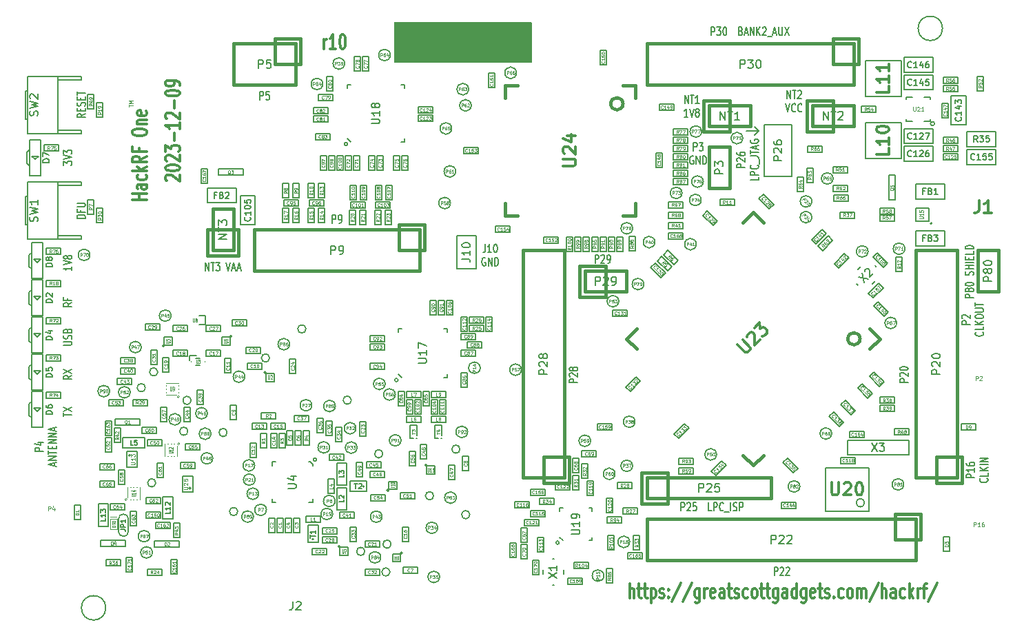
<source format=gto>
%TF.GenerationSoftware,KiCad,Pcbnew,7.0.10-7.0.10~ubuntu23.04.1*%
%TF.CreationDate,2024-02-22T19:52:03-05:00*%
%TF.ProjectId,hackrf-one,6861636b-7266-42d6-9f6e-652e6b696361,10*%
%TF.SameCoordinates,Original*%
%TF.FileFunction,Legend,Top*%
%TF.FilePolarity,Positive*%
%FSLAX46Y46*%
G04 Gerber Fmt 4.6, Leading zero omitted, Abs format (unit mm)*
G04 Created by KiCad (PCBNEW 7.0.10-7.0.10~ubuntu23.04.1) date 2024-02-22 19:52:03*
%MOMM*%
%LPD*%
G01*
G04 APERTURE LIST*
%ADD10C,0.203200*%
%ADD11C,0.304800*%
%ADD12C,0.190500*%
%ADD13C,0.101600*%
%ADD14C,0.100000*%
%ADD15C,0.152400*%
%ADD16C,0.124460*%
%ADD17C,0.095250*%
%ADD18C,0.158750*%
%ADD19C,0.074930*%
%ADD20C,0.075000*%
%ADD21C,0.114300*%
%ADD22C,0.076200*%
%ADD23C,0.200000*%
%ADD24C,0.381000*%
%ADD25C,0.127000*%
%ADD26C,0.177800*%
%ADD27C,0.120000*%
%ADD28C,0.150000*%
G04 APERTURE END LIST*
D10*
X125400000Y-165200000D02*
G75*
G03*
X125000000Y-165200000I-200000J0D01*
G01*
X125000000Y-165200000D02*
G75*
G03*
X125400000Y-165200000I200000J0D01*
G01*
X149936200Y-114579400D02*
X149428200Y-115087400D01*
X99400000Y-116200000D02*
G75*
G03*
X99000000Y-116200000I-200000J0D01*
G01*
X99000000Y-116200000D02*
G75*
G03*
X99400000Y-116200000I200000J0D01*
G01*
X149936200Y-114579400D02*
X149428200Y-114071400D01*
X105600000Y-145200000D02*
G75*
G03*
X105200000Y-145200000I-200000J0D01*
G01*
X105200000Y-145200000D02*
G75*
G03*
X105600000Y-145200000I200000J0D01*
G01*
X149936200Y-114579400D02*
X148412200Y-114579400D01*
X95600000Y-155000000D02*
G75*
G03*
X95200000Y-155000000I-200000J0D01*
G01*
X95200000Y-155000000D02*
G75*
G03*
X95600000Y-155000000I200000J0D01*
G01*
D11*
X96499761Y-104506687D02*
X96499761Y-103321354D01*
X96499761Y-103660021D02*
X96560238Y-103490687D01*
X96560238Y-103490687D02*
X96620714Y-103406021D01*
X96620714Y-103406021D02*
X96741666Y-103321354D01*
X96741666Y-103321354D02*
X96862619Y-103321354D01*
X97951190Y-104506687D02*
X97225475Y-104506687D01*
X97588332Y-104506687D02*
X97588332Y-102728687D01*
X97588332Y-102728687D02*
X97467380Y-102982687D01*
X97467380Y-102982687D02*
X97346428Y-103152021D01*
X97346428Y-103152021D02*
X97225475Y-103236687D01*
X98737380Y-102728687D02*
X98858333Y-102728687D01*
X98858333Y-102728687D02*
X98979285Y-102813354D01*
X98979285Y-102813354D02*
X99039761Y-102898021D01*
X99039761Y-102898021D02*
X99100237Y-103067354D01*
X99100237Y-103067354D02*
X99160714Y-103406021D01*
X99160714Y-103406021D02*
X99160714Y-103829354D01*
X99160714Y-103829354D02*
X99100237Y-104168021D01*
X99100237Y-104168021D02*
X99039761Y-104337354D01*
X99039761Y-104337354D02*
X98979285Y-104422021D01*
X98979285Y-104422021D02*
X98858333Y-104506687D01*
X98858333Y-104506687D02*
X98737380Y-104506687D01*
X98737380Y-104506687D02*
X98616428Y-104422021D01*
X98616428Y-104422021D02*
X98555952Y-104337354D01*
X98555952Y-104337354D02*
X98495475Y-104168021D01*
X98495475Y-104168021D02*
X98434999Y-103829354D01*
X98434999Y-103829354D02*
X98434999Y-103406021D01*
X98434999Y-103406021D02*
X98495475Y-103067354D01*
X98495475Y-103067354D02*
X98555952Y-102898021D01*
X98555952Y-102898021D02*
X98616428Y-102813354D01*
X98616428Y-102813354D02*
X98737380Y-102728687D01*
D12*
X65540114Y-131275713D02*
X65540114Y-131711142D01*
X65540114Y-131493427D02*
X64524114Y-131493427D01*
X64524114Y-131493427D02*
X64669257Y-131565999D01*
X64669257Y-131565999D02*
X64766019Y-131638570D01*
X64766019Y-131638570D02*
X64814400Y-131711142D01*
X64524114Y-131057999D02*
X65540114Y-130803999D01*
X65540114Y-130803999D02*
X64524114Y-130549999D01*
X64959543Y-130187142D02*
X64911162Y-130259713D01*
X64911162Y-130259713D02*
X64862781Y-130295999D01*
X64862781Y-130295999D02*
X64766019Y-130332285D01*
X64766019Y-130332285D02*
X64717638Y-130332285D01*
X64717638Y-130332285D02*
X64620876Y-130295999D01*
X64620876Y-130295999D02*
X64572495Y-130259713D01*
X64572495Y-130259713D02*
X64524114Y-130187142D01*
X64524114Y-130187142D02*
X64524114Y-130041999D01*
X64524114Y-130041999D02*
X64572495Y-129969428D01*
X64572495Y-129969428D02*
X64620876Y-129933142D01*
X64620876Y-129933142D02*
X64717638Y-129896856D01*
X64717638Y-129896856D02*
X64766019Y-129896856D01*
X64766019Y-129896856D02*
X64862781Y-129933142D01*
X64862781Y-129933142D02*
X64911162Y-129969428D01*
X64911162Y-129969428D02*
X64959543Y-130041999D01*
X64959543Y-130041999D02*
X64959543Y-130187142D01*
X64959543Y-130187142D02*
X65007924Y-130259713D01*
X65007924Y-130259713D02*
X65056305Y-130295999D01*
X65056305Y-130295999D02*
X65153067Y-130332285D01*
X65153067Y-130332285D02*
X65346591Y-130332285D01*
X65346591Y-130332285D02*
X65443353Y-130295999D01*
X65443353Y-130295999D02*
X65491734Y-130259713D01*
X65491734Y-130259713D02*
X65540114Y-130187142D01*
X65540114Y-130187142D02*
X65540114Y-130041999D01*
X65540114Y-130041999D02*
X65491734Y-129969428D01*
X65491734Y-129969428D02*
X65443353Y-129933142D01*
X65443353Y-129933142D02*
X65346591Y-129896856D01*
X65346591Y-129896856D02*
X65153067Y-129896856D01*
X65153067Y-129896856D02*
X65056305Y-129933142D01*
X65056305Y-129933142D02*
X65007924Y-129969428D01*
X65007924Y-129969428D02*
X64959543Y-130041999D01*
X144088515Y-102866914D02*
X144088515Y-101850914D01*
X144088515Y-101850914D02*
X144378801Y-101850914D01*
X144378801Y-101850914D02*
X144451372Y-101899295D01*
X144451372Y-101899295D02*
X144487658Y-101947676D01*
X144487658Y-101947676D02*
X144523944Y-102044438D01*
X144523944Y-102044438D02*
X144523944Y-102189581D01*
X144523944Y-102189581D02*
X144487658Y-102286343D01*
X144487658Y-102286343D02*
X144451372Y-102334724D01*
X144451372Y-102334724D02*
X144378801Y-102383105D01*
X144378801Y-102383105D02*
X144088515Y-102383105D01*
X144777944Y-101850914D02*
X145249658Y-101850914D01*
X145249658Y-101850914D02*
X144995658Y-102237962D01*
X144995658Y-102237962D02*
X145104515Y-102237962D01*
X145104515Y-102237962D02*
X145177087Y-102286343D01*
X145177087Y-102286343D02*
X145213372Y-102334724D01*
X145213372Y-102334724D02*
X145249658Y-102431486D01*
X145249658Y-102431486D02*
X145249658Y-102673391D01*
X145249658Y-102673391D02*
X145213372Y-102770153D01*
X145213372Y-102770153D02*
X145177087Y-102818534D01*
X145177087Y-102818534D02*
X145104515Y-102866914D01*
X145104515Y-102866914D02*
X144886801Y-102866914D01*
X144886801Y-102866914D02*
X144814229Y-102818534D01*
X144814229Y-102818534D02*
X144777944Y-102770153D01*
X145721372Y-101850914D02*
X145793943Y-101850914D01*
X145793943Y-101850914D02*
X145866515Y-101899295D01*
X145866515Y-101899295D02*
X145902801Y-101947676D01*
X145902801Y-101947676D02*
X145939086Y-102044438D01*
X145939086Y-102044438D02*
X145975372Y-102237962D01*
X145975372Y-102237962D02*
X145975372Y-102479867D01*
X145975372Y-102479867D02*
X145939086Y-102673391D01*
X145939086Y-102673391D02*
X145902801Y-102770153D01*
X145902801Y-102770153D02*
X145866515Y-102818534D01*
X145866515Y-102818534D02*
X145793943Y-102866914D01*
X145793943Y-102866914D02*
X145721372Y-102866914D01*
X145721372Y-102866914D02*
X145648801Y-102818534D01*
X145648801Y-102818534D02*
X145612515Y-102770153D01*
X145612515Y-102770153D02*
X145576229Y-102673391D01*
X145576229Y-102673391D02*
X145539943Y-102479867D01*
X145539943Y-102479867D02*
X145539943Y-102237962D01*
X145539943Y-102237962D02*
X145576229Y-102044438D01*
X145576229Y-102044438D02*
X145612515Y-101947676D01*
X145612515Y-101947676D02*
X145648801Y-101899295D01*
X145648801Y-101899295D02*
X145721372Y-101850914D01*
X147717085Y-102334724D02*
X147825942Y-102383105D01*
X147825942Y-102383105D02*
X147862228Y-102431486D01*
X147862228Y-102431486D02*
X147898514Y-102528248D01*
X147898514Y-102528248D02*
X147898514Y-102673391D01*
X147898514Y-102673391D02*
X147862228Y-102770153D01*
X147862228Y-102770153D02*
X147825942Y-102818534D01*
X147825942Y-102818534D02*
X147753371Y-102866914D01*
X147753371Y-102866914D02*
X147463085Y-102866914D01*
X147463085Y-102866914D02*
X147463085Y-101850914D01*
X147463085Y-101850914D02*
X147717085Y-101850914D01*
X147717085Y-101850914D02*
X147789657Y-101899295D01*
X147789657Y-101899295D02*
X147825942Y-101947676D01*
X147825942Y-101947676D02*
X147862228Y-102044438D01*
X147862228Y-102044438D02*
X147862228Y-102141200D01*
X147862228Y-102141200D02*
X147825942Y-102237962D01*
X147825942Y-102237962D02*
X147789657Y-102286343D01*
X147789657Y-102286343D02*
X147717085Y-102334724D01*
X147717085Y-102334724D02*
X147463085Y-102334724D01*
X148188799Y-102576629D02*
X148551657Y-102576629D01*
X148116228Y-102866914D02*
X148370228Y-101850914D01*
X148370228Y-101850914D02*
X148624228Y-102866914D01*
X148878228Y-102866914D02*
X148878228Y-101850914D01*
X148878228Y-101850914D02*
X149313657Y-102866914D01*
X149313657Y-102866914D02*
X149313657Y-101850914D01*
X149676514Y-102866914D02*
X149676514Y-101850914D01*
X150111943Y-102866914D02*
X149785371Y-102286343D01*
X150111943Y-101850914D02*
X149676514Y-102431486D01*
X150402228Y-101947676D02*
X150438514Y-101899295D01*
X150438514Y-101899295D02*
X150511086Y-101850914D01*
X150511086Y-101850914D02*
X150692514Y-101850914D01*
X150692514Y-101850914D02*
X150765086Y-101899295D01*
X150765086Y-101899295D02*
X150801371Y-101947676D01*
X150801371Y-101947676D02*
X150837657Y-102044438D01*
X150837657Y-102044438D02*
X150837657Y-102141200D01*
X150837657Y-102141200D02*
X150801371Y-102286343D01*
X150801371Y-102286343D02*
X150365943Y-102866914D01*
X150365943Y-102866914D02*
X150837657Y-102866914D01*
X150982800Y-102963676D02*
X151563371Y-102963676D01*
X151708513Y-102576629D02*
X152071371Y-102576629D01*
X151635942Y-102866914D02*
X151889942Y-101850914D01*
X151889942Y-101850914D02*
X152143942Y-102866914D01*
X152397942Y-101850914D02*
X152397942Y-102673391D01*
X152397942Y-102673391D02*
X152434228Y-102770153D01*
X152434228Y-102770153D02*
X152470514Y-102818534D01*
X152470514Y-102818534D02*
X152543085Y-102866914D01*
X152543085Y-102866914D02*
X152688228Y-102866914D01*
X152688228Y-102866914D02*
X152760799Y-102818534D01*
X152760799Y-102818534D02*
X152797085Y-102770153D01*
X152797085Y-102770153D02*
X152833371Y-102673391D01*
X152833371Y-102673391D02*
X152833371Y-101850914D01*
X153123657Y-101850914D02*
X153631657Y-102866914D01*
X153631657Y-101850914D02*
X153123657Y-102866914D01*
D11*
X77176021Y-120722572D02*
X77091354Y-120662096D01*
X77091354Y-120662096D02*
X77006687Y-120541143D01*
X77006687Y-120541143D02*
X77006687Y-120238762D01*
X77006687Y-120238762D02*
X77091354Y-120117810D01*
X77091354Y-120117810D02*
X77176021Y-120057334D01*
X77176021Y-120057334D02*
X77345354Y-119996857D01*
X77345354Y-119996857D02*
X77514687Y-119996857D01*
X77514687Y-119996857D02*
X77768687Y-120057334D01*
X77768687Y-120057334D02*
X78784687Y-120783048D01*
X78784687Y-120783048D02*
X78784687Y-119996857D01*
X77006687Y-119210667D02*
X77006687Y-119089714D01*
X77006687Y-119089714D02*
X77091354Y-118968762D01*
X77091354Y-118968762D02*
X77176021Y-118908286D01*
X77176021Y-118908286D02*
X77345354Y-118847810D01*
X77345354Y-118847810D02*
X77684021Y-118787333D01*
X77684021Y-118787333D02*
X78107354Y-118787333D01*
X78107354Y-118787333D02*
X78446021Y-118847810D01*
X78446021Y-118847810D02*
X78615354Y-118908286D01*
X78615354Y-118908286D02*
X78700021Y-118968762D01*
X78700021Y-118968762D02*
X78784687Y-119089714D01*
X78784687Y-119089714D02*
X78784687Y-119210667D01*
X78784687Y-119210667D02*
X78700021Y-119331619D01*
X78700021Y-119331619D02*
X78615354Y-119392095D01*
X78615354Y-119392095D02*
X78446021Y-119452572D01*
X78446021Y-119452572D02*
X78107354Y-119513048D01*
X78107354Y-119513048D02*
X77684021Y-119513048D01*
X77684021Y-119513048D02*
X77345354Y-119452572D01*
X77345354Y-119452572D02*
X77176021Y-119392095D01*
X77176021Y-119392095D02*
X77091354Y-119331619D01*
X77091354Y-119331619D02*
X77006687Y-119210667D01*
X77176021Y-118303524D02*
X77091354Y-118243048D01*
X77091354Y-118243048D02*
X77006687Y-118122095D01*
X77006687Y-118122095D02*
X77006687Y-117819714D01*
X77006687Y-117819714D02*
X77091354Y-117698762D01*
X77091354Y-117698762D02*
X77176021Y-117638286D01*
X77176021Y-117638286D02*
X77345354Y-117577809D01*
X77345354Y-117577809D02*
X77514687Y-117577809D01*
X77514687Y-117577809D02*
X77768687Y-117638286D01*
X77768687Y-117638286D02*
X78784687Y-118364000D01*
X78784687Y-118364000D02*
X78784687Y-117577809D01*
X77006687Y-117154476D02*
X77006687Y-116368285D01*
X77006687Y-116368285D02*
X77684021Y-116791619D01*
X77684021Y-116791619D02*
X77684021Y-116610190D01*
X77684021Y-116610190D02*
X77768687Y-116489238D01*
X77768687Y-116489238D02*
X77853354Y-116428762D01*
X77853354Y-116428762D02*
X78022687Y-116368285D01*
X78022687Y-116368285D02*
X78446021Y-116368285D01*
X78446021Y-116368285D02*
X78615354Y-116428762D01*
X78615354Y-116428762D02*
X78700021Y-116489238D01*
X78700021Y-116489238D02*
X78784687Y-116610190D01*
X78784687Y-116610190D02*
X78784687Y-116973047D01*
X78784687Y-116973047D02*
X78700021Y-117094000D01*
X78700021Y-117094000D02*
X78615354Y-117154476D01*
X78107354Y-115824000D02*
X78107354Y-114856381D01*
X78784687Y-113586380D02*
X78784687Y-114312095D01*
X78784687Y-113949238D02*
X77006687Y-113949238D01*
X77006687Y-113949238D02*
X77260687Y-114070190D01*
X77260687Y-114070190D02*
X77430021Y-114191142D01*
X77430021Y-114191142D02*
X77514687Y-114312095D01*
X77176021Y-113102571D02*
X77091354Y-113042095D01*
X77091354Y-113042095D02*
X77006687Y-112921142D01*
X77006687Y-112921142D02*
X77006687Y-112618761D01*
X77006687Y-112618761D02*
X77091354Y-112497809D01*
X77091354Y-112497809D02*
X77176021Y-112437333D01*
X77176021Y-112437333D02*
X77345354Y-112376856D01*
X77345354Y-112376856D02*
X77514687Y-112376856D01*
X77514687Y-112376856D02*
X77768687Y-112437333D01*
X77768687Y-112437333D02*
X78784687Y-113163047D01*
X78784687Y-113163047D02*
X78784687Y-112376856D01*
X78107354Y-111832571D02*
X78107354Y-110864952D01*
X77006687Y-110018285D02*
X77006687Y-109897332D01*
X77006687Y-109897332D02*
X77091354Y-109776380D01*
X77091354Y-109776380D02*
X77176021Y-109715904D01*
X77176021Y-109715904D02*
X77345354Y-109655428D01*
X77345354Y-109655428D02*
X77684021Y-109594951D01*
X77684021Y-109594951D02*
X78107354Y-109594951D01*
X78107354Y-109594951D02*
X78446021Y-109655428D01*
X78446021Y-109655428D02*
X78615354Y-109715904D01*
X78615354Y-109715904D02*
X78700021Y-109776380D01*
X78700021Y-109776380D02*
X78784687Y-109897332D01*
X78784687Y-109897332D02*
X78784687Y-110018285D01*
X78784687Y-110018285D02*
X78700021Y-110139237D01*
X78700021Y-110139237D02*
X78615354Y-110199713D01*
X78615354Y-110199713D02*
X78446021Y-110260190D01*
X78446021Y-110260190D02*
X78107354Y-110320666D01*
X78107354Y-110320666D02*
X77684021Y-110320666D01*
X77684021Y-110320666D02*
X77345354Y-110260190D01*
X77345354Y-110260190D02*
X77176021Y-110199713D01*
X77176021Y-110199713D02*
X77091354Y-110139237D01*
X77091354Y-110139237D02*
X77006687Y-110018285D01*
X78784687Y-108990189D02*
X78784687Y-108748285D01*
X78784687Y-108748285D02*
X78700021Y-108627332D01*
X78700021Y-108627332D02*
X78615354Y-108566856D01*
X78615354Y-108566856D02*
X78361354Y-108445904D01*
X78361354Y-108445904D02*
X78022687Y-108385427D01*
X78022687Y-108385427D02*
X77345354Y-108385427D01*
X77345354Y-108385427D02*
X77176021Y-108445904D01*
X77176021Y-108445904D02*
X77091354Y-108506380D01*
X77091354Y-108506380D02*
X77006687Y-108627332D01*
X77006687Y-108627332D02*
X77006687Y-108869237D01*
X77006687Y-108869237D02*
X77091354Y-108990189D01*
X77091354Y-108990189D02*
X77176021Y-109050666D01*
X77176021Y-109050666D02*
X77345354Y-109111142D01*
X77345354Y-109111142D02*
X77768687Y-109111142D01*
X77768687Y-109111142D02*
X77938021Y-109050666D01*
X77938021Y-109050666D02*
X78022687Y-108990189D01*
X78022687Y-108990189D02*
X78107354Y-108869237D01*
X78107354Y-108869237D02*
X78107354Y-108627332D01*
X78107354Y-108627332D02*
X78022687Y-108506380D01*
X78022687Y-108506380D02*
X77938021Y-108445904D01*
X77938021Y-108445904D02*
X77768687Y-108385427D01*
D12*
X65540114Y-135720713D02*
X65056305Y-135974713D01*
X65540114Y-136156142D02*
X64524114Y-136156142D01*
X64524114Y-136156142D02*
X64524114Y-135865856D01*
X64524114Y-135865856D02*
X64572495Y-135793285D01*
X64572495Y-135793285D02*
X64620876Y-135756999D01*
X64620876Y-135756999D02*
X64717638Y-135720713D01*
X64717638Y-135720713D02*
X64862781Y-135720713D01*
X64862781Y-135720713D02*
X64959543Y-135756999D01*
X64959543Y-135756999D02*
X65007924Y-135793285D01*
X65007924Y-135793285D02*
X65056305Y-135865856D01*
X65056305Y-135865856D02*
X65056305Y-136156142D01*
X65007924Y-135140142D02*
X65007924Y-135394142D01*
X65540114Y-135394142D02*
X64524114Y-135394142D01*
X64524114Y-135394142D02*
X64524114Y-135031285D01*
X140829143Y-111242234D02*
X140829143Y-110226234D01*
X140829143Y-110226234D02*
X141264572Y-111242234D01*
X141264572Y-111242234D02*
X141264572Y-110226234D01*
X141518572Y-110226234D02*
X141954001Y-110226234D01*
X141736286Y-111242234D02*
X141736286Y-110226234D01*
X142607143Y-111242234D02*
X142171714Y-111242234D01*
X142389429Y-111242234D02*
X142389429Y-110226234D01*
X142389429Y-110226234D02*
X142316857Y-110371377D01*
X142316857Y-110371377D02*
X142244286Y-110468139D01*
X142244286Y-110468139D02*
X142171714Y-110516520D01*
X141228286Y-112877994D02*
X140792857Y-112877994D01*
X141010572Y-112877994D02*
X141010572Y-111861994D01*
X141010572Y-111861994D02*
X140938000Y-112007137D01*
X140938000Y-112007137D02*
X140865429Y-112103899D01*
X140865429Y-112103899D02*
X140792857Y-112152280D01*
X141446000Y-111861994D02*
X141700000Y-112877994D01*
X141700000Y-112877994D02*
X141954000Y-111861994D01*
X142316857Y-112297423D02*
X142244286Y-112249042D01*
X142244286Y-112249042D02*
X142208000Y-112200661D01*
X142208000Y-112200661D02*
X142171714Y-112103899D01*
X142171714Y-112103899D02*
X142171714Y-112055518D01*
X142171714Y-112055518D02*
X142208000Y-111958756D01*
X142208000Y-111958756D02*
X142244286Y-111910375D01*
X142244286Y-111910375D02*
X142316857Y-111861994D01*
X142316857Y-111861994D02*
X142462000Y-111861994D01*
X142462000Y-111861994D02*
X142534572Y-111910375D01*
X142534572Y-111910375D02*
X142570857Y-111958756D01*
X142570857Y-111958756D02*
X142607143Y-112055518D01*
X142607143Y-112055518D02*
X142607143Y-112103899D01*
X142607143Y-112103899D02*
X142570857Y-112200661D01*
X142570857Y-112200661D02*
X142534572Y-112249042D01*
X142534572Y-112249042D02*
X142462000Y-112297423D01*
X142462000Y-112297423D02*
X142316857Y-112297423D01*
X142316857Y-112297423D02*
X142244286Y-112345804D01*
X142244286Y-112345804D02*
X142208000Y-112394185D01*
X142208000Y-112394185D02*
X142171714Y-112490947D01*
X142171714Y-112490947D02*
X142171714Y-112684471D01*
X142171714Y-112684471D02*
X142208000Y-112781233D01*
X142208000Y-112781233D02*
X142244286Y-112829614D01*
X142244286Y-112829614D02*
X142316857Y-112877994D01*
X142316857Y-112877994D02*
X142462000Y-112877994D01*
X142462000Y-112877994D02*
X142534572Y-112829614D01*
X142534572Y-112829614D02*
X142570857Y-112781233D01*
X142570857Y-112781233D02*
X142607143Y-112684471D01*
X142607143Y-112684471D02*
X142607143Y-112490947D01*
X142607143Y-112490947D02*
X142570857Y-112394185D01*
X142570857Y-112394185D02*
X142534572Y-112345804D01*
X142534572Y-112345804D02*
X142462000Y-112297423D01*
X97537571Y-125930114D02*
X97537571Y-124914114D01*
X97537571Y-124914114D02*
X97827857Y-124914114D01*
X97827857Y-124914114D02*
X97900428Y-124962495D01*
X97900428Y-124962495D02*
X97936714Y-125010876D01*
X97936714Y-125010876D02*
X97973000Y-125107638D01*
X97973000Y-125107638D02*
X97973000Y-125252781D01*
X97973000Y-125252781D02*
X97936714Y-125349543D01*
X97936714Y-125349543D02*
X97900428Y-125397924D01*
X97900428Y-125397924D02*
X97827857Y-125446305D01*
X97827857Y-125446305D02*
X97537571Y-125446305D01*
X98335857Y-125930114D02*
X98481000Y-125930114D01*
X98481000Y-125930114D02*
X98553571Y-125881734D01*
X98553571Y-125881734D02*
X98589857Y-125833353D01*
X98589857Y-125833353D02*
X98662428Y-125688210D01*
X98662428Y-125688210D02*
X98698714Y-125494686D01*
X98698714Y-125494686D02*
X98698714Y-125107638D01*
X98698714Y-125107638D02*
X98662428Y-125010876D01*
X98662428Y-125010876D02*
X98626143Y-124962495D01*
X98626143Y-124962495D02*
X98553571Y-124914114D01*
X98553571Y-124914114D02*
X98408428Y-124914114D01*
X98408428Y-124914114D02*
X98335857Y-124962495D01*
X98335857Y-124962495D02*
X98299571Y-125010876D01*
X98299571Y-125010876D02*
X98263285Y-125107638D01*
X98263285Y-125107638D02*
X98263285Y-125349543D01*
X98263285Y-125349543D02*
X98299571Y-125446305D01*
X98299571Y-125446305D02*
X98335857Y-125494686D01*
X98335857Y-125494686D02*
X98408428Y-125543067D01*
X98408428Y-125543067D02*
X98553571Y-125543067D01*
X98553571Y-125543067D02*
X98626143Y-125494686D01*
X98626143Y-125494686D02*
X98662428Y-125446305D01*
X98662428Y-125446305D02*
X98698714Y-125349543D01*
X81933143Y-131778114D02*
X81933143Y-130762114D01*
X81933143Y-130762114D02*
X82368572Y-131778114D01*
X82368572Y-131778114D02*
X82368572Y-130762114D01*
X82622572Y-130762114D02*
X83058001Y-130762114D01*
X82840286Y-131778114D02*
X82840286Y-130762114D01*
X83239429Y-130762114D02*
X83711143Y-130762114D01*
X83711143Y-130762114D02*
X83457143Y-131149162D01*
X83457143Y-131149162D02*
X83566000Y-131149162D01*
X83566000Y-131149162D02*
X83638572Y-131197543D01*
X83638572Y-131197543D02*
X83674857Y-131245924D01*
X83674857Y-131245924D02*
X83711143Y-131342686D01*
X83711143Y-131342686D02*
X83711143Y-131584591D01*
X83711143Y-131584591D02*
X83674857Y-131681353D01*
X83674857Y-131681353D02*
X83638572Y-131729734D01*
X83638572Y-131729734D02*
X83566000Y-131778114D01*
X83566000Y-131778114D02*
X83348286Y-131778114D01*
X83348286Y-131778114D02*
X83275714Y-131729734D01*
X83275714Y-131729734D02*
X83239429Y-131681353D01*
X84509428Y-130762114D02*
X84763428Y-131778114D01*
X84763428Y-131778114D02*
X85017428Y-130762114D01*
X85235142Y-131487829D02*
X85598000Y-131487829D01*
X85162571Y-131778114D02*
X85416571Y-130762114D01*
X85416571Y-130762114D02*
X85670571Y-131778114D01*
X85888285Y-131487829D02*
X86251143Y-131487829D01*
X85815714Y-131778114D02*
X86069714Y-130762114D01*
X86069714Y-130762114D02*
X86323714Y-131778114D01*
X127668514Y-145521485D02*
X126652514Y-145521485D01*
X126652514Y-145521485D02*
X126652514Y-145231199D01*
X126652514Y-145231199D02*
X126700895Y-145158628D01*
X126700895Y-145158628D02*
X126749276Y-145122342D01*
X126749276Y-145122342D02*
X126846038Y-145086056D01*
X126846038Y-145086056D02*
X126991181Y-145086056D01*
X126991181Y-145086056D02*
X127087943Y-145122342D01*
X127087943Y-145122342D02*
X127136324Y-145158628D01*
X127136324Y-145158628D02*
X127184705Y-145231199D01*
X127184705Y-145231199D02*
X127184705Y-145521485D01*
X126749276Y-144795771D02*
X126700895Y-144759485D01*
X126700895Y-144759485D02*
X126652514Y-144686914D01*
X126652514Y-144686914D02*
X126652514Y-144505485D01*
X126652514Y-144505485D02*
X126700895Y-144432914D01*
X126700895Y-144432914D02*
X126749276Y-144396628D01*
X126749276Y-144396628D02*
X126846038Y-144360342D01*
X126846038Y-144360342D02*
X126942800Y-144360342D01*
X126942800Y-144360342D02*
X127087943Y-144396628D01*
X127087943Y-144396628D02*
X127668514Y-144832056D01*
X127668514Y-144832056D02*
X127668514Y-144360342D01*
X127087943Y-143924914D02*
X127039562Y-143997485D01*
X127039562Y-143997485D02*
X126991181Y-144033771D01*
X126991181Y-144033771D02*
X126894419Y-144070057D01*
X126894419Y-144070057D02*
X126846038Y-144070057D01*
X126846038Y-144070057D02*
X126749276Y-144033771D01*
X126749276Y-144033771D02*
X126700895Y-143997485D01*
X126700895Y-143997485D02*
X126652514Y-143924914D01*
X126652514Y-143924914D02*
X126652514Y-143779771D01*
X126652514Y-143779771D02*
X126700895Y-143707200D01*
X126700895Y-143707200D02*
X126749276Y-143670914D01*
X126749276Y-143670914D02*
X126846038Y-143634628D01*
X126846038Y-143634628D02*
X126894419Y-143634628D01*
X126894419Y-143634628D02*
X126991181Y-143670914D01*
X126991181Y-143670914D02*
X127039562Y-143707200D01*
X127039562Y-143707200D02*
X127087943Y-143779771D01*
X127087943Y-143779771D02*
X127087943Y-143924914D01*
X127087943Y-143924914D02*
X127136324Y-143997485D01*
X127136324Y-143997485D02*
X127184705Y-144033771D01*
X127184705Y-144033771D02*
X127281467Y-144070057D01*
X127281467Y-144070057D02*
X127474991Y-144070057D01*
X127474991Y-144070057D02*
X127571753Y-144033771D01*
X127571753Y-144033771D02*
X127620134Y-143997485D01*
X127620134Y-143997485D02*
X127668514Y-143924914D01*
X127668514Y-143924914D02*
X127668514Y-143779771D01*
X127668514Y-143779771D02*
X127620134Y-143707200D01*
X127620134Y-143707200D02*
X127571753Y-143670914D01*
X127571753Y-143670914D02*
X127474991Y-143634628D01*
X127474991Y-143634628D02*
X127281467Y-143634628D01*
X127281467Y-143634628D02*
X127184705Y-143670914D01*
X127184705Y-143670914D02*
X127136324Y-143707200D01*
X127136324Y-143707200D02*
X127087943Y-143779771D01*
D13*
X72521726Y-111635428D02*
X72521726Y-111345142D01*
X73029726Y-111490285D02*
X72521726Y-111490285D01*
X73029726Y-111175808D02*
X72521726Y-111175808D01*
X72521726Y-111175808D02*
X72884583Y-111006475D01*
X72884583Y-111006475D02*
X72521726Y-110837141D01*
X72521726Y-110837141D02*
X73029726Y-110837141D01*
D12*
X67160114Y-125325285D02*
X66144114Y-125325285D01*
X66144114Y-125325285D02*
X66144114Y-125143856D01*
X66144114Y-125143856D02*
X66192495Y-125034999D01*
X66192495Y-125034999D02*
X66289257Y-124962428D01*
X66289257Y-124962428D02*
X66386019Y-124926142D01*
X66386019Y-124926142D02*
X66579543Y-124889856D01*
X66579543Y-124889856D02*
X66724686Y-124889856D01*
X66724686Y-124889856D02*
X66918210Y-124926142D01*
X66918210Y-124926142D02*
X67014972Y-124962428D01*
X67014972Y-124962428D02*
X67111734Y-125034999D01*
X67111734Y-125034999D02*
X67160114Y-125143856D01*
X67160114Y-125143856D02*
X67160114Y-125325285D01*
X66627924Y-124309285D02*
X66627924Y-124563285D01*
X67160114Y-124563285D02*
X66144114Y-124563285D01*
X66144114Y-124563285D02*
X66144114Y-124200428D01*
X66144114Y-123910142D02*
X66966591Y-123910142D01*
X66966591Y-123910142D02*
X67063353Y-123873856D01*
X67063353Y-123873856D02*
X67111734Y-123837571D01*
X67111734Y-123837571D02*
X67160114Y-123764999D01*
X67160114Y-123764999D02*
X67160114Y-123619856D01*
X67160114Y-123619856D02*
X67111734Y-123547285D01*
X67111734Y-123547285D02*
X67063353Y-123510999D01*
X67063353Y-123510999D02*
X66966591Y-123474713D01*
X66966591Y-123474713D02*
X66144114Y-123474713D01*
X116304543Y-128526234D02*
X116304543Y-129251949D01*
X116304543Y-129251949D02*
X116268258Y-129397092D01*
X116268258Y-129397092D02*
X116195686Y-129493854D01*
X116195686Y-129493854D02*
X116086829Y-129542234D01*
X116086829Y-129542234D02*
X116014258Y-129542234D01*
X117066543Y-129542234D02*
X116631114Y-129542234D01*
X116848829Y-129542234D02*
X116848829Y-128526234D01*
X116848829Y-128526234D02*
X116776257Y-128671377D01*
X116776257Y-128671377D02*
X116703686Y-128768139D01*
X116703686Y-128768139D02*
X116631114Y-128816520D01*
X117538257Y-128526234D02*
X117610828Y-128526234D01*
X117610828Y-128526234D02*
X117683400Y-128574615D01*
X117683400Y-128574615D02*
X117719686Y-128622996D01*
X117719686Y-128622996D02*
X117755971Y-128719758D01*
X117755971Y-128719758D02*
X117792257Y-128913282D01*
X117792257Y-128913282D02*
X117792257Y-129155187D01*
X117792257Y-129155187D02*
X117755971Y-129348711D01*
X117755971Y-129348711D02*
X117719686Y-129445473D01*
X117719686Y-129445473D02*
X117683400Y-129493854D01*
X117683400Y-129493854D02*
X117610828Y-129542234D01*
X117610828Y-129542234D02*
X117538257Y-129542234D01*
X117538257Y-129542234D02*
X117465686Y-129493854D01*
X117465686Y-129493854D02*
X117429400Y-129445473D01*
X117429400Y-129445473D02*
X117393114Y-129348711D01*
X117393114Y-129348711D02*
X117356828Y-129155187D01*
X117356828Y-129155187D02*
X117356828Y-128913282D01*
X117356828Y-128913282D02*
X117393114Y-128719758D01*
X117393114Y-128719758D02*
X117429400Y-128622996D01*
X117429400Y-128622996D02*
X117465686Y-128574615D01*
X117465686Y-128574615D02*
X117538257Y-128526234D01*
X116340828Y-130210375D02*
X116268257Y-130161994D01*
X116268257Y-130161994D02*
X116159399Y-130161994D01*
X116159399Y-130161994D02*
X116050542Y-130210375D01*
X116050542Y-130210375D02*
X115977971Y-130307137D01*
X115977971Y-130307137D02*
X115941685Y-130403899D01*
X115941685Y-130403899D02*
X115905399Y-130597423D01*
X115905399Y-130597423D02*
X115905399Y-130742566D01*
X115905399Y-130742566D02*
X115941685Y-130936090D01*
X115941685Y-130936090D02*
X115977971Y-131032852D01*
X115977971Y-131032852D02*
X116050542Y-131129614D01*
X116050542Y-131129614D02*
X116159399Y-131177994D01*
X116159399Y-131177994D02*
X116231971Y-131177994D01*
X116231971Y-131177994D02*
X116340828Y-131129614D01*
X116340828Y-131129614D02*
X116377114Y-131081233D01*
X116377114Y-131081233D02*
X116377114Y-130742566D01*
X116377114Y-130742566D02*
X116231971Y-130742566D01*
X116703685Y-131177994D02*
X116703685Y-130161994D01*
X116703685Y-130161994D02*
X117139114Y-131177994D01*
X117139114Y-131177994D02*
X117139114Y-130161994D01*
X117501971Y-131177994D02*
X117501971Y-130161994D01*
X117501971Y-130161994D02*
X117683400Y-130161994D01*
X117683400Y-130161994D02*
X117792257Y-130210375D01*
X117792257Y-130210375D02*
X117864828Y-130307137D01*
X117864828Y-130307137D02*
X117901114Y-130403899D01*
X117901114Y-130403899D02*
X117937400Y-130597423D01*
X117937400Y-130597423D02*
X117937400Y-130742566D01*
X117937400Y-130742566D02*
X117901114Y-130936090D01*
X117901114Y-130936090D02*
X117864828Y-131032852D01*
X117864828Y-131032852D02*
X117792257Y-131129614D01*
X117792257Y-131129614D02*
X117683400Y-131177994D01*
X117683400Y-131177994D02*
X117501971Y-131177994D01*
X67160114Y-112506713D02*
X66676305Y-112760713D01*
X67160114Y-112942142D02*
X66144114Y-112942142D01*
X66144114Y-112942142D02*
X66144114Y-112651856D01*
X66144114Y-112651856D02*
X66192495Y-112579285D01*
X66192495Y-112579285D02*
X66240876Y-112542999D01*
X66240876Y-112542999D02*
X66337638Y-112506713D01*
X66337638Y-112506713D02*
X66482781Y-112506713D01*
X66482781Y-112506713D02*
X66579543Y-112542999D01*
X66579543Y-112542999D02*
X66627924Y-112579285D01*
X66627924Y-112579285D02*
X66676305Y-112651856D01*
X66676305Y-112651856D02*
X66676305Y-112942142D01*
X66627924Y-112180142D02*
X66627924Y-111926142D01*
X67160114Y-111817285D02*
X67160114Y-112180142D01*
X67160114Y-112180142D02*
X66144114Y-112180142D01*
X66144114Y-112180142D02*
X66144114Y-111817285D01*
X67111734Y-111526999D02*
X67160114Y-111418142D01*
X67160114Y-111418142D02*
X67160114Y-111236713D01*
X67160114Y-111236713D02*
X67111734Y-111164142D01*
X67111734Y-111164142D02*
X67063353Y-111127856D01*
X67063353Y-111127856D02*
X66966591Y-111091570D01*
X66966591Y-111091570D02*
X66869829Y-111091570D01*
X66869829Y-111091570D02*
X66773067Y-111127856D01*
X66773067Y-111127856D02*
X66724686Y-111164142D01*
X66724686Y-111164142D02*
X66676305Y-111236713D01*
X66676305Y-111236713D02*
X66627924Y-111381856D01*
X66627924Y-111381856D02*
X66579543Y-111454427D01*
X66579543Y-111454427D02*
X66531162Y-111490713D01*
X66531162Y-111490713D02*
X66434400Y-111526999D01*
X66434400Y-111526999D02*
X66337638Y-111526999D01*
X66337638Y-111526999D02*
X66240876Y-111490713D01*
X66240876Y-111490713D02*
X66192495Y-111454427D01*
X66192495Y-111454427D02*
X66144114Y-111381856D01*
X66144114Y-111381856D02*
X66144114Y-111200427D01*
X66144114Y-111200427D02*
X66192495Y-111091570D01*
X66627924Y-110764999D02*
X66627924Y-110510999D01*
X67160114Y-110402142D02*
X67160114Y-110764999D01*
X67160114Y-110764999D02*
X66144114Y-110764999D01*
X66144114Y-110764999D02*
X66144114Y-110402142D01*
X66144114Y-110184427D02*
X66144114Y-109748999D01*
X67160114Y-109966713D02*
X66144114Y-109966713D01*
X176442234Y-157205485D02*
X175426234Y-157205485D01*
X175426234Y-157205485D02*
X175426234Y-156915199D01*
X175426234Y-156915199D02*
X175474615Y-156842628D01*
X175474615Y-156842628D02*
X175522996Y-156806342D01*
X175522996Y-156806342D02*
X175619758Y-156770056D01*
X175619758Y-156770056D02*
X175764901Y-156770056D01*
X175764901Y-156770056D02*
X175861663Y-156806342D01*
X175861663Y-156806342D02*
X175910044Y-156842628D01*
X175910044Y-156842628D02*
X175958425Y-156915199D01*
X175958425Y-156915199D02*
X175958425Y-157205485D01*
X176442234Y-156044342D02*
X176442234Y-156479771D01*
X176442234Y-156262056D02*
X175426234Y-156262056D01*
X175426234Y-156262056D02*
X175571377Y-156334628D01*
X175571377Y-156334628D02*
X175668139Y-156407199D01*
X175668139Y-156407199D02*
X175716520Y-156479771D01*
X175426234Y-155391200D02*
X175426234Y-155536342D01*
X175426234Y-155536342D02*
X175474615Y-155608914D01*
X175474615Y-155608914D02*
X175522996Y-155645200D01*
X175522996Y-155645200D02*
X175668139Y-155717771D01*
X175668139Y-155717771D02*
X175861663Y-155754057D01*
X175861663Y-155754057D02*
X176248711Y-155754057D01*
X176248711Y-155754057D02*
X176345473Y-155717771D01*
X176345473Y-155717771D02*
X176393854Y-155681485D01*
X176393854Y-155681485D02*
X176442234Y-155608914D01*
X176442234Y-155608914D02*
X176442234Y-155463771D01*
X176442234Y-155463771D02*
X176393854Y-155391200D01*
X176393854Y-155391200D02*
X176345473Y-155354914D01*
X176345473Y-155354914D02*
X176248711Y-155318628D01*
X176248711Y-155318628D02*
X176006806Y-155318628D01*
X176006806Y-155318628D02*
X175910044Y-155354914D01*
X175910044Y-155354914D02*
X175861663Y-155391200D01*
X175861663Y-155391200D02*
X175813282Y-155463771D01*
X175813282Y-155463771D02*
X175813282Y-155608914D01*
X175813282Y-155608914D02*
X175861663Y-155681485D01*
X175861663Y-155681485D02*
X175910044Y-155717771D01*
X175910044Y-155717771D02*
X176006806Y-155754057D01*
X177981233Y-157314342D02*
X178029614Y-157350628D01*
X178029614Y-157350628D02*
X178077994Y-157459485D01*
X178077994Y-157459485D02*
X178077994Y-157532057D01*
X178077994Y-157532057D02*
X178029614Y-157640914D01*
X178029614Y-157640914D02*
X177932852Y-157713485D01*
X177932852Y-157713485D02*
X177836090Y-157749771D01*
X177836090Y-157749771D02*
X177642566Y-157786057D01*
X177642566Y-157786057D02*
X177497423Y-157786057D01*
X177497423Y-157786057D02*
X177303899Y-157749771D01*
X177303899Y-157749771D02*
X177207137Y-157713485D01*
X177207137Y-157713485D02*
X177110375Y-157640914D01*
X177110375Y-157640914D02*
X177061994Y-157532057D01*
X177061994Y-157532057D02*
X177061994Y-157459485D01*
X177061994Y-157459485D02*
X177110375Y-157350628D01*
X177110375Y-157350628D02*
X177158756Y-157314342D01*
X178077994Y-156624914D02*
X178077994Y-156987771D01*
X178077994Y-156987771D02*
X177061994Y-156987771D01*
X178077994Y-156370914D02*
X177061994Y-156370914D01*
X178077994Y-155935485D02*
X177497423Y-156262057D01*
X177061994Y-155935485D02*
X177642566Y-156370914D01*
X178077994Y-155608914D02*
X177061994Y-155608914D01*
X178077994Y-155246057D02*
X177061994Y-155246057D01*
X177061994Y-155246057D02*
X178077994Y-154810628D01*
X178077994Y-154810628D02*
X177061994Y-154810628D01*
X64524114Y-149672570D02*
X64524114Y-149237142D01*
X65540114Y-149454856D02*
X64524114Y-149454856D01*
X64524114Y-149055713D02*
X65540114Y-148547713D01*
X64524114Y-148547713D02*
X65540114Y-149055713D01*
X140383744Y-161286914D02*
X140383744Y-160270914D01*
X140383744Y-160270914D02*
X140674030Y-160270914D01*
X140674030Y-160270914D02*
X140746601Y-160319295D01*
X140746601Y-160319295D02*
X140782887Y-160367676D01*
X140782887Y-160367676D02*
X140819173Y-160464438D01*
X140819173Y-160464438D02*
X140819173Y-160609581D01*
X140819173Y-160609581D02*
X140782887Y-160706343D01*
X140782887Y-160706343D02*
X140746601Y-160754724D01*
X140746601Y-160754724D02*
X140674030Y-160803105D01*
X140674030Y-160803105D02*
X140383744Y-160803105D01*
X141109458Y-160367676D02*
X141145744Y-160319295D01*
X141145744Y-160319295D02*
X141218316Y-160270914D01*
X141218316Y-160270914D02*
X141399744Y-160270914D01*
X141399744Y-160270914D02*
X141472316Y-160319295D01*
X141472316Y-160319295D02*
X141508601Y-160367676D01*
X141508601Y-160367676D02*
X141544887Y-160464438D01*
X141544887Y-160464438D02*
X141544887Y-160561200D01*
X141544887Y-160561200D02*
X141508601Y-160706343D01*
X141508601Y-160706343D02*
X141073173Y-161286914D01*
X141073173Y-161286914D02*
X141544887Y-161286914D01*
X142234315Y-160270914D02*
X141871458Y-160270914D01*
X141871458Y-160270914D02*
X141835172Y-160754724D01*
X141835172Y-160754724D02*
X141871458Y-160706343D01*
X141871458Y-160706343D02*
X141944030Y-160657962D01*
X141944030Y-160657962D02*
X142125458Y-160657962D01*
X142125458Y-160657962D02*
X142198030Y-160706343D01*
X142198030Y-160706343D02*
X142234315Y-160754724D01*
X142234315Y-160754724D02*
X142270601Y-160851486D01*
X142270601Y-160851486D02*
X142270601Y-161093391D01*
X142270601Y-161093391D02*
X142234315Y-161190153D01*
X142234315Y-161190153D02*
X142198030Y-161238534D01*
X142198030Y-161238534D02*
X142125458Y-161286914D01*
X142125458Y-161286914D02*
X141944030Y-161286914D01*
X141944030Y-161286914D02*
X141871458Y-161238534D01*
X141871458Y-161238534D02*
X141835172Y-161190153D01*
X144121171Y-161286914D02*
X143758314Y-161286914D01*
X143758314Y-161286914D02*
X143758314Y-160270914D01*
X144375171Y-161286914D02*
X144375171Y-160270914D01*
X144375171Y-160270914D02*
X144665457Y-160270914D01*
X144665457Y-160270914D02*
X144738028Y-160319295D01*
X144738028Y-160319295D02*
X144774314Y-160367676D01*
X144774314Y-160367676D02*
X144810600Y-160464438D01*
X144810600Y-160464438D02*
X144810600Y-160609581D01*
X144810600Y-160609581D02*
X144774314Y-160706343D01*
X144774314Y-160706343D02*
X144738028Y-160754724D01*
X144738028Y-160754724D02*
X144665457Y-160803105D01*
X144665457Y-160803105D02*
X144375171Y-160803105D01*
X145572600Y-161190153D02*
X145536314Y-161238534D01*
X145536314Y-161238534D02*
X145427457Y-161286914D01*
X145427457Y-161286914D02*
X145354885Y-161286914D01*
X145354885Y-161286914D02*
X145246028Y-161238534D01*
X145246028Y-161238534D02*
X145173457Y-161141772D01*
X145173457Y-161141772D02*
X145137171Y-161045010D01*
X145137171Y-161045010D02*
X145100885Y-160851486D01*
X145100885Y-160851486D02*
X145100885Y-160706343D01*
X145100885Y-160706343D02*
X145137171Y-160512819D01*
X145137171Y-160512819D02*
X145173457Y-160416057D01*
X145173457Y-160416057D02*
X145246028Y-160319295D01*
X145246028Y-160319295D02*
X145354885Y-160270914D01*
X145354885Y-160270914D02*
X145427457Y-160270914D01*
X145427457Y-160270914D02*
X145536314Y-160319295D01*
X145536314Y-160319295D02*
X145572600Y-160367676D01*
X145717743Y-161383676D02*
X146298314Y-161383676D01*
X146479742Y-161286914D02*
X146479742Y-160270914D01*
X146806313Y-161238534D02*
X146915171Y-161286914D01*
X146915171Y-161286914D02*
X147096599Y-161286914D01*
X147096599Y-161286914D02*
X147169171Y-161238534D01*
X147169171Y-161238534D02*
X147205456Y-161190153D01*
X147205456Y-161190153D02*
X147241742Y-161093391D01*
X147241742Y-161093391D02*
X147241742Y-160996629D01*
X147241742Y-160996629D02*
X147205456Y-160899867D01*
X147205456Y-160899867D02*
X147169171Y-160851486D01*
X147169171Y-160851486D02*
X147096599Y-160803105D01*
X147096599Y-160803105D02*
X146951456Y-160754724D01*
X146951456Y-160754724D02*
X146878885Y-160706343D01*
X146878885Y-160706343D02*
X146842599Y-160657962D01*
X146842599Y-160657962D02*
X146806313Y-160561200D01*
X146806313Y-160561200D02*
X146806313Y-160464438D01*
X146806313Y-160464438D02*
X146842599Y-160367676D01*
X146842599Y-160367676D02*
X146878885Y-160319295D01*
X146878885Y-160319295D02*
X146951456Y-160270914D01*
X146951456Y-160270914D02*
X147132885Y-160270914D01*
X147132885Y-160270914D02*
X147241742Y-160319295D01*
X147568313Y-161286914D02*
X147568313Y-160270914D01*
X147568313Y-160270914D02*
X147858599Y-160270914D01*
X147858599Y-160270914D02*
X147931170Y-160319295D01*
X147931170Y-160319295D02*
X147967456Y-160367676D01*
X147967456Y-160367676D02*
X148003742Y-160464438D01*
X148003742Y-160464438D02*
X148003742Y-160609581D01*
X148003742Y-160609581D02*
X147967456Y-160706343D01*
X147967456Y-160706343D02*
X147931170Y-160754724D01*
X147931170Y-160754724D02*
X147858599Y-160803105D01*
X147858599Y-160803105D02*
X147568313Y-160803105D01*
D11*
X74776687Y-123038856D02*
X72998687Y-123038856D01*
X73845354Y-123038856D02*
X73845354Y-122313141D01*
X74776687Y-122313141D02*
X72998687Y-122313141D01*
X74776687Y-121164094D02*
X73845354Y-121164094D01*
X73845354Y-121164094D02*
X73676021Y-121224570D01*
X73676021Y-121224570D02*
X73591354Y-121345522D01*
X73591354Y-121345522D02*
X73591354Y-121587427D01*
X73591354Y-121587427D02*
X73676021Y-121708380D01*
X74692021Y-121164094D02*
X74776687Y-121285046D01*
X74776687Y-121285046D02*
X74776687Y-121587427D01*
X74776687Y-121587427D02*
X74692021Y-121708380D01*
X74692021Y-121708380D02*
X74522687Y-121768856D01*
X74522687Y-121768856D02*
X74353354Y-121768856D01*
X74353354Y-121768856D02*
X74184021Y-121708380D01*
X74184021Y-121708380D02*
X74099354Y-121587427D01*
X74099354Y-121587427D02*
X74099354Y-121285046D01*
X74099354Y-121285046D02*
X74014687Y-121164094D01*
X74692021Y-120015046D02*
X74776687Y-120135998D01*
X74776687Y-120135998D02*
X74776687Y-120377903D01*
X74776687Y-120377903D02*
X74692021Y-120498855D01*
X74692021Y-120498855D02*
X74607354Y-120559332D01*
X74607354Y-120559332D02*
X74438021Y-120619808D01*
X74438021Y-120619808D02*
X73930021Y-120619808D01*
X73930021Y-120619808D02*
X73760687Y-120559332D01*
X73760687Y-120559332D02*
X73676021Y-120498855D01*
X73676021Y-120498855D02*
X73591354Y-120377903D01*
X73591354Y-120377903D02*
X73591354Y-120135998D01*
X73591354Y-120135998D02*
X73676021Y-120015046D01*
X74776687Y-119470761D02*
X72998687Y-119470761D01*
X74099354Y-119349808D02*
X74776687Y-118986951D01*
X73591354Y-118986951D02*
X74268687Y-119470761D01*
X74776687Y-117716951D02*
X73930021Y-118140285D01*
X74776687Y-118442666D02*
X72998687Y-118442666D01*
X72998687Y-118442666D02*
X72998687Y-117958856D01*
X72998687Y-117958856D02*
X73083354Y-117837904D01*
X73083354Y-117837904D02*
X73168021Y-117777427D01*
X73168021Y-117777427D02*
X73337354Y-117716951D01*
X73337354Y-117716951D02*
X73591354Y-117716951D01*
X73591354Y-117716951D02*
X73760687Y-117777427D01*
X73760687Y-117777427D02*
X73845354Y-117837904D01*
X73845354Y-117837904D02*
X73930021Y-117958856D01*
X73930021Y-117958856D02*
X73930021Y-118442666D01*
X73845354Y-116749332D02*
X73845354Y-117172666D01*
X74776687Y-117172666D02*
X72998687Y-117172666D01*
X72998687Y-117172666D02*
X72998687Y-116567904D01*
X72998687Y-114874571D02*
X72998687Y-114632666D01*
X72998687Y-114632666D02*
X73083354Y-114511714D01*
X73083354Y-114511714D02*
X73252687Y-114390761D01*
X73252687Y-114390761D02*
X73591354Y-114330285D01*
X73591354Y-114330285D02*
X74184021Y-114330285D01*
X74184021Y-114330285D02*
X74522687Y-114390761D01*
X74522687Y-114390761D02*
X74692021Y-114511714D01*
X74692021Y-114511714D02*
X74776687Y-114632666D01*
X74776687Y-114632666D02*
X74776687Y-114874571D01*
X74776687Y-114874571D02*
X74692021Y-114995523D01*
X74692021Y-114995523D02*
X74522687Y-115116476D01*
X74522687Y-115116476D02*
X74184021Y-115176952D01*
X74184021Y-115176952D02*
X73591354Y-115176952D01*
X73591354Y-115176952D02*
X73252687Y-115116476D01*
X73252687Y-115116476D02*
X73083354Y-114995523D01*
X73083354Y-114995523D02*
X72998687Y-114874571D01*
X73591354Y-113786000D02*
X74776687Y-113786000D01*
X73760687Y-113786000D02*
X73676021Y-113725523D01*
X73676021Y-113725523D02*
X73591354Y-113604571D01*
X73591354Y-113604571D02*
X73591354Y-113423142D01*
X73591354Y-113423142D02*
X73676021Y-113302190D01*
X73676021Y-113302190D02*
X73845354Y-113241714D01*
X73845354Y-113241714D02*
X74776687Y-113241714D01*
X74692021Y-112153142D02*
X74776687Y-112274094D01*
X74776687Y-112274094D02*
X74776687Y-112515999D01*
X74776687Y-112515999D02*
X74692021Y-112636952D01*
X74692021Y-112636952D02*
X74522687Y-112697428D01*
X74522687Y-112697428D02*
X73845354Y-112697428D01*
X73845354Y-112697428D02*
X73676021Y-112636952D01*
X73676021Y-112636952D02*
X73591354Y-112515999D01*
X73591354Y-112515999D02*
X73591354Y-112274094D01*
X73591354Y-112274094D02*
X73676021Y-112153142D01*
X73676021Y-112153142D02*
X73845354Y-112092666D01*
X73845354Y-112092666D02*
X74014687Y-112092666D01*
X74014687Y-112092666D02*
X74184021Y-112697428D01*
X134079705Y-172022087D02*
X134079705Y-170244087D01*
X134623991Y-172022087D02*
X134623991Y-171090754D01*
X134623991Y-171090754D02*
X134563515Y-170921421D01*
X134563515Y-170921421D02*
X134442563Y-170836754D01*
X134442563Y-170836754D02*
X134261134Y-170836754D01*
X134261134Y-170836754D02*
X134140182Y-170921421D01*
X134140182Y-170921421D02*
X134079705Y-171006087D01*
X135047325Y-170836754D02*
X135531134Y-170836754D01*
X135228753Y-170244087D02*
X135228753Y-171768087D01*
X135228753Y-171768087D02*
X135289230Y-171937421D01*
X135289230Y-171937421D02*
X135410182Y-172022087D01*
X135410182Y-172022087D02*
X135531134Y-172022087D01*
X135773039Y-170836754D02*
X136256848Y-170836754D01*
X135954467Y-170244087D02*
X135954467Y-171768087D01*
X135954467Y-171768087D02*
X136014944Y-171937421D01*
X136014944Y-171937421D02*
X136135896Y-172022087D01*
X136135896Y-172022087D02*
X136256848Y-172022087D01*
X136680181Y-170836754D02*
X136680181Y-172614754D01*
X136680181Y-170921421D02*
X136801134Y-170836754D01*
X136801134Y-170836754D02*
X137043039Y-170836754D01*
X137043039Y-170836754D02*
X137163991Y-170921421D01*
X137163991Y-170921421D02*
X137224467Y-171006087D01*
X137224467Y-171006087D02*
X137284943Y-171175421D01*
X137284943Y-171175421D02*
X137284943Y-171683421D01*
X137284943Y-171683421D02*
X137224467Y-171852754D01*
X137224467Y-171852754D02*
X137163991Y-171937421D01*
X137163991Y-171937421D02*
X137043039Y-172022087D01*
X137043039Y-172022087D02*
X136801134Y-172022087D01*
X136801134Y-172022087D02*
X136680181Y-171937421D01*
X137768753Y-171937421D02*
X137889706Y-172022087D01*
X137889706Y-172022087D02*
X138131610Y-172022087D01*
X138131610Y-172022087D02*
X138252563Y-171937421D01*
X138252563Y-171937421D02*
X138313039Y-171768087D01*
X138313039Y-171768087D02*
X138313039Y-171683421D01*
X138313039Y-171683421D02*
X138252563Y-171514087D01*
X138252563Y-171514087D02*
X138131610Y-171429421D01*
X138131610Y-171429421D02*
X137950182Y-171429421D01*
X137950182Y-171429421D02*
X137829229Y-171344754D01*
X137829229Y-171344754D02*
X137768753Y-171175421D01*
X137768753Y-171175421D02*
X137768753Y-171090754D01*
X137768753Y-171090754D02*
X137829229Y-170921421D01*
X137829229Y-170921421D02*
X137950182Y-170836754D01*
X137950182Y-170836754D02*
X138131610Y-170836754D01*
X138131610Y-170836754D02*
X138252563Y-170921421D01*
X138857324Y-171852754D02*
X138917801Y-171937421D01*
X138917801Y-171937421D02*
X138857324Y-172022087D01*
X138857324Y-172022087D02*
X138796848Y-171937421D01*
X138796848Y-171937421D02*
X138857324Y-171852754D01*
X138857324Y-171852754D02*
X138857324Y-172022087D01*
X138857324Y-170921421D02*
X138917801Y-171006087D01*
X138917801Y-171006087D02*
X138857324Y-171090754D01*
X138857324Y-171090754D02*
X138796848Y-171006087D01*
X138796848Y-171006087D02*
X138857324Y-170921421D01*
X138857324Y-170921421D02*
X138857324Y-171090754D01*
X140369229Y-170159421D02*
X139280658Y-172445421D01*
X141699705Y-170159421D02*
X140611134Y-172445421D01*
X142667324Y-170836754D02*
X142667324Y-172276087D01*
X142667324Y-172276087D02*
X142606848Y-172445421D01*
X142606848Y-172445421D02*
X142546372Y-172530087D01*
X142546372Y-172530087D02*
X142425419Y-172614754D01*
X142425419Y-172614754D02*
X142243991Y-172614754D01*
X142243991Y-172614754D02*
X142123038Y-172530087D01*
X142667324Y-171937421D02*
X142546372Y-172022087D01*
X142546372Y-172022087D02*
X142304467Y-172022087D01*
X142304467Y-172022087D02*
X142183515Y-171937421D01*
X142183515Y-171937421D02*
X142123038Y-171852754D01*
X142123038Y-171852754D02*
X142062562Y-171683421D01*
X142062562Y-171683421D02*
X142062562Y-171175421D01*
X142062562Y-171175421D02*
X142123038Y-171006087D01*
X142123038Y-171006087D02*
X142183515Y-170921421D01*
X142183515Y-170921421D02*
X142304467Y-170836754D01*
X142304467Y-170836754D02*
X142546372Y-170836754D01*
X142546372Y-170836754D02*
X142667324Y-170921421D01*
X143272086Y-172022087D02*
X143272086Y-170836754D01*
X143272086Y-171175421D02*
X143332563Y-171006087D01*
X143332563Y-171006087D02*
X143393039Y-170921421D01*
X143393039Y-170921421D02*
X143513991Y-170836754D01*
X143513991Y-170836754D02*
X143634944Y-170836754D01*
X144542086Y-171937421D02*
X144421134Y-172022087D01*
X144421134Y-172022087D02*
X144179229Y-172022087D01*
X144179229Y-172022087D02*
X144058276Y-171937421D01*
X144058276Y-171937421D02*
X143997800Y-171768087D01*
X143997800Y-171768087D02*
X143997800Y-171090754D01*
X143997800Y-171090754D02*
X144058276Y-170921421D01*
X144058276Y-170921421D02*
X144179229Y-170836754D01*
X144179229Y-170836754D02*
X144421134Y-170836754D01*
X144421134Y-170836754D02*
X144542086Y-170921421D01*
X144542086Y-170921421D02*
X144602562Y-171090754D01*
X144602562Y-171090754D02*
X144602562Y-171260087D01*
X144602562Y-171260087D02*
X143997800Y-171429421D01*
X145691133Y-172022087D02*
X145691133Y-171090754D01*
X145691133Y-171090754D02*
X145630657Y-170921421D01*
X145630657Y-170921421D02*
X145509705Y-170836754D01*
X145509705Y-170836754D02*
X145267800Y-170836754D01*
X145267800Y-170836754D02*
X145146847Y-170921421D01*
X145691133Y-171937421D02*
X145570181Y-172022087D01*
X145570181Y-172022087D02*
X145267800Y-172022087D01*
X145267800Y-172022087D02*
X145146847Y-171937421D01*
X145146847Y-171937421D02*
X145086371Y-171768087D01*
X145086371Y-171768087D02*
X145086371Y-171598754D01*
X145086371Y-171598754D02*
X145146847Y-171429421D01*
X145146847Y-171429421D02*
X145267800Y-171344754D01*
X145267800Y-171344754D02*
X145570181Y-171344754D01*
X145570181Y-171344754D02*
X145691133Y-171260087D01*
X146114467Y-170836754D02*
X146598276Y-170836754D01*
X146295895Y-170244087D02*
X146295895Y-171768087D01*
X146295895Y-171768087D02*
X146356372Y-171937421D01*
X146356372Y-171937421D02*
X146477324Y-172022087D01*
X146477324Y-172022087D02*
X146598276Y-172022087D01*
X146961133Y-171937421D02*
X147082086Y-172022087D01*
X147082086Y-172022087D02*
X147323990Y-172022087D01*
X147323990Y-172022087D02*
X147444943Y-171937421D01*
X147444943Y-171937421D02*
X147505419Y-171768087D01*
X147505419Y-171768087D02*
X147505419Y-171683421D01*
X147505419Y-171683421D02*
X147444943Y-171514087D01*
X147444943Y-171514087D02*
X147323990Y-171429421D01*
X147323990Y-171429421D02*
X147142562Y-171429421D01*
X147142562Y-171429421D02*
X147021609Y-171344754D01*
X147021609Y-171344754D02*
X146961133Y-171175421D01*
X146961133Y-171175421D02*
X146961133Y-171090754D01*
X146961133Y-171090754D02*
X147021609Y-170921421D01*
X147021609Y-170921421D02*
X147142562Y-170836754D01*
X147142562Y-170836754D02*
X147323990Y-170836754D01*
X147323990Y-170836754D02*
X147444943Y-170921421D01*
X148593990Y-171937421D02*
X148473038Y-172022087D01*
X148473038Y-172022087D02*
X148231133Y-172022087D01*
X148231133Y-172022087D02*
X148110181Y-171937421D01*
X148110181Y-171937421D02*
X148049704Y-171852754D01*
X148049704Y-171852754D02*
X147989228Y-171683421D01*
X147989228Y-171683421D02*
X147989228Y-171175421D01*
X147989228Y-171175421D02*
X148049704Y-171006087D01*
X148049704Y-171006087D02*
X148110181Y-170921421D01*
X148110181Y-170921421D02*
X148231133Y-170836754D01*
X148231133Y-170836754D02*
X148473038Y-170836754D01*
X148473038Y-170836754D02*
X148593990Y-170921421D01*
X149319704Y-172022087D02*
X149198752Y-171937421D01*
X149198752Y-171937421D02*
X149138275Y-171852754D01*
X149138275Y-171852754D02*
X149077799Y-171683421D01*
X149077799Y-171683421D02*
X149077799Y-171175421D01*
X149077799Y-171175421D02*
X149138275Y-171006087D01*
X149138275Y-171006087D02*
X149198752Y-170921421D01*
X149198752Y-170921421D02*
X149319704Y-170836754D01*
X149319704Y-170836754D02*
X149501133Y-170836754D01*
X149501133Y-170836754D02*
X149622085Y-170921421D01*
X149622085Y-170921421D02*
X149682561Y-171006087D01*
X149682561Y-171006087D02*
X149743037Y-171175421D01*
X149743037Y-171175421D02*
X149743037Y-171683421D01*
X149743037Y-171683421D02*
X149682561Y-171852754D01*
X149682561Y-171852754D02*
X149622085Y-171937421D01*
X149622085Y-171937421D02*
X149501133Y-172022087D01*
X149501133Y-172022087D02*
X149319704Y-172022087D01*
X150105895Y-170836754D02*
X150589704Y-170836754D01*
X150287323Y-170244087D02*
X150287323Y-171768087D01*
X150287323Y-171768087D02*
X150347800Y-171937421D01*
X150347800Y-171937421D02*
X150468752Y-172022087D01*
X150468752Y-172022087D02*
X150589704Y-172022087D01*
X150831609Y-170836754D02*
X151315418Y-170836754D01*
X151013037Y-170244087D02*
X151013037Y-171768087D01*
X151013037Y-171768087D02*
X151073514Y-171937421D01*
X151073514Y-171937421D02*
X151194466Y-172022087D01*
X151194466Y-172022087D02*
X151315418Y-172022087D01*
X152283037Y-170836754D02*
X152283037Y-172276087D01*
X152283037Y-172276087D02*
X152222561Y-172445421D01*
X152222561Y-172445421D02*
X152162085Y-172530087D01*
X152162085Y-172530087D02*
X152041132Y-172614754D01*
X152041132Y-172614754D02*
X151859704Y-172614754D01*
X151859704Y-172614754D02*
X151738751Y-172530087D01*
X152283037Y-171937421D02*
X152162085Y-172022087D01*
X152162085Y-172022087D02*
X151920180Y-172022087D01*
X151920180Y-172022087D02*
X151799228Y-171937421D01*
X151799228Y-171937421D02*
X151738751Y-171852754D01*
X151738751Y-171852754D02*
X151678275Y-171683421D01*
X151678275Y-171683421D02*
X151678275Y-171175421D01*
X151678275Y-171175421D02*
X151738751Y-171006087D01*
X151738751Y-171006087D02*
X151799228Y-170921421D01*
X151799228Y-170921421D02*
X151920180Y-170836754D01*
X151920180Y-170836754D02*
X152162085Y-170836754D01*
X152162085Y-170836754D02*
X152283037Y-170921421D01*
X153432085Y-172022087D02*
X153432085Y-171090754D01*
X153432085Y-171090754D02*
X153371609Y-170921421D01*
X153371609Y-170921421D02*
X153250657Y-170836754D01*
X153250657Y-170836754D02*
X153008752Y-170836754D01*
X153008752Y-170836754D02*
X152887799Y-170921421D01*
X153432085Y-171937421D02*
X153311133Y-172022087D01*
X153311133Y-172022087D02*
X153008752Y-172022087D01*
X153008752Y-172022087D02*
X152887799Y-171937421D01*
X152887799Y-171937421D02*
X152827323Y-171768087D01*
X152827323Y-171768087D02*
X152827323Y-171598754D01*
X152827323Y-171598754D02*
X152887799Y-171429421D01*
X152887799Y-171429421D02*
X153008752Y-171344754D01*
X153008752Y-171344754D02*
X153311133Y-171344754D01*
X153311133Y-171344754D02*
X153432085Y-171260087D01*
X154581133Y-172022087D02*
X154581133Y-170244087D01*
X154581133Y-171937421D02*
X154460181Y-172022087D01*
X154460181Y-172022087D02*
X154218276Y-172022087D01*
X154218276Y-172022087D02*
X154097324Y-171937421D01*
X154097324Y-171937421D02*
X154036847Y-171852754D01*
X154036847Y-171852754D02*
X153976371Y-171683421D01*
X153976371Y-171683421D02*
X153976371Y-171175421D01*
X153976371Y-171175421D02*
X154036847Y-171006087D01*
X154036847Y-171006087D02*
X154097324Y-170921421D01*
X154097324Y-170921421D02*
X154218276Y-170836754D01*
X154218276Y-170836754D02*
X154460181Y-170836754D01*
X154460181Y-170836754D02*
X154581133Y-170921421D01*
X155730181Y-170836754D02*
X155730181Y-172276087D01*
X155730181Y-172276087D02*
X155669705Y-172445421D01*
X155669705Y-172445421D02*
X155609229Y-172530087D01*
X155609229Y-172530087D02*
X155488276Y-172614754D01*
X155488276Y-172614754D02*
X155306848Y-172614754D01*
X155306848Y-172614754D02*
X155185895Y-172530087D01*
X155730181Y-171937421D02*
X155609229Y-172022087D01*
X155609229Y-172022087D02*
X155367324Y-172022087D01*
X155367324Y-172022087D02*
X155246372Y-171937421D01*
X155246372Y-171937421D02*
X155185895Y-171852754D01*
X155185895Y-171852754D02*
X155125419Y-171683421D01*
X155125419Y-171683421D02*
X155125419Y-171175421D01*
X155125419Y-171175421D02*
X155185895Y-171006087D01*
X155185895Y-171006087D02*
X155246372Y-170921421D01*
X155246372Y-170921421D02*
X155367324Y-170836754D01*
X155367324Y-170836754D02*
X155609229Y-170836754D01*
X155609229Y-170836754D02*
X155730181Y-170921421D01*
X156818753Y-171937421D02*
X156697801Y-172022087D01*
X156697801Y-172022087D02*
X156455896Y-172022087D01*
X156455896Y-172022087D02*
X156334943Y-171937421D01*
X156334943Y-171937421D02*
X156274467Y-171768087D01*
X156274467Y-171768087D02*
X156274467Y-171090754D01*
X156274467Y-171090754D02*
X156334943Y-170921421D01*
X156334943Y-170921421D02*
X156455896Y-170836754D01*
X156455896Y-170836754D02*
X156697801Y-170836754D01*
X156697801Y-170836754D02*
X156818753Y-170921421D01*
X156818753Y-170921421D02*
X156879229Y-171090754D01*
X156879229Y-171090754D02*
X156879229Y-171260087D01*
X156879229Y-171260087D02*
X156274467Y-171429421D01*
X157242086Y-170836754D02*
X157725895Y-170836754D01*
X157423514Y-170244087D02*
X157423514Y-171768087D01*
X157423514Y-171768087D02*
X157483991Y-171937421D01*
X157483991Y-171937421D02*
X157604943Y-172022087D01*
X157604943Y-172022087D02*
X157725895Y-172022087D01*
X158088752Y-171937421D02*
X158209705Y-172022087D01*
X158209705Y-172022087D02*
X158451609Y-172022087D01*
X158451609Y-172022087D02*
X158572562Y-171937421D01*
X158572562Y-171937421D02*
X158633038Y-171768087D01*
X158633038Y-171768087D02*
X158633038Y-171683421D01*
X158633038Y-171683421D02*
X158572562Y-171514087D01*
X158572562Y-171514087D02*
X158451609Y-171429421D01*
X158451609Y-171429421D02*
X158270181Y-171429421D01*
X158270181Y-171429421D02*
X158149228Y-171344754D01*
X158149228Y-171344754D02*
X158088752Y-171175421D01*
X158088752Y-171175421D02*
X158088752Y-171090754D01*
X158088752Y-171090754D02*
X158149228Y-170921421D01*
X158149228Y-170921421D02*
X158270181Y-170836754D01*
X158270181Y-170836754D02*
X158451609Y-170836754D01*
X158451609Y-170836754D02*
X158572562Y-170921421D01*
X159177323Y-171852754D02*
X159237800Y-171937421D01*
X159237800Y-171937421D02*
X159177323Y-172022087D01*
X159177323Y-172022087D02*
X159116847Y-171937421D01*
X159116847Y-171937421D02*
X159177323Y-171852754D01*
X159177323Y-171852754D02*
X159177323Y-172022087D01*
X160326371Y-171937421D02*
X160205419Y-172022087D01*
X160205419Y-172022087D02*
X159963514Y-172022087D01*
X159963514Y-172022087D02*
X159842562Y-171937421D01*
X159842562Y-171937421D02*
X159782085Y-171852754D01*
X159782085Y-171852754D02*
X159721609Y-171683421D01*
X159721609Y-171683421D02*
X159721609Y-171175421D01*
X159721609Y-171175421D02*
X159782085Y-171006087D01*
X159782085Y-171006087D02*
X159842562Y-170921421D01*
X159842562Y-170921421D02*
X159963514Y-170836754D01*
X159963514Y-170836754D02*
X160205419Y-170836754D01*
X160205419Y-170836754D02*
X160326371Y-170921421D01*
X161052085Y-172022087D02*
X160931133Y-171937421D01*
X160931133Y-171937421D02*
X160870656Y-171852754D01*
X160870656Y-171852754D02*
X160810180Y-171683421D01*
X160810180Y-171683421D02*
X160810180Y-171175421D01*
X160810180Y-171175421D02*
X160870656Y-171006087D01*
X160870656Y-171006087D02*
X160931133Y-170921421D01*
X160931133Y-170921421D02*
X161052085Y-170836754D01*
X161052085Y-170836754D02*
X161233514Y-170836754D01*
X161233514Y-170836754D02*
X161354466Y-170921421D01*
X161354466Y-170921421D02*
X161414942Y-171006087D01*
X161414942Y-171006087D02*
X161475418Y-171175421D01*
X161475418Y-171175421D02*
X161475418Y-171683421D01*
X161475418Y-171683421D02*
X161414942Y-171852754D01*
X161414942Y-171852754D02*
X161354466Y-171937421D01*
X161354466Y-171937421D02*
X161233514Y-172022087D01*
X161233514Y-172022087D02*
X161052085Y-172022087D01*
X162019704Y-172022087D02*
X162019704Y-170836754D01*
X162019704Y-171006087D02*
X162080181Y-170921421D01*
X162080181Y-170921421D02*
X162201133Y-170836754D01*
X162201133Y-170836754D02*
X162382562Y-170836754D01*
X162382562Y-170836754D02*
X162503514Y-170921421D01*
X162503514Y-170921421D02*
X162563990Y-171090754D01*
X162563990Y-171090754D02*
X162563990Y-172022087D01*
X162563990Y-171090754D02*
X162624466Y-170921421D01*
X162624466Y-170921421D02*
X162745419Y-170836754D01*
X162745419Y-170836754D02*
X162926847Y-170836754D01*
X162926847Y-170836754D02*
X163047800Y-170921421D01*
X163047800Y-170921421D02*
X163108276Y-171090754D01*
X163108276Y-171090754D02*
X163108276Y-172022087D01*
X164620180Y-170159421D02*
X163531609Y-172445421D01*
X165043513Y-172022087D02*
X165043513Y-170244087D01*
X165587799Y-172022087D02*
X165587799Y-171090754D01*
X165587799Y-171090754D02*
X165527323Y-170921421D01*
X165527323Y-170921421D02*
X165406371Y-170836754D01*
X165406371Y-170836754D02*
X165224942Y-170836754D01*
X165224942Y-170836754D02*
X165103990Y-170921421D01*
X165103990Y-170921421D02*
X165043513Y-171006087D01*
X166736847Y-172022087D02*
X166736847Y-171090754D01*
X166736847Y-171090754D02*
X166676371Y-170921421D01*
X166676371Y-170921421D02*
X166555419Y-170836754D01*
X166555419Y-170836754D02*
X166313514Y-170836754D01*
X166313514Y-170836754D02*
X166192561Y-170921421D01*
X166736847Y-171937421D02*
X166615895Y-172022087D01*
X166615895Y-172022087D02*
X166313514Y-172022087D01*
X166313514Y-172022087D02*
X166192561Y-171937421D01*
X166192561Y-171937421D02*
X166132085Y-171768087D01*
X166132085Y-171768087D02*
X166132085Y-171598754D01*
X166132085Y-171598754D02*
X166192561Y-171429421D01*
X166192561Y-171429421D02*
X166313514Y-171344754D01*
X166313514Y-171344754D02*
X166615895Y-171344754D01*
X166615895Y-171344754D02*
X166736847Y-171260087D01*
X167885895Y-171937421D02*
X167764943Y-172022087D01*
X167764943Y-172022087D02*
X167523038Y-172022087D01*
X167523038Y-172022087D02*
X167402086Y-171937421D01*
X167402086Y-171937421D02*
X167341609Y-171852754D01*
X167341609Y-171852754D02*
X167281133Y-171683421D01*
X167281133Y-171683421D02*
X167281133Y-171175421D01*
X167281133Y-171175421D02*
X167341609Y-171006087D01*
X167341609Y-171006087D02*
X167402086Y-170921421D01*
X167402086Y-170921421D02*
X167523038Y-170836754D01*
X167523038Y-170836754D02*
X167764943Y-170836754D01*
X167764943Y-170836754D02*
X167885895Y-170921421D01*
X168430180Y-172022087D02*
X168430180Y-170244087D01*
X168551133Y-171344754D02*
X168913990Y-172022087D01*
X168913990Y-170836754D02*
X168430180Y-171514087D01*
X169458275Y-172022087D02*
X169458275Y-170836754D01*
X169458275Y-171175421D02*
X169518752Y-171006087D01*
X169518752Y-171006087D02*
X169579228Y-170921421D01*
X169579228Y-170921421D02*
X169700180Y-170836754D01*
X169700180Y-170836754D02*
X169821133Y-170836754D01*
X170063037Y-170836754D02*
X170546846Y-170836754D01*
X170244465Y-172022087D02*
X170244465Y-170498087D01*
X170244465Y-170498087D02*
X170304942Y-170328754D01*
X170304942Y-170328754D02*
X170425894Y-170244087D01*
X170425894Y-170244087D02*
X170546846Y-170244087D01*
X171877322Y-170159421D02*
X170788751Y-172445421D01*
D12*
X62004434Y-153947028D02*
X60988434Y-153947028D01*
X60988434Y-153947028D02*
X60988434Y-153656742D01*
X60988434Y-153656742D02*
X61036815Y-153584171D01*
X61036815Y-153584171D02*
X61085196Y-153547885D01*
X61085196Y-153547885D02*
X61181958Y-153511599D01*
X61181958Y-153511599D02*
X61327101Y-153511599D01*
X61327101Y-153511599D02*
X61423863Y-153547885D01*
X61423863Y-153547885D02*
X61472244Y-153584171D01*
X61472244Y-153584171D02*
X61520625Y-153656742D01*
X61520625Y-153656742D02*
X61520625Y-153947028D01*
X61327101Y-152858457D02*
X62004434Y-152858457D01*
X60940054Y-153039885D02*
X61665768Y-153221314D01*
X61665768Y-153221314D02*
X61665768Y-152749599D01*
X63349909Y-155725029D02*
X63349909Y-155362172D01*
X63640194Y-155797600D02*
X62624194Y-155543600D01*
X62624194Y-155543600D02*
X63640194Y-155289600D01*
X63640194Y-155035600D02*
X62624194Y-155035600D01*
X62624194Y-155035600D02*
X63640194Y-154600171D01*
X63640194Y-154600171D02*
X62624194Y-154600171D01*
X62624194Y-154346171D02*
X62624194Y-153910743D01*
X63640194Y-154128457D02*
X62624194Y-154128457D01*
X63108004Y-153656743D02*
X63108004Y-153402743D01*
X63640194Y-153293886D02*
X63640194Y-153656743D01*
X63640194Y-153656743D02*
X62624194Y-153656743D01*
X62624194Y-153656743D02*
X62624194Y-153293886D01*
X63640194Y-152967314D02*
X62624194Y-152967314D01*
X62624194Y-152967314D02*
X63640194Y-152531885D01*
X63640194Y-152531885D02*
X62624194Y-152531885D01*
X63640194Y-152169028D02*
X62624194Y-152169028D01*
X62624194Y-152169028D02*
X63640194Y-151733599D01*
X63640194Y-151733599D02*
X62624194Y-151733599D01*
X63349909Y-151407028D02*
X63349909Y-151044171D01*
X63640194Y-151479599D02*
X62624194Y-151225599D01*
X62624194Y-151225599D02*
X63640194Y-150971599D01*
X151835514Y-169211714D02*
X151835514Y-168195714D01*
X151835514Y-168195714D02*
X152125800Y-168195714D01*
X152125800Y-168195714D02*
X152198371Y-168244095D01*
X152198371Y-168244095D02*
X152234657Y-168292476D01*
X152234657Y-168292476D02*
X152270943Y-168389238D01*
X152270943Y-168389238D02*
X152270943Y-168534381D01*
X152270943Y-168534381D02*
X152234657Y-168631143D01*
X152234657Y-168631143D02*
X152198371Y-168679524D01*
X152198371Y-168679524D02*
X152125800Y-168727905D01*
X152125800Y-168727905D02*
X151835514Y-168727905D01*
X152561228Y-168292476D02*
X152597514Y-168244095D01*
X152597514Y-168244095D02*
X152670086Y-168195714D01*
X152670086Y-168195714D02*
X152851514Y-168195714D01*
X152851514Y-168195714D02*
X152924086Y-168244095D01*
X152924086Y-168244095D02*
X152960371Y-168292476D01*
X152960371Y-168292476D02*
X152996657Y-168389238D01*
X152996657Y-168389238D02*
X152996657Y-168486000D01*
X152996657Y-168486000D02*
X152960371Y-168631143D01*
X152960371Y-168631143D02*
X152524943Y-169211714D01*
X152524943Y-169211714D02*
X152996657Y-169211714D01*
X153286942Y-168292476D02*
X153323228Y-168244095D01*
X153323228Y-168244095D02*
X153395800Y-168195714D01*
X153395800Y-168195714D02*
X153577228Y-168195714D01*
X153577228Y-168195714D02*
X153649800Y-168244095D01*
X153649800Y-168244095D02*
X153686085Y-168292476D01*
X153686085Y-168292476D02*
X153722371Y-168389238D01*
X153722371Y-168389238D02*
X153722371Y-168486000D01*
X153722371Y-168486000D02*
X153686085Y-168631143D01*
X153686085Y-168631143D02*
X153250657Y-169211714D01*
X153250657Y-169211714D02*
X153722371Y-169211714D01*
X65540114Y-144646999D02*
X65056305Y-144900999D01*
X65540114Y-145082428D02*
X64524114Y-145082428D01*
X64524114Y-145082428D02*
X64524114Y-144792142D01*
X64524114Y-144792142D02*
X64572495Y-144719571D01*
X64572495Y-144719571D02*
X64620876Y-144683285D01*
X64620876Y-144683285D02*
X64717638Y-144646999D01*
X64717638Y-144646999D02*
X64862781Y-144646999D01*
X64862781Y-144646999D02*
X64959543Y-144683285D01*
X64959543Y-144683285D02*
X65007924Y-144719571D01*
X65007924Y-144719571D02*
X65056305Y-144792142D01*
X65056305Y-144792142D02*
X65056305Y-145082428D01*
X64524114Y-144392999D02*
X65540114Y-143884999D01*
X64524114Y-143884999D02*
X65540114Y-144392999D01*
X153388543Y-110634234D02*
X153388543Y-109618234D01*
X153388543Y-109618234D02*
X153823972Y-110634234D01*
X153823972Y-110634234D02*
X153823972Y-109618234D01*
X154077972Y-109618234D02*
X154513401Y-109618234D01*
X154295686Y-110634234D02*
X154295686Y-109618234D01*
X154731114Y-109714996D02*
X154767400Y-109666615D01*
X154767400Y-109666615D02*
X154839972Y-109618234D01*
X154839972Y-109618234D02*
X155021400Y-109618234D01*
X155021400Y-109618234D02*
X155093972Y-109666615D01*
X155093972Y-109666615D02*
X155130257Y-109714996D01*
X155130257Y-109714996D02*
X155166543Y-109811758D01*
X155166543Y-109811758D02*
X155166543Y-109908520D01*
X155166543Y-109908520D02*
X155130257Y-110053663D01*
X155130257Y-110053663D02*
X154694829Y-110634234D01*
X154694829Y-110634234D02*
X155166543Y-110634234D01*
X153243400Y-111253994D02*
X153497400Y-112269994D01*
X153497400Y-112269994D02*
X153751400Y-111253994D01*
X154440829Y-112173233D02*
X154404543Y-112221614D01*
X154404543Y-112221614D02*
X154295686Y-112269994D01*
X154295686Y-112269994D02*
X154223114Y-112269994D01*
X154223114Y-112269994D02*
X154114257Y-112221614D01*
X154114257Y-112221614D02*
X154041686Y-112124852D01*
X154041686Y-112124852D02*
X154005400Y-112028090D01*
X154005400Y-112028090D02*
X153969114Y-111834566D01*
X153969114Y-111834566D02*
X153969114Y-111689423D01*
X153969114Y-111689423D02*
X154005400Y-111495899D01*
X154005400Y-111495899D02*
X154041686Y-111399137D01*
X154041686Y-111399137D02*
X154114257Y-111302375D01*
X154114257Y-111302375D02*
X154223114Y-111253994D01*
X154223114Y-111253994D02*
X154295686Y-111253994D01*
X154295686Y-111253994D02*
X154404543Y-111302375D01*
X154404543Y-111302375D02*
X154440829Y-111350756D01*
X155202829Y-112173233D02*
X155166543Y-112221614D01*
X155166543Y-112221614D02*
X155057686Y-112269994D01*
X155057686Y-112269994D02*
X154985114Y-112269994D01*
X154985114Y-112269994D02*
X154876257Y-112221614D01*
X154876257Y-112221614D02*
X154803686Y-112124852D01*
X154803686Y-112124852D02*
X154767400Y-112028090D01*
X154767400Y-112028090D02*
X154731114Y-111834566D01*
X154731114Y-111834566D02*
X154731114Y-111689423D01*
X154731114Y-111689423D02*
X154767400Y-111495899D01*
X154767400Y-111495899D02*
X154803686Y-111399137D01*
X154803686Y-111399137D02*
X154876257Y-111302375D01*
X154876257Y-111302375D02*
X154985114Y-111253994D01*
X154985114Y-111253994D02*
X155057686Y-111253994D01*
X155057686Y-111253994D02*
X155166543Y-111302375D01*
X155166543Y-111302375D02*
X155202829Y-111350756D01*
X175898034Y-138351428D02*
X174882034Y-138351428D01*
X174882034Y-138351428D02*
X174882034Y-138061142D01*
X174882034Y-138061142D02*
X174930415Y-137988571D01*
X174930415Y-137988571D02*
X174978796Y-137952285D01*
X174978796Y-137952285D02*
X175075558Y-137915999D01*
X175075558Y-137915999D02*
X175220701Y-137915999D01*
X175220701Y-137915999D02*
X175317463Y-137952285D01*
X175317463Y-137952285D02*
X175365844Y-137988571D01*
X175365844Y-137988571D02*
X175414225Y-138061142D01*
X175414225Y-138061142D02*
X175414225Y-138351428D01*
X174978796Y-137625714D02*
X174930415Y-137589428D01*
X174930415Y-137589428D02*
X174882034Y-137516857D01*
X174882034Y-137516857D02*
X174882034Y-137335428D01*
X174882034Y-137335428D02*
X174930415Y-137262857D01*
X174930415Y-137262857D02*
X174978796Y-137226571D01*
X174978796Y-137226571D02*
X175075558Y-137190285D01*
X175075558Y-137190285D02*
X175172320Y-137190285D01*
X175172320Y-137190285D02*
X175317463Y-137226571D01*
X175317463Y-137226571D02*
X175898034Y-137661999D01*
X175898034Y-137661999D02*
X175898034Y-137190285D01*
X177437033Y-139331142D02*
X177485414Y-139367428D01*
X177485414Y-139367428D02*
X177533794Y-139476285D01*
X177533794Y-139476285D02*
X177533794Y-139548857D01*
X177533794Y-139548857D02*
X177485414Y-139657714D01*
X177485414Y-139657714D02*
X177388652Y-139730285D01*
X177388652Y-139730285D02*
X177291890Y-139766571D01*
X177291890Y-139766571D02*
X177098366Y-139802857D01*
X177098366Y-139802857D02*
X176953223Y-139802857D01*
X176953223Y-139802857D02*
X176759699Y-139766571D01*
X176759699Y-139766571D02*
X176662937Y-139730285D01*
X176662937Y-139730285D02*
X176566175Y-139657714D01*
X176566175Y-139657714D02*
X176517794Y-139548857D01*
X176517794Y-139548857D02*
X176517794Y-139476285D01*
X176517794Y-139476285D02*
X176566175Y-139367428D01*
X176566175Y-139367428D02*
X176614556Y-139331142D01*
X177533794Y-138641714D02*
X177533794Y-139004571D01*
X177533794Y-139004571D02*
X176517794Y-139004571D01*
X177533794Y-138387714D02*
X176517794Y-138387714D01*
X177533794Y-137952285D02*
X176953223Y-138278857D01*
X176517794Y-137952285D02*
X177098366Y-138387714D01*
X176517794Y-137480571D02*
X176517794Y-137335428D01*
X176517794Y-137335428D02*
X176566175Y-137262857D01*
X176566175Y-137262857D02*
X176662937Y-137190285D01*
X176662937Y-137190285D02*
X176856461Y-137154000D01*
X176856461Y-137154000D02*
X177195128Y-137154000D01*
X177195128Y-137154000D02*
X177388652Y-137190285D01*
X177388652Y-137190285D02*
X177485414Y-137262857D01*
X177485414Y-137262857D02*
X177533794Y-137335428D01*
X177533794Y-137335428D02*
X177533794Y-137480571D01*
X177533794Y-137480571D02*
X177485414Y-137553143D01*
X177485414Y-137553143D02*
X177388652Y-137625714D01*
X177388652Y-137625714D02*
X177195128Y-137662000D01*
X177195128Y-137662000D02*
X176856461Y-137662000D01*
X176856461Y-137662000D02*
X176662937Y-137625714D01*
X176662937Y-137625714D02*
X176566175Y-137553143D01*
X176566175Y-137553143D02*
X176517794Y-137480571D01*
X176517794Y-136827428D02*
X177340271Y-136827428D01*
X177340271Y-136827428D02*
X177437033Y-136791142D01*
X177437033Y-136791142D02*
X177485414Y-136754857D01*
X177485414Y-136754857D02*
X177533794Y-136682285D01*
X177533794Y-136682285D02*
X177533794Y-136537142D01*
X177533794Y-136537142D02*
X177485414Y-136464571D01*
X177485414Y-136464571D02*
X177437033Y-136428285D01*
X177437033Y-136428285D02*
X177340271Y-136391999D01*
X177340271Y-136391999D02*
X176517794Y-136391999D01*
X176517794Y-136137999D02*
X176517794Y-135702571D01*
X177533794Y-135920285D02*
X176517794Y-135920285D01*
X168257714Y-145470685D02*
X167241714Y-145470685D01*
X167241714Y-145470685D02*
X167241714Y-145180399D01*
X167241714Y-145180399D02*
X167290095Y-145107828D01*
X167290095Y-145107828D02*
X167338476Y-145071542D01*
X167338476Y-145071542D02*
X167435238Y-145035256D01*
X167435238Y-145035256D02*
X167580381Y-145035256D01*
X167580381Y-145035256D02*
X167677143Y-145071542D01*
X167677143Y-145071542D02*
X167725524Y-145107828D01*
X167725524Y-145107828D02*
X167773905Y-145180399D01*
X167773905Y-145180399D02*
X167773905Y-145470685D01*
X167338476Y-144744971D02*
X167290095Y-144708685D01*
X167290095Y-144708685D02*
X167241714Y-144636114D01*
X167241714Y-144636114D02*
X167241714Y-144454685D01*
X167241714Y-144454685D02*
X167290095Y-144382114D01*
X167290095Y-144382114D02*
X167338476Y-144345828D01*
X167338476Y-144345828D02*
X167435238Y-144309542D01*
X167435238Y-144309542D02*
X167532000Y-144309542D01*
X167532000Y-144309542D02*
X167677143Y-144345828D01*
X167677143Y-144345828D02*
X168257714Y-144781256D01*
X168257714Y-144781256D02*
X168257714Y-144309542D01*
X167241714Y-143837828D02*
X167241714Y-143765257D01*
X167241714Y-143765257D02*
X167290095Y-143692685D01*
X167290095Y-143692685D02*
X167338476Y-143656400D01*
X167338476Y-143656400D02*
X167435238Y-143620114D01*
X167435238Y-143620114D02*
X167628762Y-143583828D01*
X167628762Y-143583828D02*
X167870667Y-143583828D01*
X167870667Y-143583828D02*
X168064191Y-143620114D01*
X168064191Y-143620114D02*
X168160953Y-143656400D01*
X168160953Y-143656400D02*
X168209334Y-143692685D01*
X168209334Y-143692685D02*
X168257714Y-143765257D01*
X168257714Y-143765257D02*
X168257714Y-143837828D01*
X168257714Y-143837828D02*
X168209334Y-143910400D01*
X168209334Y-143910400D02*
X168160953Y-143946685D01*
X168160953Y-143946685D02*
X168064191Y-143982971D01*
X168064191Y-143982971D02*
X167870667Y-144019257D01*
X167870667Y-144019257D02*
X167628762Y-144019257D01*
X167628762Y-144019257D02*
X167435238Y-143982971D01*
X167435238Y-143982971D02*
X167338476Y-143946685D01*
X167338476Y-143946685D02*
X167290095Y-143910400D01*
X167290095Y-143910400D02*
X167241714Y-143837828D01*
X64524114Y-118793427D02*
X64524114Y-118321713D01*
X64524114Y-118321713D02*
X64911162Y-118575713D01*
X64911162Y-118575713D02*
X64911162Y-118466856D01*
X64911162Y-118466856D02*
X64959543Y-118394285D01*
X64959543Y-118394285D02*
X65007924Y-118357999D01*
X65007924Y-118357999D02*
X65104686Y-118321713D01*
X65104686Y-118321713D02*
X65346591Y-118321713D01*
X65346591Y-118321713D02*
X65443353Y-118357999D01*
X65443353Y-118357999D02*
X65491734Y-118394285D01*
X65491734Y-118394285D02*
X65540114Y-118466856D01*
X65540114Y-118466856D02*
X65540114Y-118684570D01*
X65540114Y-118684570D02*
X65491734Y-118757142D01*
X65491734Y-118757142D02*
X65443353Y-118793427D01*
X64524114Y-118103999D02*
X65540114Y-117849999D01*
X65540114Y-117849999D02*
X64524114Y-117595999D01*
X64524114Y-117414570D02*
X64524114Y-116942856D01*
X64524114Y-116942856D02*
X64911162Y-117196856D01*
X64911162Y-117196856D02*
X64911162Y-117087999D01*
X64911162Y-117087999D02*
X64959543Y-117015428D01*
X64959543Y-117015428D02*
X65007924Y-116979142D01*
X65007924Y-116979142D02*
X65104686Y-116942856D01*
X65104686Y-116942856D02*
X65346591Y-116942856D01*
X65346591Y-116942856D02*
X65443353Y-116979142D01*
X65443353Y-116979142D02*
X65491734Y-117015428D01*
X65491734Y-117015428D02*
X65540114Y-117087999D01*
X65540114Y-117087999D02*
X65540114Y-117305713D01*
X65540114Y-117305713D02*
X65491734Y-117378285D01*
X65491734Y-117378285D02*
X65443353Y-117414570D01*
X176309514Y-135089342D02*
X175293514Y-135089342D01*
X175293514Y-135089342D02*
X175293514Y-134799056D01*
X175293514Y-134799056D02*
X175341895Y-134726485D01*
X175341895Y-134726485D02*
X175390276Y-134690199D01*
X175390276Y-134690199D02*
X175487038Y-134653913D01*
X175487038Y-134653913D02*
X175632181Y-134653913D01*
X175632181Y-134653913D02*
X175728943Y-134690199D01*
X175728943Y-134690199D02*
X175777324Y-134726485D01*
X175777324Y-134726485D02*
X175825705Y-134799056D01*
X175825705Y-134799056D02*
X175825705Y-135089342D01*
X175728943Y-134218485D02*
X175680562Y-134291056D01*
X175680562Y-134291056D02*
X175632181Y-134327342D01*
X175632181Y-134327342D02*
X175535419Y-134363628D01*
X175535419Y-134363628D02*
X175487038Y-134363628D01*
X175487038Y-134363628D02*
X175390276Y-134327342D01*
X175390276Y-134327342D02*
X175341895Y-134291056D01*
X175341895Y-134291056D02*
X175293514Y-134218485D01*
X175293514Y-134218485D02*
X175293514Y-134073342D01*
X175293514Y-134073342D02*
X175341895Y-134000771D01*
X175341895Y-134000771D02*
X175390276Y-133964485D01*
X175390276Y-133964485D02*
X175487038Y-133928199D01*
X175487038Y-133928199D02*
X175535419Y-133928199D01*
X175535419Y-133928199D02*
X175632181Y-133964485D01*
X175632181Y-133964485D02*
X175680562Y-134000771D01*
X175680562Y-134000771D02*
X175728943Y-134073342D01*
X175728943Y-134073342D02*
X175728943Y-134218485D01*
X175728943Y-134218485D02*
X175777324Y-134291056D01*
X175777324Y-134291056D02*
X175825705Y-134327342D01*
X175825705Y-134327342D02*
X175922467Y-134363628D01*
X175922467Y-134363628D02*
X176115991Y-134363628D01*
X176115991Y-134363628D02*
X176212753Y-134327342D01*
X176212753Y-134327342D02*
X176261134Y-134291056D01*
X176261134Y-134291056D02*
X176309514Y-134218485D01*
X176309514Y-134218485D02*
X176309514Y-134073342D01*
X176309514Y-134073342D02*
X176261134Y-134000771D01*
X176261134Y-134000771D02*
X176212753Y-133964485D01*
X176212753Y-133964485D02*
X176115991Y-133928199D01*
X176115991Y-133928199D02*
X175922467Y-133928199D01*
X175922467Y-133928199D02*
X175825705Y-133964485D01*
X175825705Y-133964485D02*
X175777324Y-134000771D01*
X175777324Y-134000771D02*
X175728943Y-134073342D01*
X175293514Y-133456485D02*
X175293514Y-133383914D01*
X175293514Y-133383914D02*
X175341895Y-133311342D01*
X175341895Y-133311342D02*
X175390276Y-133275057D01*
X175390276Y-133275057D02*
X175487038Y-133238771D01*
X175487038Y-133238771D02*
X175680562Y-133202485D01*
X175680562Y-133202485D02*
X175922467Y-133202485D01*
X175922467Y-133202485D02*
X176115991Y-133238771D01*
X176115991Y-133238771D02*
X176212753Y-133275057D01*
X176212753Y-133275057D02*
X176261134Y-133311342D01*
X176261134Y-133311342D02*
X176309514Y-133383914D01*
X176309514Y-133383914D02*
X176309514Y-133456485D01*
X176309514Y-133456485D02*
X176261134Y-133529057D01*
X176261134Y-133529057D02*
X176212753Y-133565342D01*
X176212753Y-133565342D02*
X176115991Y-133601628D01*
X176115991Y-133601628D02*
X175922467Y-133637914D01*
X175922467Y-133637914D02*
X175680562Y-133637914D01*
X175680562Y-133637914D02*
X175487038Y-133601628D01*
X175487038Y-133601628D02*
X175390276Y-133565342D01*
X175390276Y-133565342D02*
X175341895Y-133529057D01*
X175341895Y-133529057D02*
X175293514Y-133456485D01*
X176261134Y-132331629D02*
X176309514Y-132222772D01*
X176309514Y-132222772D02*
X176309514Y-132041343D01*
X176309514Y-132041343D02*
X176261134Y-131968772D01*
X176261134Y-131968772D02*
X176212753Y-131932486D01*
X176212753Y-131932486D02*
X176115991Y-131896200D01*
X176115991Y-131896200D02*
X176019229Y-131896200D01*
X176019229Y-131896200D02*
X175922467Y-131932486D01*
X175922467Y-131932486D02*
X175874086Y-131968772D01*
X175874086Y-131968772D02*
X175825705Y-132041343D01*
X175825705Y-132041343D02*
X175777324Y-132186486D01*
X175777324Y-132186486D02*
X175728943Y-132259057D01*
X175728943Y-132259057D02*
X175680562Y-132295343D01*
X175680562Y-132295343D02*
X175583800Y-132331629D01*
X175583800Y-132331629D02*
X175487038Y-132331629D01*
X175487038Y-132331629D02*
X175390276Y-132295343D01*
X175390276Y-132295343D02*
X175341895Y-132259057D01*
X175341895Y-132259057D02*
X175293514Y-132186486D01*
X175293514Y-132186486D02*
X175293514Y-132005057D01*
X175293514Y-132005057D02*
X175341895Y-131896200D01*
X176309514Y-131569629D02*
X175293514Y-131569629D01*
X175777324Y-131569629D02*
X175777324Y-131134200D01*
X176309514Y-131134200D02*
X175293514Y-131134200D01*
X176309514Y-130771343D02*
X175293514Y-130771343D01*
X175777324Y-130408486D02*
X175777324Y-130154486D01*
X176309514Y-130045629D02*
X176309514Y-130408486D01*
X176309514Y-130408486D02*
X175293514Y-130408486D01*
X175293514Y-130408486D02*
X175293514Y-130045629D01*
X176309514Y-129356200D02*
X176309514Y-129719057D01*
X176309514Y-129719057D02*
X175293514Y-129719057D01*
X176309514Y-129102200D02*
X175293514Y-129102200D01*
X175293514Y-129102200D02*
X175293514Y-128920771D01*
X175293514Y-128920771D02*
X175341895Y-128811914D01*
X175341895Y-128811914D02*
X175438657Y-128739343D01*
X175438657Y-128739343D02*
X175535419Y-128703057D01*
X175535419Y-128703057D02*
X175728943Y-128666771D01*
X175728943Y-128666771D02*
X175874086Y-128666771D01*
X175874086Y-128666771D02*
X176067610Y-128703057D01*
X176067610Y-128703057D02*
X176164372Y-128739343D01*
X176164372Y-128739343D02*
X176261134Y-128811914D01*
X176261134Y-128811914D02*
X176309514Y-128920771D01*
X176309514Y-128920771D02*
X176309514Y-129102200D01*
X141911371Y-117060434D02*
X141911371Y-116044434D01*
X141911371Y-116044434D02*
X142201657Y-116044434D01*
X142201657Y-116044434D02*
X142274228Y-116092815D01*
X142274228Y-116092815D02*
X142310514Y-116141196D01*
X142310514Y-116141196D02*
X142346800Y-116237958D01*
X142346800Y-116237958D02*
X142346800Y-116383101D01*
X142346800Y-116383101D02*
X142310514Y-116479863D01*
X142310514Y-116479863D02*
X142274228Y-116528244D01*
X142274228Y-116528244D02*
X142201657Y-116576625D01*
X142201657Y-116576625D02*
X141911371Y-116576625D01*
X142600800Y-116044434D02*
X143072514Y-116044434D01*
X143072514Y-116044434D02*
X142818514Y-116431482D01*
X142818514Y-116431482D02*
X142927371Y-116431482D01*
X142927371Y-116431482D02*
X142999943Y-116479863D01*
X142999943Y-116479863D02*
X143036228Y-116528244D01*
X143036228Y-116528244D02*
X143072514Y-116625006D01*
X143072514Y-116625006D02*
X143072514Y-116866911D01*
X143072514Y-116866911D02*
X143036228Y-116963673D01*
X143036228Y-116963673D02*
X142999943Y-117012054D01*
X142999943Y-117012054D02*
X142927371Y-117060434D01*
X142927371Y-117060434D02*
X142709657Y-117060434D01*
X142709657Y-117060434D02*
X142637085Y-117012054D01*
X142637085Y-117012054D02*
X142600800Y-116963673D01*
X141893228Y-117728575D02*
X141820657Y-117680194D01*
X141820657Y-117680194D02*
X141711799Y-117680194D01*
X141711799Y-117680194D02*
X141602942Y-117728575D01*
X141602942Y-117728575D02*
X141530371Y-117825337D01*
X141530371Y-117825337D02*
X141494085Y-117922099D01*
X141494085Y-117922099D02*
X141457799Y-118115623D01*
X141457799Y-118115623D02*
X141457799Y-118260766D01*
X141457799Y-118260766D02*
X141494085Y-118454290D01*
X141494085Y-118454290D02*
X141530371Y-118551052D01*
X141530371Y-118551052D02*
X141602942Y-118647814D01*
X141602942Y-118647814D02*
X141711799Y-118696194D01*
X141711799Y-118696194D02*
X141784371Y-118696194D01*
X141784371Y-118696194D02*
X141893228Y-118647814D01*
X141893228Y-118647814D02*
X141929514Y-118599433D01*
X141929514Y-118599433D02*
X141929514Y-118260766D01*
X141929514Y-118260766D02*
X141784371Y-118260766D01*
X142256085Y-118696194D02*
X142256085Y-117680194D01*
X142256085Y-117680194D02*
X142691514Y-118696194D01*
X142691514Y-118696194D02*
X142691514Y-117680194D01*
X143054371Y-118696194D02*
X143054371Y-117680194D01*
X143054371Y-117680194D02*
X143235800Y-117680194D01*
X143235800Y-117680194D02*
X143344657Y-117728575D01*
X143344657Y-117728575D02*
X143417228Y-117825337D01*
X143417228Y-117825337D02*
X143453514Y-117922099D01*
X143453514Y-117922099D02*
X143489800Y-118115623D01*
X143489800Y-118115623D02*
X143489800Y-118260766D01*
X143489800Y-118260766D02*
X143453514Y-118454290D01*
X143453514Y-118454290D02*
X143417228Y-118551052D01*
X143417228Y-118551052D02*
X143344657Y-118647814D01*
X143344657Y-118647814D02*
X143235800Y-118696194D01*
X143235800Y-118696194D02*
X143054371Y-118696194D01*
X88647571Y-110766314D02*
X88647571Y-109750314D01*
X88647571Y-109750314D02*
X88937857Y-109750314D01*
X88937857Y-109750314D02*
X89010428Y-109798695D01*
X89010428Y-109798695D02*
X89046714Y-109847076D01*
X89046714Y-109847076D02*
X89083000Y-109943838D01*
X89083000Y-109943838D02*
X89083000Y-110088981D01*
X89083000Y-110088981D02*
X89046714Y-110185743D01*
X89046714Y-110185743D02*
X89010428Y-110234124D01*
X89010428Y-110234124D02*
X88937857Y-110282505D01*
X88937857Y-110282505D02*
X88647571Y-110282505D01*
X89772428Y-109750314D02*
X89409571Y-109750314D01*
X89409571Y-109750314D02*
X89373285Y-110234124D01*
X89373285Y-110234124D02*
X89409571Y-110185743D01*
X89409571Y-110185743D02*
X89482143Y-110137362D01*
X89482143Y-110137362D02*
X89663571Y-110137362D01*
X89663571Y-110137362D02*
X89736143Y-110185743D01*
X89736143Y-110185743D02*
X89772428Y-110234124D01*
X89772428Y-110234124D02*
X89808714Y-110330886D01*
X89808714Y-110330886D02*
X89808714Y-110572791D01*
X89808714Y-110572791D02*
X89772428Y-110669553D01*
X89772428Y-110669553D02*
X89736143Y-110717934D01*
X89736143Y-110717934D02*
X89663571Y-110766314D01*
X89663571Y-110766314D02*
X89482143Y-110766314D01*
X89482143Y-110766314D02*
X89409571Y-110717934D01*
X89409571Y-110717934D02*
X89373285Y-110669553D01*
X148242234Y-119080085D02*
X147226234Y-119080085D01*
X147226234Y-119080085D02*
X147226234Y-118789799D01*
X147226234Y-118789799D02*
X147274615Y-118717228D01*
X147274615Y-118717228D02*
X147322996Y-118680942D01*
X147322996Y-118680942D02*
X147419758Y-118644656D01*
X147419758Y-118644656D02*
X147564901Y-118644656D01*
X147564901Y-118644656D02*
X147661663Y-118680942D01*
X147661663Y-118680942D02*
X147710044Y-118717228D01*
X147710044Y-118717228D02*
X147758425Y-118789799D01*
X147758425Y-118789799D02*
X147758425Y-119080085D01*
X147322996Y-118354371D02*
X147274615Y-118318085D01*
X147274615Y-118318085D02*
X147226234Y-118245514D01*
X147226234Y-118245514D02*
X147226234Y-118064085D01*
X147226234Y-118064085D02*
X147274615Y-117991514D01*
X147274615Y-117991514D02*
X147322996Y-117955228D01*
X147322996Y-117955228D02*
X147419758Y-117918942D01*
X147419758Y-117918942D02*
X147516520Y-117918942D01*
X147516520Y-117918942D02*
X147661663Y-117955228D01*
X147661663Y-117955228D02*
X148242234Y-118390656D01*
X148242234Y-118390656D02*
X148242234Y-117918942D01*
X147226234Y-117265800D02*
X147226234Y-117410942D01*
X147226234Y-117410942D02*
X147274615Y-117483514D01*
X147274615Y-117483514D02*
X147322996Y-117519800D01*
X147322996Y-117519800D02*
X147468139Y-117592371D01*
X147468139Y-117592371D02*
X147661663Y-117628657D01*
X147661663Y-117628657D02*
X148048711Y-117628657D01*
X148048711Y-117628657D02*
X148145473Y-117592371D01*
X148145473Y-117592371D02*
X148193854Y-117556085D01*
X148193854Y-117556085D02*
X148242234Y-117483514D01*
X148242234Y-117483514D02*
X148242234Y-117338371D01*
X148242234Y-117338371D02*
X148193854Y-117265800D01*
X148193854Y-117265800D02*
X148145473Y-117229514D01*
X148145473Y-117229514D02*
X148048711Y-117193228D01*
X148048711Y-117193228D02*
X147806806Y-117193228D01*
X147806806Y-117193228D02*
X147710044Y-117229514D01*
X147710044Y-117229514D02*
X147661663Y-117265800D01*
X147661663Y-117265800D02*
X147613282Y-117338371D01*
X147613282Y-117338371D02*
X147613282Y-117483514D01*
X147613282Y-117483514D02*
X147661663Y-117556085D01*
X147661663Y-117556085D02*
X147710044Y-117592371D01*
X147710044Y-117592371D02*
X147806806Y-117628657D01*
X149877994Y-120259370D02*
X149877994Y-120622227D01*
X149877994Y-120622227D02*
X148861994Y-120622227D01*
X149877994Y-120005370D02*
X148861994Y-120005370D01*
X148861994Y-120005370D02*
X148861994Y-119715084D01*
X148861994Y-119715084D02*
X148910375Y-119642513D01*
X148910375Y-119642513D02*
X148958756Y-119606227D01*
X148958756Y-119606227D02*
X149055518Y-119569941D01*
X149055518Y-119569941D02*
X149200661Y-119569941D01*
X149200661Y-119569941D02*
X149297423Y-119606227D01*
X149297423Y-119606227D02*
X149345804Y-119642513D01*
X149345804Y-119642513D02*
X149394185Y-119715084D01*
X149394185Y-119715084D02*
X149394185Y-120005370D01*
X149781233Y-118807941D02*
X149829614Y-118844227D01*
X149829614Y-118844227D02*
X149877994Y-118953084D01*
X149877994Y-118953084D02*
X149877994Y-119025656D01*
X149877994Y-119025656D02*
X149829614Y-119134513D01*
X149829614Y-119134513D02*
X149732852Y-119207084D01*
X149732852Y-119207084D02*
X149636090Y-119243370D01*
X149636090Y-119243370D02*
X149442566Y-119279656D01*
X149442566Y-119279656D02*
X149297423Y-119279656D01*
X149297423Y-119279656D02*
X149103899Y-119243370D01*
X149103899Y-119243370D02*
X149007137Y-119207084D01*
X149007137Y-119207084D02*
X148910375Y-119134513D01*
X148910375Y-119134513D02*
X148861994Y-119025656D01*
X148861994Y-119025656D02*
X148861994Y-118953084D01*
X148861994Y-118953084D02*
X148910375Y-118844227D01*
X148910375Y-118844227D02*
X148958756Y-118807941D01*
X149974756Y-118662799D02*
X149974756Y-118082227D01*
X148861994Y-117683085D02*
X149587709Y-117683085D01*
X149587709Y-117683085D02*
X149732852Y-117719370D01*
X149732852Y-117719370D02*
X149829614Y-117791942D01*
X149829614Y-117791942D02*
X149877994Y-117900799D01*
X149877994Y-117900799D02*
X149877994Y-117973370D01*
X148861994Y-117429085D02*
X148861994Y-116993657D01*
X149877994Y-117211371D02*
X148861994Y-117211371D01*
X149587709Y-116775943D02*
X149587709Y-116413086D01*
X149877994Y-116848514D02*
X148861994Y-116594514D01*
X148861994Y-116594514D02*
X149877994Y-116340514D01*
X148910375Y-115687371D02*
X148861994Y-115759943D01*
X148861994Y-115759943D02*
X148861994Y-115868800D01*
X148861994Y-115868800D02*
X148910375Y-115977657D01*
X148910375Y-115977657D02*
X149007137Y-116050228D01*
X149007137Y-116050228D02*
X149103899Y-116086514D01*
X149103899Y-116086514D02*
X149297423Y-116122800D01*
X149297423Y-116122800D02*
X149442566Y-116122800D01*
X149442566Y-116122800D02*
X149636090Y-116086514D01*
X149636090Y-116086514D02*
X149732852Y-116050228D01*
X149732852Y-116050228D02*
X149829614Y-115977657D01*
X149829614Y-115977657D02*
X149877994Y-115868800D01*
X149877994Y-115868800D02*
X149877994Y-115796228D01*
X149877994Y-115796228D02*
X149829614Y-115687371D01*
X149829614Y-115687371D02*
X149781233Y-115651085D01*
X149781233Y-115651085D02*
X149442566Y-115651085D01*
X149442566Y-115651085D02*
X149442566Y-115796228D01*
X64524114Y-140909571D02*
X65346591Y-140909571D01*
X65346591Y-140909571D02*
X65443353Y-140873285D01*
X65443353Y-140873285D02*
X65491734Y-140837000D01*
X65491734Y-140837000D02*
X65540114Y-140764428D01*
X65540114Y-140764428D02*
X65540114Y-140619285D01*
X65540114Y-140619285D02*
X65491734Y-140546714D01*
X65491734Y-140546714D02*
X65443353Y-140510428D01*
X65443353Y-140510428D02*
X65346591Y-140474142D01*
X65346591Y-140474142D02*
X64524114Y-140474142D01*
X65491734Y-140147571D02*
X65540114Y-140038714D01*
X65540114Y-140038714D02*
X65540114Y-139857285D01*
X65540114Y-139857285D02*
X65491734Y-139784714D01*
X65491734Y-139784714D02*
X65443353Y-139748428D01*
X65443353Y-139748428D02*
X65346591Y-139712142D01*
X65346591Y-139712142D02*
X65249829Y-139712142D01*
X65249829Y-139712142D02*
X65153067Y-139748428D01*
X65153067Y-139748428D02*
X65104686Y-139784714D01*
X65104686Y-139784714D02*
X65056305Y-139857285D01*
X65056305Y-139857285D02*
X65007924Y-140002428D01*
X65007924Y-140002428D02*
X64959543Y-140074999D01*
X64959543Y-140074999D02*
X64911162Y-140111285D01*
X64911162Y-140111285D02*
X64814400Y-140147571D01*
X64814400Y-140147571D02*
X64717638Y-140147571D01*
X64717638Y-140147571D02*
X64620876Y-140111285D01*
X64620876Y-140111285D02*
X64572495Y-140074999D01*
X64572495Y-140074999D02*
X64524114Y-140002428D01*
X64524114Y-140002428D02*
X64524114Y-139820999D01*
X64524114Y-139820999D02*
X64572495Y-139712142D01*
X65007924Y-139131571D02*
X65056305Y-139022714D01*
X65056305Y-139022714D02*
X65104686Y-138986428D01*
X65104686Y-138986428D02*
X65201448Y-138950142D01*
X65201448Y-138950142D02*
X65346591Y-138950142D01*
X65346591Y-138950142D02*
X65443353Y-138986428D01*
X65443353Y-138986428D02*
X65491734Y-139022714D01*
X65491734Y-139022714D02*
X65540114Y-139095285D01*
X65540114Y-139095285D02*
X65540114Y-139385571D01*
X65540114Y-139385571D02*
X64524114Y-139385571D01*
X64524114Y-139385571D02*
X64524114Y-139131571D01*
X64524114Y-139131571D02*
X64572495Y-139059000D01*
X64572495Y-139059000D02*
X64620876Y-139022714D01*
X64620876Y-139022714D02*
X64717638Y-138986428D01*
X64717638Y-138986428D02*
X64814400Y-138986428D01*
X64814400Y-138986428D02*
X64911162Y-139022714D01*
X64911162Y-139022714D02*
X64959543Y-139059000D01*
X64959543Y-139059000D02*
X65007924Y-139131571D01*
X65007924Y-139131571D02*
X65007924Y-139385571D01*
X129813714Y-130832314D02*
X129813714Y-129816314D01*
X129813714Y-129816314D02*
X130104000Y-129816314D01*
X130104000Y-129816314D02*
X130176571Y-129864695D01*
X130176571Y-129864695D02*
X130212857Y-129913076D01*
X130212857Y-129913076D02*
X130249143Y-130009838D01*
X130249143Y-130009838D02*
X130249143Y-130154981D01*
X130249143Y-130154981D02*
X130212857Y-130251743D01*
X130212857Y-130251743D02*
X130176571Y-130300124D01*
X130176571Y-130300124D02*
X130104000Y-130348505D01*
X130104000Y-130348505D02*
X129813714Y-130348505D01*
X130539428Y-129913076D02*
X130575714Y-129864695D01*
X130575714Y-129864695D02*
X130648286Y-129816314D01*
X130648286Y-129816314D02*
X130829714Y-129816314D01*
X130829714Y-129816314D02*
X130902286Y-129864695D01*
X130902286Y-129864695D02*
X130938571Y-129913076D01*
X130938571Y-129913076D02*
X130974857Y-130009838D01*
X130974857Y-130009838D02*
X130974857Y-130106600D01*
X130974857Y-130106600D02*
X130938571Y-130251743D01*
X130938571Y-130251743D02*
X130503143Y-130832314D01*
X130503143Y-130832314D02*
X130974857Y-130832314D01*
X131337714Y-130832314D02*
X131482857Y-130832314D01*
X131482857Y-130832314D02*
X131555428Y-130783934D01*
X131555428Y-130783934D02*
X131591714Y-130735553D01*
X131591714Y-130735553D02*
X131664285Y-130590410D01*
X131664285Y-130590410D02*
X131700571Y-130396886D01*
X131700571Y-130396886D02*
X131700571Y-130009838D01*
X131700571Y-130009838D02*
X131664285Y-129913076D01*
X131664285Y-129913076D02*
X131628000Y-129864695D01*
X131628000Y-129864695D02*
X131555428Y-129816314D01*
X131555428Y-129816314D02*
X131410285Y-129816314D01*
X131410285Y-129816314D02*
X131337714Y-129864695D01*
X131337714Y-129864695D02*
X131301428Y-129913076D01*
X131301428Y-129913076D02*
X131265142Y-130009838D01*
X131265142Y-130009838D02*
X131265142Y-130251743D01*
X131265142Y-130251743D02*
X131301428Y-130348505D01*
X131301428Y-130348505D02*
X131337714Y-130396886D01*
X131337714Y-130396886D02*
X131410285Y-130445267D01*
X131410285Y-130445267D02*
X131555428Y-130445267D01*
X131555428Y-130445267D02*
X131628000Y-130396886D01*
X131628000Y-130396886D02*
X131664285Y-130348505D01*
X131664285Y-130348505D02*
X131700571Y-130251743D01*
X63112609Y-149400428D02*
X62350609Y-149400428D01*
X62350609Y-149400428D02*
X62350609Y-149218999D01*
X62350609Y-149218999D02*
X62386895Y-149110142D01*
X62386895Y-149110142D02*
X62459466Y-149037571D01*
X62459466Y-149037571D02*
X62532038Y-149001285D01*
X62532038Y-149001285D02*
X62677181Y-148964999D01*
X62677181Y-148964999D02*
X62786038Y-148964999D01*
X62786038Y-148964999D02*
X62931181Y-149001285D01*
X62931181Y-149001285D02*
X63003752Y-149037571D01*
X63003752Y-149037571D02*
X63076324Y-149110142D01*
X63076324Y-149110142D02*
X63112609Y-149218999D01*
X63112609Y-149218999D02*
X63112609Y-149400428D01*
X62350609Y-148311857D02*
X62350609Y-148456999D01*
X62350609Y-148456999D02*
X62386895Y-148529571D01*
X62386895Y-148529571D02*
X62423181Y-148565857D01*
X62423181Y-148565857D02*
X62532038Y-148638428D01*
X62532038Y-148638428D02*
X62677181Y-148674714D01*
X62677181Y-148674714D02*
X62967466Y-148674714D01*
X62967466Y-148674714D02*
X63040038Y-148638428D01*
X63040038Y-148638428D02*
X63076324Y-148602142D01*
X63076324Y-148602142D02*
X63112609Y-148529571D01*
X63112609Y-148529571D02*
X63112609Y-148384428D01*
X63112609Y-148384428D02*
X63076324Y-148311857D01*
X63076324Y-148311857D02*
X63040038Y-148275571D01*
X63040038Y-148275571D02*
X62967466Y-148239285D01*
X62967466Y-148239285D02*
X62786038Y-148239285D01*
X62786038Y-148239285D02*
X62713466Y-148275571D01*
X62713466Y-148275571D02*
X62677181Y-148311857D01*
X62677181Y-148311857D02*
X62640895Y-148384428D01*
X62640895Y-148384428D02*
X62640895Y-148529571D01*
X62640895Y-148529571D02*
X62677181Y-148602142D01*
X62677181Y-148602142D02*
X62713466Y-148638428D01*
X62713466Y-148638428D02*
X62786038Y-148674714D01*
X63112609Y-140256428D02*
X62350609Y-140256428D01*
X62350609Y-140256428D02*
X62350609Y-140074999D01*
X62350609Y-140074999D02*
X62386895Y-139966142D01*
X62386895Y-139966142D02*
X62459466Y-139893571D01*
X62459466Y-139893571D02*
X62532038Y-139857285D01*
X62532038Y-139857285D02*
X62677181Y-139820999D01*
X62677181Y-139820999D02*
X62786038Y-139820999D01*
X62786038Y-139820999D02*
X62931181Y-139857285D01*
X62931181Y-139857285D02*
X63003752Y-139893571D01*
X63003752Y-139893571D02*
X63076324Y-139966142D01*
X63076324Y-139966142D02*
X63112609Y-140074999D01*
X63112609Y-140074999D02*
X63112609Y-140256428D01*
X62604609Y-139167857D02*
X63112609Y-139167857D01*
X62314324Y-139349285D02*
X62858609Y-139530714D01*
X62858609Y-139530714D02*
X62858609Y-139058999D01*
X63112609Y-131262428D02*
X62350609Y-131262428D01*
X62350609Y-131262428D02*
X62350609Y-131080999D01*
X62350609Y-131080999D02*
X62386895Y-130972142D01*
X62386895Y-130972142D02*
X62459466Y-130899571D01*
X62459466Y-130899571D02*
X62532038Y-130863285D01*
X62532038Y-130863285D02*
X62677181Y-130826999D01*
X62677181Y-130826999D02*
X62786038Y-130826999D01*
X62786038Y-130826999D02*
X62931181Y-130863285D01*
X62931181Y-130863285D02*
X63003752Y-130899571D01*
X63003752Y-130899571D02*
X63076324Y-130972142D01*
X63076324Y-130972142D02*
X63112609Y-131080999D01*
X63112609Y-131080999D02*
X63112609Y-131262428D01*
X62677181Y-130391571D02*
X62640895Y-130464142D01*
X62640895Y-130464142D02*
X62604609Y-130500428D01*
X62604609Y-130500428D02*
X62532038Y-130536714D01*
X62532038Y-130536714D02*
X62495752Y-130536714D01*
X62495752Y-130536714D02*
X62423181Y-130500428D01*
X62423181Y-130500428D02*
X62386895Y-130464142D01*
X62386895Y-130464142D02*
X62350609Y-130391571D01*
X62350609Y-130391571D02*
X62350609Y-130246428D01*
X62350609Y-130246428D02*
X62386895Y-130173857D01*
X62386895Y-130173857D02*
X62423181Y-130137571D01*
X62423181Y-130137571D02*
X62495752Y-130101285D01*
X62495752Y-130101285D02*
X62532038Y-130101285D01*
X62532038Y-130101285D02*
X62604609Y-130137571D01*
X62604609Y-130137571D02*
X62640895Y-130173857D01*
X62640895Y-130173857D02*
X62677181Y-130246428D01*
X62677181Y-130246428D02*
X62677181Y-130391571D01*
X62677181Y-130391571D02*
X62713466Y-130464142D01*
X62713466Y-130464142D02*
X62749752Y-130500428D01*
X62749752Y-130500428D02*
X62822324Y-130536714D01*
X62822324Y-130536714D02*
X62967466Y-130536714D01*
X62967466Y-130536714D02*
X63040038Y-130500428D01*
X63040038Y-130500428D02*
X63076324Y-130464142D01*
X63076324Y-130464142D02*
X63112609Y-130391571D01*
X63112609Y-130391571D02*
X63112609Y-130246428D01*
X63112609Y-130246428D02*
X63076324Y-130173857D01*
X63076324Y-130173857D02*
X63040038Y-130137571D01*
X63040038Y-130137571D02*
X62967466Y-130101285D01*
X62967466Y-130101285D02*
X62822324Y-130101285D01*
X62822324Y-130101285D02*
X62749752Y-130137571D01*
X62749752Y-130137571D02*
X62713466Y-130173857D01*
X62713466Y-130173857D02*
X62677181Y-130246428D01*
X63112609Y-144828428D02*
X62350609Y-144828428D01*
X62350609Y-144828428D02*
X62350609Y-144646999D01*
X62350609Y-144646999D02*
X62386895Y-144538142D01*
X62386895Y-144538142D02*
X62459466Y-144465571D01*
X62459466Y-144465571D02*
X62532038Y-144429285D01*
X62532038Y-144429285D02*
X62677181Y-144392999D01*
X62677181Y-144392999D02*
X62786038Y-144392999D01*
X62786038Y-144392999D02*
X62931181Y-144429285D01*
X62931181Y-144429285D02*
X63003752Y-144465571D01*
X63003752Y-144465571D02*
X63076324Y-144538142D01*
X63076324Y-144538142D02*
X63112609Y-144646999D01*
X63112609Y-144646999D02*
X63112609Y-144828428D01*
X62350609Y-143703571D02*
X62350609Y-144066428D01*
X62350609Y-144066428D02*
X62713466Y-144102714D01*
X62713466Y-144102714D02*
X62677181Y-144066428D01*
X62677181Y-144066428D02*
X62640895Y-143993857D01*
X62640895Y-143993857D02*
X62640895Y-143812428D01*
X62640895Y-143812428D02*
X62677181Y-143739857D01*
X62677181Y-143739857D02*
X62713466Y-143703571D01*
X62713466Y-143703571D02*
X62786038Y-143667285D01*
X62786038Y-143667285D02*
X62967466Y-143667285D01*
X62967466Y-143667285D02*
X63040038Y-143703571D01*
X63040038Y-143703571D02*
X63076324Y-143739857D01*
X63076324Y-143739857D02*
X63112609Y-143812428D01*
X63112609Y-143812428D02*
X63112609Y-143993857D01*
X63112609Y-143993857D02*
X63076324Y-144066428D01*
X63076324Y-144066428D02*
X63040038Y-144102714D01*
X63112609Y-135684428D02*
X62350609Y-135684428D01*
X62350609Y-135684428D02*
X62350609Y-135502999D01*
X62350609Y-135502999D02*
X62386895Y-135394142D01*
X62386895Y-135394142D02*
X62459466Y-135321571D01*
X62459466Y-135321571D02*
X62532038Y-135285285D01*
X62532038Y-135285285D02*
X62677181Y-135248999D01*
X62677181Y-135248999D02*
X62786038Y-135248999D01*
X62786038Y-135248999D02*
X62931181Y-135285285D01*
X62931181Y-135285285D02*
X63003752Y-135321571D01*
X63003752Y-135321571D02*
X63076324Y-135394142D01*
X63076324Y-135394142D02*
X63112609Y-135502999D01*
X63112609Y-135502999D02*
X63112609Y-135684428D01*
X62423181Y-134958714D02*
X62386895Y-134922428D01*
X62386895Y-134922428D02*
X62350609Y-134849857D01*
X62350609Y-134849857D02*
X62350609Y-134668428D01*
X62350609Y-134668428D02*
X62386895Y-134595857D01*
X62386895Y-134595857D02*
X62423181Y-134559571D01*
X62423181Y-134559571D02*
X62495752Y-134523285D01*
X62495752Y-134523285D02*
X62568324Y-134523285D01*
X62568324Y-134523285D02*
X62677181Y-134559571D01*
X62677181Y-134559571D02*
X63112609Y-134994999D01*
X63112609Y-134994999D02*
X63112609Y-134523285D01*
X62742609Y-118462428D02*
X61980609Y-118462428D01*
X61980609Y-118462428D02*
X61980609Y-118280999D01*
X61980609Y-118280999D02*
X62016895Y-118172142D01*
X62016895Y-118172142D02*
X62089466Y-118099571D01*
X62089466Y-118099571D02*
X62162038Y-118063285D01*
X62162038Y-118063285D02*
X62307181Y-118026999D01*
X62307181Y-118026999D02*
X62416038Y-118026999D01*
X62416038Y-118026999D02*
X62561181Y-118063285D01*
X62561181Y-118063285D02*
X62633752Y-118099571D01*
X62633752Y-118099571D02*
X62706324Y-118172142D01*
X62706324Y-118172142D02*
X62742609Y-118280999D01*
X62742609Y-118280999D02*
X62742609Y-118462428D01*
X61980609Y-117772999D02*
X61980609Y-117264999D01*
X61980609Y-117264999D02*
X62742609Y-117591571D01*
D14*
X91238152Y-163113466D02*
X91257200Y-163132514D01*
X91257200Y-163132514D02*
X91276247Y-163189656D01*
X91276247Y-163189656D02*
X91276247Y-163227752D01*
X91276247Y-163227752D02*
X91257200Y-163284895D01*
X91257200Y-163284895D02*
X91219104Y-163322990D01*
X91219104Y-163322990D02*
X91181009Y-163342037D01*
X91181009Y-163342037D02*
X91104819Y-163361085D01*
X91104819Y-163361085D02*
X91047676Y-163361085D01*
X91047676Y-163361085D02*
X90971485Y-163342037D01*
X90971485Y-163342037D02*
X90933390Y-163322990D01*
X90933390Y-163322990D02*
X90895295Y-163284895D01*
X90895295Y-163284895D02*
X90876247Y-163227752D01*
X90876247Y-163227752D02*
X90876247Y-163189656D01*
X90876247Y-163189656D02*
X90895295Y-163132514D01*
X90895295Y-163132514D02*
X90914342Y-163113466D01*
X91276247Y-162732514D02*
X91276247Y-162961085D01*
X91276247Y-162846799D02*
X90876247Y-162846799D01*
X90876247Y-162846799D02*
X90933390Y-162884895D01*
X90933390Y-162884895D02*
X90971485Y-162922990D01*
X90971485Y-162922990D02*
X90990533Y-162961085D01*
X90222152Y-163113466D02*
X90241200Y-163132514D01*
X90241200Y-163132514D02*
X90260247Y-163189656D01*
X90260247Y-163189656D02*
X90260247Y-163227752D01*
X90260247Y-163227752D02*
X90241200Y-163284895D01*
X90241200Y-163284895D02*
X90203104Y-163322990D01*
X90203104Y-163322990D02*
X90165009Y-163342037D01*
X90165009Y-163342037D02*
X90088819Y-163361085D01*
X90088819Y-163361085D02*
X90031676Y-163361085D01*
X90031676Y-163361085D02*
X89955485Y-163342037D01*
X89955485Y-163342037D02*
X89917390Y-163322990D01*
X89917390Y-163322990D02*
X89879295Y-163284895D01*
X89879295Y-163284895D02*
X89860247Y-163227752D01*
X89860247Y-163227752D02*
X89860247Y-163189656D01*
X89860247Y-163189656D02*
X89879295Y-163132514D01*
X89879295Y-163132514D02*
X89898342Y-163113466D01*
X89898342Y-162961085D02*
X89879295Y-162942037D01*
X89879295Y-162942037D02*
X89860247Y-162903942D01*
X89860247Y-162903942D02*
X89860247Y-162808704D01*
X89860247Y-162808704D02*
X89879295Y-162770609D01*
X89879295Y-162770609D02*
X89898342Y-162751561D01*
X89898342Y-162751561D02*
X89936438Y-162732514D01*
X89936438Y-162732514D02*
X89974533Y-162732514D01*
X89974533Y-162732514D02*
X90031676Y-162751561D01*
X90031676Y-162751561D02*
X90260247Y-162980133D01*
X90260247Y-162980133D02*
X90260247Y-162732514D01*
X93270152Y-163113466D02*
X93289200Y-163132514D01*
X93289200Y-163132514D02*
X93308247Y-163189656D01*
X93308247Y-163189656D02*
X93308247Y-163227752D01*
X93308247Y-163227752D02*
X93289200Y-163284895D01*
X93289200Y-163284895D02*
X93251104Y-163322990D01*
X93251104Y-163322990D02*
X93213009Y-163342037D01*
X93213009Y-163342037D02*
X93136819Y-163361085D01*
X93136819Y-163361085D02*
X93079676Y-163361085D01*
X93079676Y-163361085D02*
X93003485Y-163342037D01*
X93003485Y-163342037D02*
X92965390Y-163322990D01*
X92965390Y-163322990D02*
X92927295Y-163284895D01*
X92927295Y-163284895D02*
X92908247Y-163227752D01*
X92908247Y-163227752D02*
X92908247Y-163189656D01*
X92908247Y-163189656D02*
X92927295Y-163132514D01*
X92927295Y-163132514D02*
X92946342Y-163113466D01*
X92908247Y-162980133D02*
X92908247Y-162732514D01*
X92908247Y-162732514D02*
X93060628Y-162865847D01*
X93060628Y-162865847D02*
X93060628Y-162808704D01*
X93060628Y-162808704D02*
X93079676Y-162770609D01*
X93079676Y-162770609D02*
X93098723Y-162751561D01*
X93098723Y-162751561D02*
X93136819Y-162732514D01*
X93136819Y-162732514D02*
X93232057Y-162732514D01*
X93232057Y-162732514D02*
X93270152Y-162751561D01*
X93270152Y-162751561D02*
X93289200Y-162770609D01*
X93289200Y-162770609D02*
X93308247Y-162808704D01*
X93308247Y-162808704D02*
X93308247Y-162922990D01*
X93308247Y-162922990D02*
X93289200Y-162961085D01*
X93289200Y-162961085D02*
X93270152Y-162980133D01*
X92254152Y-163113466D02*
X92273200Y-163132514D01*
X92273200Y-163132514D02*
X92292247Y-163189656D01*
X92292247Y-163189656D02*
X92292247Y-163227752D01*
X92292247Y-163227752D02*
X92273200Y-163284895D01*
X92273200Y-163284895D02*
X92235104Y-163322990D01*
X92235104Y-163322990D02*
X92197009Y-163342037D01*
X92197009Y-163342037D02*
X92120819Y-163361085D01*
X92120819Y-163361085D02*
X92063676Y-163361085D01*
X92063676Y-163361085D02*
X91987485Y-163342037D01*
X91987485Y-163342037D02*
X91949390Y-163322990D01*
X91949390Y-163322990D02*
X91911295Y-163284895D01*
X91911295Y-163284895D02*
X91892247Y-163227752D01*
X91892247Y-163227752D02*
X91892247Y-163189656D01*
X91892247Y-163189656D02*
X91911295Y-163132514D01*
X91911295Y-163132514D02*
X91930342Y-163113466D01*
X92025580Y-162770609D02*
X92292247Y-162770609D01*
X91873200Y-162865847D02*
X92158914Y-162961085D01*
X92158914Y-162961085D02*
X92158914Y-162713466D01*
X92482752Y-152394666D02*
X92501800Y-152413714D01*
X92501800Y-152413714D02*
X92520847Y-152470856D01*
X92520847Y-152470856D02*
X92520847Y-152508952D01*
X92520847Y-152508952D02*
X92501800Y-152566095D01*
X92501800Y-152566095D02*
X92463704Y-152604190D01*
X92463704Y-152604190D02*
X92425609Y-152623237D01*
X92425609Y-152623237D02*
X92349419Y-152642285D01*
X92349419Y-152642285D02*
X92292276Y-152642285D01*
X92292276Y-152642285D02*
X92216085Y-152623237D01*
X92216085Y-152623237D02*
X92177990Y-152604190D01*
X92177990Y-152604190D02*
X92139895Y-152566095D01*
X92139895Y-152566095D02*
X92120847Y-152508952D01*
X92120847Y-152508952D02*
X92120847Y-152470856D01*
X92120847Y-152470856D02*
X92139895Y-152413714D01*
X92139895Y-152413714D02*
X92158942Y-152394666D01*
X92120847Y-152032761D02*
X92120847Y-152223237D01*
X92120847Y-152223237D02*
X92311323Y-152242285D01*
X92311323Y-152242285D02*
X92292276Y-152223237D01*
X92292276Y-152223237D02*
X92273228Y-152185142D01*
X92273228Y-152185142D02*
X92273228Y-152089904D01*
X92273228Y-152089904D02*
X92292276Y-152051809D01*
X92292276Y-152051809D02*
X92311323Y-152032761D01*
X92311323Y-152032761D02*
X92349419Y-152013714D01*
X92349419Y-152013714D02*
X92444657Y-152013714D01*
X92444657Y-152013714D02*
X92482752Y-152032761D01*
X92482752Y-152032761D02*
X92501800Y-152051809D01*
X92501800Y-152051809D02*
X92520847Y-152089904D01*
X92520847Y-152089904D02*
X92520847Y-152185142D01*
X92520847Y-152185142D02*
X92501800Y-152223237D01*
X92501800Y-152223237D02*
X92482752Y-152242285D01*
X93498752Y-152394666D02*
X93517800Y-152413714D01*
X93517800Y-152413714D02*
X93536847Y-152470856D01*
X93536847Y-152470856D02*
X93536847Y-152508952D01*
X93536847Y-152508952D02*
X93517800Y-152566095D01*
X93517800Y-152566095D02*
X93479704Y-152604190D01*
X93479704Y-152604190D02*
X93441609Y-152623237D01*
X93441609Y-152623237D02*
X93365419Y-152642285D01*
X93365419Y-152642285D02*
X93308276Y-152642285D01*
X93308276Y-152642285D02*
X93232085Y-152623237D01*
X93232085Y-152623237D02*
X93193990Y-152604190D01*
X93193990Y-152604190D02*
X93155895Y-152566095D01*
X93155895Y-152566095D02*
X93136847Y-152508952D01*
X93136847Y-152508952D02*
X93136847Y-152470856D01*
X93136847Y-152470856D02*
X93155895Y-152413714D01*
X93155895Y-152413714D02*
X93174942Y-152394666D01*
X93136847Y-152051809D02*
X93136847Y-152127999D01*
X93136847Y-152127999D02*
X93155895Y-152166095D01*
X93155895Y-152166095D02*
X93174942Y-152185142D01*
X93174942Y-152185142D02*
X93232085Y-152223237D01*
X93232085Y-152223237D02*
X93308276Y-152242285D01*
X93308276Y-152242285D02*
X93460657Y-152242285D01*
X93460657Y-152242285D02*
X93498752Y-152223237D01*
X93498752Y-152223237D02*
X93517800Y-152204190D01*
X93517800Y-152204190D02*
X93536847Y-152166095D01*
X93536847Y-152166095D02*
X93536847Y-152089904D01*
X93536847Y-152089904D02*
X93517800Y-152051809D01*
X93517800Y-152051809D02*
X93498752Y-152032761D01*
X93498752Y-152032761D02*
X93460657Y-152013714D01*
X93460657Y-152013714D02*
X93365419Y-152013714D01*
X93365419Y-152013714D02*
X93327323Y-152032761D01*
X93327323Y-152032761D02*
X93308276Y-152051809D01*
X93308276Y-152051809D02*
X93289228Y-152089904D01*
X93289228Y-152089904D02*
X93289228Y-152166095D01*
X93289228Y-152166095D02*
X93308276Y-152204190D01*
X93308276Y-152204190D02*
X93327323Y-152223237D01*
X93327323Y-152223237D02*
X93365419Y-152242285D01*
X107017333Y-168717952D02*
X106998285Y-168737000D01*
X106998285Y-168737000D02*
X106941143Y-168756047D01*
X106941143Y-168756047D02*
X106903047Y-168756047D01*
X106903047Y-168756047D02*
X106845904Y-168737000D01*
X106845904Y-168737000D02*
X106807809Y-168698904D01*
X106807809Y-168698904D02*
X106788762Y-168660809D01*
X106788762Y-168660809D02*
X106769714Y-168584619D01*
X106769714Y-168584619D02*
X106769714Y-168527476D01*
X106769714Y-168527476D02*
X106788762Y-168451285D01*
X106788762Y-168451285D02*
X106807809Y-168413190D01*
X106807809Y-168413190D02*
X106845904Y-168375095D01*
X106845904Y-168375095D02*
X106903047Y-168356047D01*
X106903047Y-168356047D02*
X106941143Y-168356047D01*
X106941143Y-168356047D02*
X106998285Y-168375095D01*
X106998285Y-168375095D02*
X107017333Y-168394142D01*
X107150666Y-168356047D02*
X107417333Y-168356047D01*
X107417333Y-168356047D02*
X107245904Y-168756047D01*
X114060752Y-155514666D02*
X114079800Y-155533714D01*
X114079800Y-155533714D02*
X114098847Y-155590856D01*
X114098847Y-155590856D02*
X114098847Y-155628952D01*
X114098847Y-155628952D02*
X114079800Y-155686095D01*
X114079800Y-155686095D02*
X114041704Y-155724190D01*
X114041704Y-155724190D02*
X114003609Y-155743237D01*
X114003609Y-155743237D02*
X113927419Y-155762285D01*
X113927419Y-155762285D02*
X113870276Y-155762285D01*
X113870276Y-155762285D02*
X113794085Y-155743237D01*
X113794085Y-155743237D02*
X113755990Y-155724190D01*
X113755990Y-155724190D02*
X113717895Y-155686095D01*
X113717895Y-155686095D02*
X113698847Y-155628952D01*
X113698847Y-155628952D02*
X113698847Y-155590856D01*
X113698847Y-155590856D02*
X113717895Y-155533714D01*
X113717895Y-155533714D02*
X113736942Y-155514666D01*
X113870276Y-155286095D02*
X113851228Y-155324190D01*
X113851228Y-155324190D02*
X113832180Y-155343237D01*
X113832180Y-155343237D02*
X113794085Y-155362285D01*
X113794085Y-155362285D02*
X113775038Y-155362285D01*
X113775038Y-155362285D02*
X113736942Y-155343237D01*
X113736942Y-155343237D02*
X113717895Y-155324190D01*
X113717895Y-155324190D02*
X113698847Y-155286095D01*
X113698847Y-155286095D02*
X113698847Y-155209904D01*
X113698847Y-155209904D02*
X113717895Y-155171809D01*
X113717895Y-155171809D02*
X113736942Y-155152761D01*
X113736942Y-155152761D02*
X113775038Y-155133714D01*
X113775038Y-155133714D02*
X113794085Y-155133714D01*
X113794085Y-155133714D02*
X113832180Y-155152761D01*
X113832180Y-155152761D02*
X113851228Y-155171809D01*
X113851228Y-155171809D02*
X113870276Y-155209904D01*
X113870276Y-155209904D02*
X113870276Y-155286095D01*
X113870276Y-155286095D02*
X113889323Y-155324190D01*
X113889323Y-155324190D02*
X113908371Y-155343237D01*
X113908371Y-155343237D02*
X113946466Y-155362285D01*
X113946466Y-155362285D02*
X114022657Y-155362285D01*
X114022657Y-155362285D02*
X114060752Y-155343237D01*
X114060752Y-155343237D02*
X114079800Y-155324190D01*
X114079800Y-155324190D02*
X114098847Y-155286095D01*
X114098847Y-155286095D02*
X114098847Y-155209904D01*
X114098847Y-155209904D02*
X114079800Y-155171809D01*
X114079800Y-155171809D02*
X114060752Y-155152761D01*
X114060752Y-155152761D02*
X114022657Y-155133714D01*
X114022657Y-155133714D02*
X113946466Y-155133714D01*
X113946466Y-155133714D02*
X113908371Y-155152761D01*
X113908371Y-155152761D02*
X113889323Y-155171809D01*
X113889323Y-155171809D02*
X113870276Y-155209904D01*
X85541752Y-149234866D02*
X85560800Y-149253914D01*
X85560800Y-149253914D02*
X85579847Y-149311056D01*
X85579847Y-149311056D02*
X85579847Y-149349152D01*
X85579847Y-149349152D02*
X85560800Y-149406295D01*
X85560800Y-149406295D02*
X85522704Y-149444390D01*
X85522704Y-149444390D02*
X85484609Y-149463437D01*
X85484609Y-149463437D02*
X85408419Y-149482485D01*
X85408419Y-149482485D02*
X85351276Y-149482485D01*
X85351276Y-149482485D02*
X85275085Y-149463437D01*
X85275085Y-149463437D02*
X85236990Y-149444390D01*
X85236990Y-149444390D02*
X85198895Y-149406295D01*
X85198895Y-149406295D02*
X85179847Y-149349152D01*
X85179847Y-149349152D02*
X85179847Y-149311056D01*
X85179847Y-149311056D02*
X85198895Y-149253914D01*
X85198895Y-149253914D02*
X85217942Y-149234866D01*
X85579847Y-149044390D02*
X85579847Y-148968199D01*
X85579847Y-148968199D02*
X85560800Y-148930104D01*
X85560800Y-148930104D02*
X85541752Y-148911056D01*
X85541752Y-148911056D02*
X85484609Y-148872961D01*
X85484609Y-148872961D02*
X85408419Y-148853914D01*
X85408419Y-148853914D02*
X85256038Y-148853914D01*
X85256038Y-148853914D02*
X85217942Y-148872961D01*
X85217942Y-148872961D02*
X85198895Y-148892009D01*
X85198895Y-148892009D02*
X85179847Y-148930104D01*
X85179847Y-148930104D02*
X85179847Y-149006295D01*
X85179847Y-149006295D02*
X85198895Y-149044390D01*
X85198895Y-149044390D02*
X85217942Y-149063437D01*
X85217942Y-149063437D02*
X85256038Y-149082485D01*
X85256038Y-149082485D02*
X85351276Y-149082485D01*
X85351276Y-149082485D02*
X85389371Y-149063437D01*
X85389371Y-149063437D02*
X85408419Y-149044390D01*
X85408419Y-149044390D02*
X85427466Y-149006295D01*
X85427466Y-149006295D02*
X85427466Y-148930104D01*
X85427466Y-148930104D02*
X85408419Y-148892009D01*
X85408419Y-148892009D02*
X85389371Y-148872961D01*
X85389371Y-148872961D02*
X85351276Y-148853914D01*
X87723657Y-143623352D02*
X87704609Y-143642400D01*
X87704609Y-143642400D02*
X87647467Y-143661447D01*
X87647467Y-143661447D02*
X87609371Y-143661447D01*
X87609371Y-143661447D02*
X87552228Y-143642400D01*
X87552228Y-143642400D02*
X87514133Y-143604304D01*
X87514133Y-143604304D02*
X87495086Y-143566209D01*
X87495086Y-143566209D02*
X87476038Y-143490019D01*
X87476038Y-143490019D02*
X87476038Y-143432876D01*
X87476038Y-143432876D02*
X87495086Y-143356685D01*
X87495086Y-143356685D02*
X87514133Y-143318590D01*
X87514133Y-143318590D02*
X87552228Y-143280495D01*
X87552228Y-143280495D02*
X87609371Y-143261447D01*
X87609371Y-143261447D02*
X87647467Y-143261447D01*
X87647467Y-143261447D02*
X87704609Y-143280495D01*
X87704609Y-143280495D02*
X87723657Y-143299542D01*
X88104609Y-143661447D02*
X87876038Y-143661447D01*
X87990324Y-143661447D02*
X87990324Y-143261447D01*
X87990324Y-143261447D02*
X87952228Y-143318590D01*
X87952228Y-143318590D02*
X87914133Y-143356685D01*
X87914133Y-143356685D02*
X87876038Y-143375733D01*
X88352228Y-143261447D02*
X88390323Y-143261447D01*
X88390323Y-143261447D02*
X88428419Y-143280495D01*
X88428419Y-143280495D02*
X88447466Y-143299542D01*
X88447466Y-143299542D02*
X88466514Y-143337638D01*
X88466514Y-143337638D02*
X88485561Y-143413828D01*
X88485561Y-143413828D02*
X88485561Y-143509066D01*
X88485561Y-143509066D02*
X88466514Y-143585257D01*
X88466514Y-143585257D02*
X88447466Y-143623352D01*
X88447466Y-143623352D02*
X88428419Y-143642400D01*
X88428419Y-143642400D02*
X88390323Y-143661447D01*
X88390323Y-143661447D02*
X88352228Y-143661447D01*
X88352228Y-143661447D02*
X88314133Y-143642400D01*
X88314133Y-143642400D02*
X88295085Y-143623352D01*
X88295085Y-143623352D02*
X88276038Y-143585257D01*
X88276038Y-143585257D02*
X88256990Y-143509066D01*
X88256990Y-143509066D02*
X88256990Y-143413828D01*
X88256990Y-143413828D02*
X88276038Y-143337638D01*
X88276038Y-143337638D02*
X88295085Y-143299542D01*
X88295085Y-143299542D02*
X88314133Y-143280495D01*
X88314133Y-143280495D02*
X88352228Y-143261447D01*
X84855552Y-143719342D02*
X84874600Y-143738390D01*
X84874600Y-143738390D02*
X84893647Y-143795532D01*
X84893647Y-143795532D02*
X84893647Y-143833628D01*
X84893647Y-143833628D02*
X84874600Y-143890771D01*
X84874600Y-143890771D02*
X84836504Y-143928866D01*
X84836504Y-143928866D02*
X84798409Y-143947913D01*
X84798409Y-143947913D02*
X84722219Y-143966961D01*
X84722219Y-143966961D02*
X84665076Y-143966961D01*
X84665076Y-143966961D02*
X84588885Y-143947913D01*
X84588885Y-143947913D02*
X84550790Y-143928866D01*
X84550790Y-143928866D02*
X84512695Y-143890771D01*
X84512695Y-143890771D02*
X84493647Y-143833628D01*
X84493647Y-143833628D02*
X84493647Y-143795532D01*
X84493647Y-143795532D02*
X84512695Y-143738390D01*
X84512695Y-143738390D02*
X84531742Y-143719342D01*
X84893647Y-143338390D02*
X84893647Y-143566961D01*
X84893647Y-143452675D02*
X84493647Y-143452675D01*
X84493647Y-143452675D02*
X84550790Y-143490771D01*
X84550790Y-143490771D02*
X84588885Y-143528866D01*
X84588885Y-143528866D02*
X84607933Y-143566961D01*
X84893647Y-142957438D02*
X84893647Y-143186009D01*
X84893647Y-143071723D02*
X84493647Y-143071723D01*
X84493647Y-143071723D02*
X84550790Y-143109819D01*
X84550790Y-143109819D02*
X84588885Y-143147914D01*
X84588885Y-143147914D02*
X84607933Y-143186009D01*
X87936152Y-154083742D02*
X87955200Y-154102790D01*
X87955200Y-154102790D02*
X87974247Y-154159932D01*
X87974247Y-154159932D02*
X87974247Y-154198028D01*
X87974247Y-154198028D02*
X87955200Y-154255171D01*
X87955200Y-154255171D02*
X87917104Y-154293266D01*
X87917104Y-154293266D02*
X87879009Y-154312313D01*
X87879009Y-154312313D02*
X87802819Y-154331361D01*
X87802819Y-154331361D02*
X87745676Y-154331361D01*
X87745676Y-154331361D02*
X87669485Y-154312313D01*
X87669485Y-154312313D02*
X87631390Y-154293266D01*
X87631390Y-154293266D02*
X87593295Y-154255171D01*
X87593295Y-154255171D02*
X87574247Y-154198028D01*
X87574247Y-154198028D02*
X87574247Y-154159932D01*
X87574247Y-154159932D02*
X87593295Y-154102790D01*
X87593295Y-154102790D02*
X87612342Y-154083742D01*
X87974247Y-153702790D02*
X87974247Y-153931361D01*
X87974247Y-153817075D02*
X87574247Y-153817075D01*
X87574247Y-153817075D02*
X87631390Y-153855171D01*
X87631390Y-153855171D02*
X87669485Y-153893266D01*
X87669485Y-153893266D02*
X87688533Y-153931361D01*
X87612342Y-153550409D02*
X87593295Y-153531361D01*
X87593295Y-153531361D02*
X87574247Y-153493266D01*
X87574247Y-153493266D02*
X87574247Y-153398028D01*
X87574247Y-153398028D02*
X87593295Y-153359933D01*
X87593295Y-153359933D02*
X87612342Y-153340885D01*
X87612342Y-153340885D02*
X87650438Y-153321838D01*
X87650438Y-153321838D02*
X87688533Y-153321838D01*
X87688533Y-153321838D02*
X87745676Y-153340885D01*
X87745676Y-153340885D02*
X87974247Y-153569457D01*
X87974247Y-153569457D02*
X87974247Y-153321838D01*
X88299257Y-151047352D02*
X88280209Y-151066400D01*
X88280209Y-151066400D02*
X88223067Y-151085447D01*
X88223067Y-151085447D02*
X88184971Y-151085447D01*
X88184971Y-151085447D02*
X88127828Y-151066400D01*
X88127828Y-151066400D02*
X88089733Y-151028304D01*
X88089733Y-151028304D02*
X88070686Y-150990209D01*
X88070686Y-150990209D02*
X88051638Y-150914019D01*
X88051638Y-150914019D02*
X88051638Y-150856876D01*
X88051638Y-150856876D02*
X88070686Y-150780685D01*
X88070686Y-150780685D02*
X88089733Y-150742590D01*
X88089733Y-150742590D02*
X88127828Y-150704495D01*
X88127828Y-150704495D02*
X88184971Y-150685447D01*
X88184971Y-150685447D02*
X88223067Y-150685447D01*
X88223067Y-150685447D02*
X88280209Y-150704495D01*
X88280209Y-150704495D02*
X88299257Y-150723542D01*
X88680209Y-151085447D02*
X88451638Y-151085447D01*
X88565924Y-151085447D02*
X88565924Y-150685447D01*
X88565924Y-150685447D02*
X88527828Y-150742590D01*
X88527828Y-150742590D02*
X88489733Y-150780685D01*
X88489733Y-150780685D02*
X88451638Y-150799733D01*
X88813542Y-150685447D02*
X89061161Y-150685447D01*
X89061161Y-150685447D02*
X88927828Y-150837828D01*
X88927828Y-150837828D02*
X88984971Y-150837828D01*
X88984971Y-150837828D02*
X89023066Y-150856876D01*
X89023066Y-150856876D02*
X89042114Y-150875923D01*
X89042114Y-150875923D02*
X89061161Y-150914019D01*
X89061161Y-150914019D02*
X89061161Y-151009257D01*
X89061161Y-151009257D02*
X89042114Y-151047352D01*
X89042114Y-151047352D02*
X89023066Y-151066400D01*
X89023066Y-151066400D02*
X88984971Y-151085447D01*
X88984971Y-151085447D02*
X88870685Y-151085447D01*
X88870685Y-151085447D02*
X88832590Y-151066400D01*
X88832590Y-151066400D02*
X88813542Y-151047352D01*
X90476152Y-152940742D02*
X90495200Y-152959790D01*
X90495200Y-152959790D02*
X90514247Y-153016932D01*
X90514247Y-153016932D02*
X90514247Y-153055028D01*
X90514247Y-153055028D02*
X90495200Y-153112171D01*
X90495200Y-153112171D02*
X90457104Y-153150266D01*
X90457104Y-153150266D02*
X90419009Y-153169313D01*
X90419009Y-153169313D02*
X90342819Y-153188361D01*
X90342819Y-153188361D02*
X90285676Y-153188361D01*
X90285676Y-153188361D02*
X90209485Y-153169313D01*
X90209485Y-153169313D02*
X90171390Y-153150266D01*
X90171390Y-153150266D02*
X90133295Y-153112171D01*
X90133295Y-153112171D02*
X90114247Y-153055028D01*
X90114247Y-153055028D02*
X90114247Y-153016932D01*
X90114247Y-153016932D02*
X90133295Y-152959790D01*
X90133295Y-152959790D02*
X90152342Y-152940742D01*
X90514247Y-152559790D02*
X90514247Y-152788361D01*
X90514247Y-152674075D02*
X90114247Y-152674075D01*
X90114247Y-152674075D02*
X90171390Y-152712171D01*
X90171390Y-152712171D02*
X90209485Y-152750266D01*
X90209485Y-152750266D02*
X90228533Y-152788361D01*
X90247580Y-152216933D02*
X90514247Y-152216933D01*
X90095200Y-152312171D02*
X90380914Y-152407409D01*
X90380914Y-152407409D02*
X90380914Y-152159790D01*
X90585257Y-151047352D02*
X90566209Y-151066400D01*
X90566209Y-151066400D02*
X90509067Y-151085447D01*
X90509067Y-151085447D02*
X90470971Y-151085447D01*
X90470971Y-151085447D02*
X90413828Y-151066400D01*
X90413828Y-151066400D02*
X90375733Y-151028304D01*
X90375733Y-151028304D02*
X90356686Y-150990209D01*
X90356686Y-150990209D02*
X90337638Y-150914019D01*
X90337638Y-150914019D02*
X90337638Y-150856876D01*
X90337638Y-150856876D02*
X90356686Y-150780685D01*
X90356686Y-150780685D02*
X90375733Y-150742590D01*
X90375733Y-150742590D02*
X90413828Y-150704495D01*
X90413828Y-150704495D02*
X90470971Y-150685447D01*
X90470971Y-150685447D02*
X90509067Y-150685447D01*
X90509067Y-150685447D02*
X90566209Y-150704495D01*
X90566209Y-150704495D02*
X90585257Y-150723542D01*
X90966209Y-151085447D02*
X90737638Y-151085447D01*
X90851924Y-151085447D02*
X90851924Y-150685447D01*
X90851924Y-150685447D02*
X90813828Y-150742590D01*
X90813828Y-150742590D02*
X90775733Y-150780685D01*
X90775733Y-150780685D02*
X90737638Y-150799733D01*
X91328114Y-150685447D02*
X91137638Y-150685447D01*
X91137638Y-150685447D02*
X91118590Y-150875923D01*
X91118590Y-150875923D02*
X91137638Y-150856876D01*
X91137638Y-150856876D02*
X91175733Y-150837828D01*
X91175733Y-150837828D02*
X91270971Y-150837828D01*
X91270971Y-150837828D02*
X91309066Y-150856876D01*
X91309066Y-150856876D02*
X91328114Y-150875923D01*
X91328114Y-150875923D02*
X91347161Y-150914019D01*
X91347161Y-150914019D02*
X91347161Y-151009257D01*
X91347161Y-151009257D02*
X91328114Y-151047352D01*
X91328114Y-151047352D02*
X91309066Y-151066400D01*
X91309066Y-151066400D02*
X91270971Y-151085447D01*
X91270971Y-151085447D02*
X91175733Y-151085447D01*
X91175733Y-151085447D02*
X91137638Y-151066400D01*
X91137638Y-151066400D02*
X91118590Y-151047352D01*
X106641552Y-164413742D02*
X106660600Y-164432790D01*
X106660600Y-164432790D02*
X106679647Y-164489932D01*
X106679647Y-164489932D02*
X106679647Y-164528028D01*
X106679647Y-164528028D02*
X106660600Y-164585171D01*
X106660600Y-164585171D02*
X106622504Y-164623266D01*
X106622504Y-164623266D02*
X106584409Y-164642313D01*
X106584409Y-164642313D02*
X106508219Y-164661361D01*
X106508219Y-164661361D02*
X106451076Y-164661361D01*
X106451076Y-164661361D02*
X106374885Y-164642313D01*
X106374885Y-164642313D02*
X106336790Y-164623266D01*
X106336790Y-164623266D02*
X106298695Y-164585171D01*
X106298695Y-164585171D02*
X106279647Y-164528028D01*
X106279647Y-164528028D02*
X106279647Y-164489932D01*
X106279647Y-164489932D02*
X106298695Y-164432790D01*
X106298695Y-164432790D02*
X106317742Y-164413742D01*
X106679647Y-164032790D02*
X106679647Y-164261361D01*
X106679647Y-164147075D02*
X106279647Y-164147075D01*
X106279647Y-164147075D02*
X106336790Y-164185171D01*
X106336790Y-164185171D02*
X106374885Y-164223266D01*
X106374885Y-164223266D02*
X106393933Y-164261361D01*
X106279647Y-163689933D02*
X106279647Y-163766123D01*
X106279647Y-163766123D02*
X106298695Y-163804219D01*
X106298695Y-163804219D02*
X106317742Y-163823266D01*
X106317742Y-163823266D02*
X106374885Y-163861361D01*
X106374885Y-163861361D02*
X106451076Y-163880409D01*
X106451076Y-163880409D02*
X106603457Y-163880409D01*
X106603457Y-163880409D02*
X106641552Y-163861361D01*
X106641552Y-163861361D02*
X106660600Y-163842314D01*
X106660600Y-163842314D02*
X106679647Y-163804219D01*
X106679647Y-163804219D02*
X106679647Y-163728028D01*
X106679647Y-163728028D02*
X106660600Y-163689933D01*
X106660600Y-163689933D02*
X106641552Y-163670885D01*
X106641552Y-163670885D02*
X106603457Y-163651838D01*
X106603457Y-163651838D02*
X106508219Y-163651838D01*
X106508219Y-163651838D02*
X106470123Y-163670885D01*
X106470123Y-163670885D02*
X106451076Y-163689933D01*
X106451076Y-163689933D02*
X106432028Y-163728028D01*
X106432028Y-163728028D02*
X106432028Y-163804219D01*
X106432028Y-163804219D02*
X106451076Y-163842314D01*
X106451076Y-163842314D02*
X106470123Y-163861361D01*
X106470123Y-163861361D02*
X106508219Y-163880409D01*
X82678657Y-142079952D02*
X82659609Y-142099000D01*
X82659609Y-142099000D02*
X82602467Y-142118047D01*
X82602467Y-142118047D02*
X82564371Y-142118047D01*
X82564371Y-142118047D02*
X82507228Y-142099000D01*
X82507228Y-142099000D02*
X82469133Y-142060904D01*
X82469133Y-142060904D02*
X82450086Y-142022809D01*
X82450086Y-142022809D02*
X82431038Y-141946619D01*
X82431038Y-141946619D02*
X82431038Y-141889476D01*
X82431038Y-141889476D02*
X82450086Y-141813285D01*
X82450086Y-141813285D02*
X82469133Y-141775190D01*
X82469133Y-141775190D02*
X82507228Y-141737095D01*
X82507228Y-141737095D02*
X82564371Y-141718047D01*
X82564371Y-141718047D02*
X82602467Y-141718047D01*
X82602467Y-141718047D02*
X82659609Y-141737095D01*
X82659609Y-141737095D02*
X82678657Y-141756142D01*
X83059609Y-142118047D02*
X82831038Y-142118047D01*
X82945324Y-142118047D02*
X82945324Y-141718047D01*
X82945324Y-141718047D02*
X82907228Y-141775190D01*
X82907228Y-141775190D02*
X82869133Y-141813285D01*
X82869133Y-141813285D02*
X82831038Y-141832333D01*
X83192942Y-141718047D02*
X83459609Y-141718047D01*
X83459609Y-141718047D02*
X83288180Y-142118047D01*
X78614657Y-142079952D02*
X78595609Y-142099000D01*
X78595609Y-142099000D02*
X78538467Y-142118047D01*
X78538467Y-142118047D02*
X78500371Y-142118047D01*
X78500371Y-142118047D02*
X78443228Y-142099000D01*
X78443228Y-142099000D02*
X78405133Y-142060904D01*
X78405133Y-142060904D02*
X78386086Y-142022809D01*
X78386086Y-142022809D02*
X78367038Y-141946619D01*
X78367038Y-141946619D02*
X78367038Y-141889476D01*
X78367038Y-141889476D02*
X78386086Y-141813285D01*
X78386086Y-141813285D02*
X78405133Y-141775190D01*
X78405133Y-141775190D02*
X78443228Y-141737095D01*
X78443228Y-141737095D02*
X78500371Y-141718047D01*
X78500371Y-141718047D02*
X78538467Y-141718047D01*
X78538467Y-141718047D02*
X78595609Y-141737095D01*
X78595609Y-141737095D02*
X78614657Y-141756142D01*
X78995609Y-142118047D02*
X78767038Y-142118047D01*
X78881324Y-142118047D02*
X78881324Y-141718047D01*
X78881324Y-141718047D02*
X78843228Y-141775190D01*
X78843228Y-141775190D02*
X78805133Y-141813285D01*
X78805133Y-141813285D02*
X78767038Y-141832333D01*
X79224180Y-141889476D02*
X79186085Y-141870428D01*
X79186085Y-141870428D02*
X79167038Y-141851380D01*
X79167038Y-141851380D02*
X79147990Y-141813285D01*
X79147990Y-141813285D02*
X79147990Y-141794238D01*
X79147990Y-141794238D02*
X79167038Y-141756142D01*
X79167038Y-141756142D02*
X79186085Y-141737095D01*
X79186085Y-141737095D02*
X79224180Y-141718047D01*
X79224180Y-141718047D02*
X79300371Y-141718047D01*
X79300371Y-141718047D02*
X79338466Y-141737095D01*
X79338466Y-141737095D02*
X79357514Y-141756142D01*
X79357514Y-141756142D02*
X79376561Y-141794238D01*
X79376561Y-141794238D02*
X79376561Y-141813285D01*
X79376561Y-141813285D02*
X79357514Y-141851380D01*
X79357514Y-141851380D02*
X79338466Y-141870428D01*
X79338466Y-141870428D02*
X79300371Y-141889476D01*
X79300371Y-141889476D02*
X79224180Y-141889476D01*
X79224180Y-141889476D02*
X79186085Y-141908523D01*
X79186085Y-141908523D02*
X79167038Y-141927571D01*
X79167038Y-141927571D02*
X79147990Y-141965666D01*
X79147990Y-141965666D02*
X79147990Y-142041857D01*
X79147990Y-142041857D02*
X79167038Y-142079952D01*
X79167038Y-142079952D02*
X79186085Y-142099000D01*
X79186085Y-142099000D02*
X79224180Y-142118047D01*
X79224180Y-142118047D02*
X79300371Y-142118047D01*
X79300371Y-142118047D02*
X79338466Y-142099000D01*
X79338466Y-142099000D02*
X79357514Y-142079952D01*
X79357514Y-142079952D02*
X79376561Y-142041857D01*
X79376561Y-142041857D02*
X79376561Y-141965666D01*
X79376561Y-141965666D02*
X79357514Y-141927571D01*
X79357514Y-141927571D02*
X79338466Y-141908523D01*
X79338466Y-141908523D02*
X79300371Y-141889476D01*
X77235552Y-143592342D02*
X77254600Y-143611390D01*
X77254600Y-143611390D02*
X77273647Y-143668532D01*
X77273647Y-143668532D02*
X77273647Y-143706628D01*
X77273647Y-143706628D02*
X77254600Y-143763771D01*
X77254600Y-143763771D02*
X77216504Y-143801866D01*
X77216504Y-143801866D02*
X77178409Y-143820913D01*
X77178409Y-143820913D02*
X77102219Y-143839961D01*
X77102219Y-143839961D02*
X77045076Y-143839961D01*
X77045076Y-143839961D02*
X76968885Y-143820913D01*
X76968885Y-143820913D02*
X76930790Y-143801866D01*
X76930790Y-143801866D02*
X76892695Y-143763771D01*
X76892695Y-143763771D02*
X76873647Y-143706628D01*
X76873647Y-143706628D02*
X76873647Y-143668532D01*
X76873647Y-143668532D02*
X76892695Y-143611390D01*
X76892695Y-143611390D02*
X76911742Y-143592342D01*
X77273647Y-143211390D02*
X77273647Y-143439961D01*
X77273647Y-143325675D02*
X76873647Y-143325675D01*
X76873647Y-143325675D02*
X76930790Y-143363771D01*
X76930790Y-143363771D02*
X76968885Y-143401866D01*
X76968885Y-143401866D02*
X76987933Y-143439961D01*
X77273647Y-143020914D02*
X77273647Y-142944723D01*
X77273647Y-142944723D02*
X77254600Y-142906628D01*
X77254600Y-142906628D02*
X77235552Y-142887580D01*
X77235552Y-142887580D02*
X77178409Y-142849485D01*
X77178409Y-142849485D02*
X77102219Y-142830438D01*
X77102219Y-142830438D02*
X76949838Y-142830438D01*
X76949838Y-142830438D02*
X76911742Y-142849485D01*
X76911742Y-142849485D02*
X76892695Y-142868533D01*
X76892695Y-142868533D02*
X76873647Y-142906628D01*
X76873647Y-142906628D02*
X76873647Y-142982819D01*
X76873647Y-142982819D02*
X76892695Y-143020914D01*
X76892695Y-143020914D02*
X76911742Y-143039961D01*
X76911742Y-143039961D02*
X76949838Y-143059009D01*
X76949838Y-143059009D02*
X77045076Y-143059009D01*
X77045076Y-143059009D02*
X77083171Y-143039961D01*
X77083171Y-143039961D02*
X77102219Y-143020914D01*
X77102219Y-143020914D02*
X77121266Y-142982819D01*
X77121266Y-142982819D02*
X77121266Y-142906628D01*
X77121266Y-142906628D02*
X77102219Y-142868533D01*
X77102219Y-142868533D02*
X77083171Y-142849485D01*
X77083171Y-142849485D02*
X77045076Y-142830438D01*
X87550657Y-141670552D02*
X87531609Y-141689600D01*
X87531609Y-141689600D02*
X87474467Y-141708647D01*
X87474467Y-141708647D02*
X87436371Y-141708647D01*
X87436371Y-141708647D02*
X87379228Y-141689600D01*
X87379228Y-141689600D02*
X87341133Y-141651504D01*
X87341133Y-141651504D02*
X87322086Y-141613409D01*
X87322086Y-141613409D02*
X87303038Y-141537219D01*
X87303038Y-141537219D02*
X87303038Y-141480076D01*
X87303038Y-141480076D02*
X87322086Y-141403885D01*
X87322086Y-141403885D02*
X87341133Y-141365790D01*
X87341133Y-141365790D02*
X87379228Y-141327695D01*
X87379228Y-141327695D02*
X87436371Y-141308647D01*
X87436371Y-141308647D02*
X87474467Y-141308647D01*
X87474467Y-141308647D02*
X87531609Y-141327695D01*
X87531609Y-141327695D02*
X87550657Y-141346742D01*
X87703038Y-141346742D02*
X87722086Y-141327695D01*
X87722086Y-141327695D02*
X87760181Y-141308647D01*
X87760181Y-141308647D02*
X87855419Y-141308647D01*
X87855419Y-141308647D02*
X87893514Y-141327695D01*
X87893514Y-141327695D02*
X87912562Y-141346742D01*
X87912562Y-141346742D02*
X87931609Y-141384838D01*
X87931609Y-141384838D02*
X87931609Y-141422933D01*
X87931609Y-141422933D02*
X87912562Y-141480076D01*
X87912562Y-141480076D02*
X87683990Y-141708647D01*
X87683990Y-141708647D02*
X87931609Y-141708647D01*
X88179228Y-141308647D02*
X88217323Y-141308647D01*
X88217323Y-141308647D02*
X88255419Y-141327695D01*
X88255419Y-141327695D02*
X88274466Y-141346742D01*
X88274466Y-141346742D02*
X88293514Y-141384838D01*
X88293514Y-141384838D02*
X88312561Y-141461028D01*
X88312561Y-141461028D02*
X88312561Y-141556266D01*
X88312561Y-141556266D02*
X88293514Y-141632457D01*
X88293514Y-141632457D02*
X88274466Y-141670552D01*
X88274466Y-141670552D02*
X88255419Y-141689600D01*
X88255419Y-141689600D02*
X88217323Y-141708647D01*
X88217323Y-141708647D02*
X88179228Y-141708647D01*
X88179228Y-141708647D02*
X88141133Y-141689600D01*
X88141133Y-141689600D02*
X88122085Y-141670552D01*
X88122085Y-141670552D02*
X88103038Y-141632457D01*
X88103038Y-141632457D02*
X88083990Y-141556266D01*
X88083990Y-141556266D02*
X88083990Y-141461028D01*
X88083990Y-141461028D02*
X88103038Y-141384838D01*
X88103038Y-141384838D02*
X88122085Y-141346742D01*
X88122085Y-141346742D02*
X88141133Y-141327695D01*
X88141133Y-141327695D02*
X88179228Y-141308647D01*
X102181057Y-165521152D02*
X102162009Y-165540200D01*
X102162009Y-165540200D02*
X102104867Y-165559247D01*
X102104867Y-165559247D02*
X102066771Y-165559247D01*
X102066771Y-165559247D02*
X102009628Y-165540200D01*
X102009628Y-165540200D02*
X101971533Y-165502104D01*
X101971533Y-165502104D02*
X101952486Y-165464009D01*
X101952486Y-165464009D02*
X101933438Y-165387819D01*
X101933438Y-165387819D02*
X101933438Y-165330676D01*
X101933438Y-165330676D02*
X101952486Y-165254485D01*
X101952486Y-165254485D02*
X101971533Y-165216390D01*
X101971533Y-165216390D02*
X102009628Y-165178295D01*
X102009628Y-165178295D02*
X102066771Y-165159247D01*
X102066771Y-165159247D02*
X102104867Y-165159247D01*
X102104867Y-165159247D02*
X102162009Y-165178295D01*
X102162009Y-165178295D02*
X102181057Y-165197342D01*
X102333438Y-165197342D02*
X102352486Y-165178295D01*
X102352486Y-165178295D02*
X102390581Y-165159247D01*
X102390581Y-165159247D02*
X102485819Y-165159247D01*
X102485819Y-165159247D02*
X102523914Y-165178295D01*
X102523914Y-165178295D02*
X102542962Y-165197342D01*
X102542962Y-165197342D02*
X102562009Y-165235438D01*
X102562009Y-165235438D02*
X102562009Y-165273533D01*
X102562009Y-165273533D02*
X102542962Y-165330676D01*
X102542962Y-165330676D02*
X102314390Y-165559247D01*
X102314390Y-165559247D02*
X102562009Y-165559247D01*
X102942961Y-165559247D02*
X102714390Y-165559247D01*
X102828676Y-165559247D02*
X102828676Y-165159247D01*
X102828676Y-165159247D02*
X102790580Y-165216390D01*
X102790580Y-165216390D02*
X102752485Y-165254485D01*
X102752485Y-165254485D02*
X102714390Y-165273533D01*
X95716057Y-166414352D02*
X95697009Y-166433400D01*
X95697009Y-166433400D02*
X95639867Y-166452447D01*
X95639867Y-166452447D02*
X95601771Y-166452447D01*
X95601771Y-166452447D02*
X95544628Y-166433400D01*
X95544628Y-166433400D02*
X95506533Y-166395304D01*
X95506533Y-166395304D02*
X95487486Y-166357209D01*
X95487486Y-166357209D02*
X95468438Y-166281019D01*
X95468438Y-166281019D02*
X95468438Y-166223876D01*
X95468438Y-166223876D02*
X95487486Y-166147685D01*
X95487486Y-166147685D02*
X95506533Y-166109590D01*
X95506533Y-166109590D02*
X95544628Y-166071495D01*
X95544628Y-166071495D02*
X95601771Y-166052447D01*
X95601771Y-166052447D02*
X95639867Y-166052447D01*
X95639867Y-166052447D02*
X95697009Y-166071495D01*
X95697009Y-166071495D02*
X95716057Y-166090542D01*
X95868438Y-166090542D02*
X95887486Y-166071495D01*
X95887486Y-166071495D02*
X95925581Y-166052447D01*
X95925581Y-166052447D02*
X96020819Y-166052447D01*
X96020819Y-166052447D02*
X96058914Y-166071495D01*
X96058914Y-166071495D02*
X96077962Y-166090542D01*
X96077962Y-166090542D02*
X96097009Y-166128638D01*
X96097009Y-166128638D02*
X96097009Y-166166733D01*
X96097009Y-166166733D02*
X96077962Y-166223876D01*
X96077962Y-166223876D02*
X95849390Y-166452447D01*
X95849390Y-166452447D02*
X96097009Y-166452447D01*
X96249390Y-166090542D02*
X96268438Y-166071495D01*
X96268438Y-166071495D02*
X96306533Y-166052447D01*
X96306533Y-166052447D02*
X96401771Y-166052447D01*
X96401771Y-166052447D02*
X96439866Y-166071495D01*
X96439866Y-166071495D02*
X96458914Y-166090542D01*
X96458914Y-166090542D02*
X96477961Y-166128638D01*
X96477961Y-166128638D02*
X96477961Y-166166733D01*
X96477961Y-166166733D02*
X96458914Y-166223876D01*
X96458914Y-166223876D02*
X96230342Y-166452447D01*
X96230342Y-166452447D02*
X96477961Y-166452447D01*
X101411552Y-151437942D02*
X101430600Y-151456990D01*
X101430600Y-151456990D02*
X101449647Y-151514132D01*
X101449647Y-151514132D02*
X101449647Y-151552228D01*
X101449647Y-151552228D02*
X101430600Y-151609371D01*
X101430600Y-151609371D02*
X101392504Y-151647466D01*
X101392504Y-151647466D02*
X101354409Y-151666513D01*
X101354409Y-151666513D02*
X101278219Y-151685561D01*
X101278219Y-151685561D02*
X101221076Y-151685561D01*
X101221076Y-151685561D02*
X101144885Y-151666513D01*
X101144885Y-151666513D02*
X101106790Y-151647466D01*
X101106790Y-151647466D02*
X101068695Y-151609371D01*
X101068695Y-151609371D02*
X101049647Y-151552228D01*
X101049647Y-151552228D02*
X101049647Y-151514132D01*
X101049647Y-151514132D02*
X101068695Y-151456990D01*
X101068695Y-151456990D02*
X101087742Y-151437942D01*
X101087742Y-151285561D02*
X101068695Y-151266513D01*
X101068695Y-151266513D02*
X101049647Y-151228418D01*
X101049647Y-151228418D02*
X101049647Y-151133180D01*
X101049647Y-151133180D02*
X101068695Y-151095085D01*
X101068695Y-151095085D02*
X101087742Y-151076037D01*
X101087742Y-151076037D02*
X101125838Y-151056990D01*
X101125838Y-151056990D02*
X101163933Y-151056990D01*
X101163933Y-151056990D02*
X101221076Y-151076037D01*
X101221076Y-151076037D02*
X101449647Y-151304609D01*
X101449647Y-151304609D02*
X101449647Y-151056990D01*
X101049647Y-150923657D02*
X101049647Y-150676038D01*
X101049647Y-150676038D02*
X101202028Y-150809371D01*
X101202028Y-150809371D02*
X101202028Y-150752228D01*
X101202028Y-150752228D02*
X101221076Y-150714133D01*
X101221076Y-150714133D02*
X101240123Y-150695085D01*
X101240123Y-150695085D02*
X101278219Y-150676038D01*
X101278219Y-150676038D02*
X101373457Y-150676038D01*
X101373457Y-150676038D02*
X101411552Y-150695085D01*
X101411552Y-150695085D02*
X101430600Y-150714133D01*
X101430600Y-150714133D02*
X101449647Y-150752228D01*
X101449647Y-150752228D02*
X101449647Y-150866514D01*
X101449647Y-150866514D02*
X101430600Y-150904609D01*
X101430600Y-150904609D02*
X101411552Y-150923657D01*
X92821552Y-143738742D02*
X92840600Y-143757790D01*
X92840600Y-143757790D02*
X92859647Y-143814932D01*
X92859647Y-143814932D02*
X92859647Y-143853028D01*
X92859647Y-143853028D02*
X92840600Y-143910171D01*
X92840600Y-143910171D02*
X92802504Y-143948266D01*
X92802504Y-143948266D02*
X92764409Y-143967313D01*
X92764409Y-143967313D02*
X92688219Y-143986361D01*
X92688219Y-143986361D02*
X92631076Y-143986361D01*
X92631076Y-143986361D02*
X92554885Y-143967313D01*
X92554885Y-143967313D02*
X92516790Y-143948266D01*
X92516790Y-143948266D02*
X92478695Y-143910171D01*
X92478695Y-143910171D02*
X92459647Y-143853028D01*
X92459647Y-143853028D02*
X92459647Y-143814932D01*
X92459647Y-143814932D02*
X92478695Y-143757790D01*
X92478695Y-143757790D02*
X92497742Y-143738742D01*
X92497742Y-143586361D02*
X92478695Y-143567313D01*
X92478695Y-143567313D02*
X92459647Y-143529218D01*
X92459647Y-143529218D02*
X92459647Y-143433980D01*
X92459647Y-143433980D02*
X92478695Y-143395885D01*
X92478695Y-143395885D02*
X92497742Y-143376837D01*
X92497742Y-143376837D02*
X92535838Y-143357790D01*
X92535838Y-143357790D02*
X92573933Y-143357790D01*
X92573933Y-143357790D02*
X92631076Y-143376837D01*
X92631076Y-143376837D02*
X92859647Y-143605409D01*
X92859647Y-143605409D02*
X92859647Y-143357790D01*
X92592980Y-143014933D02*
X92859647Y-143014933D01*
X92440600Y-143110171D02*
X92726314Y-143205409D01*
X92726314Y-143205409D02*
X92726314Y-142957790D01*
X96935257Y-163874352D02*
X96916209Y-163893400D01*
X96916209Y-163893400D02*
X96859067Y-163912447D01*
X96859067Y-163912447D02*
X96820971Y-163912447D01*
X96820971Y-163912447D02*
X96763828Y-163893400D01*
X96763828Y-163893400D02*
X96725733Y-163855304D01*
X96725733Y-163855304D02*
X96706686Y-163817209D01*
X96706686Y-163817209D02*
X96687638Y-163741019D01*
X96687638Y-163741019D02*
X96687638Y-163683876D01*
X96687638Y-163683876D02*
X96706686Y-163607685D01*
X96706686Y-163607685D02*
X96725733Y-163569590D01*
X96725733Y-163569590D02*
X96763828Y-163531495D01*
X96763828Y-163531495D02*
X96820971Y-163512447D01*
X96820971Y-163512447D02*
X96859067Y-163512447D01*
X96859067Y-163512447D02*
X96916209Y-163531495D01*
X96916209Y-163531495D02*
X96935257Y-163550542D01*
X97087638Y-163550542D02*
X97106686Y-163531495D01*
X97106686Y-163531495D02*
X97144781Y-163512447D01*
X97144781Y-163512447D02*
X97240019Y-163512447D01*
X97240019Y-163512447D02*
X97278114Y-163531495D01*
X97278114Y-163531495D02*
X97297162Y-163550542D01*
X97297162Y-163550542D02*
X97316209Y-163588638D01*
X97316209Y-163588638D02*
X97316209Y-163626733D01*
X97316209Y-163626733D02*
X97297162Y-163683876D01*
X97297162Y-163683876D02*
X97068590Y-163912447D01*
X97068590Y-163912447D02*
X97316209Y-163912447D01*
X97678114Y-163512447D02*
X97487638Y-163512447D01*
X97487638Y-163512447D02*
X97468590Y-163702923D01*
X97468590Y-163702923D02*
X97487638Y-163683876D01*
X97487638Y-163683876D02*
X97525733Y-163664828D01*
X97525733Y-163664828D02*
X97620971Y-163664828D01*
X97620971Y-163664828D02*
X97659066Y-163683876D01*
X97659066Y-163683876D02*
X97678114Y-163702923D01*
X97678114Y-163702923D02*
X97697161Y-163741019D01*
X97697161Y-163741019D02*
X97697161Y-163836257D01*
X97697161Y-163836257D02*
X97678114Y-163874352D01*
X97678114Y-163874352D02*
X97659066Y-163893400D01*
X97659066Y-163893400D02*
X97620971Y-163912447D01*
X97620971Y-163912447D02*
X97525733Y-163912447D01*
X97525733Y-163912447D02*
X97487638Y-163893400D01*
X97487638Y-163893400D02*
X97468590Y-163874352D01*
X78614657Y-139031952D02*
X78595609Y-139051000D01*
X78595609Y-139051000D02*
X78538467Y-139070047D01*
X78538467Y-139070047D02*
X78500371Y-139070047D01*
X78500371Y-139070047D02*
X78443228Y-139051000D01*
X78443228Y-139051000D02*
X78405133Y-139012904D01*
X78405133Y-139012904D02*
X78386086Y-138974809D01*
X78386086Y-138974809D02*
X78367038Y-138898619D01*
X78367038Y-138898619D02*
X78367038Y-138841476D01*
X78367038Y-138841476D02*
X78386086Y-138765285D01*
X78386086Y-138765285D02*
X78405133Y-138727190D01*
X78405133Y-138727190D02*
X78443228Y-138689095D01*
X78443228Y-138689095D02*
X78500371Y-138670047D01*
X78500371Y-138670047D02*
X78538467Y-138670047D01*
X78538467Y-138670047D02*
X78595609Y-138689095D01*
X78595609Y-138689095D02*
X78614657Y-138708142D01*
X78767038Y-138708142D02*
X78786086Y-138689095D01*
X78786086Y-138689095D02*
X78824181Y-138670047D01*
X78824181Y-138670047D02*
X78919419Y-138670047D01*
X78919419Y-138670047D02*
X78957514Y-138689095D01*
X78957514Y-138689095D02*
X78976562Y-138708142D01*
X78976562Y-138708142D02*
X78995609Y-138746238D01*
X78995609Y-138746238D02*
X78995609Y-138784333D01*
X78995609Y-138784333D02*
X78976562Y-138841476D01*
X78976562Y-138841476D02*
X78747990Y-139070047D01*
X78747990Y-139070047D02*
X78995609Y-139070047D01*
X79338466Y-138670047D02*
X79262276Y-138670047D01*
X79262276Y-138670047D02*
X79224180Y-138689095D01*
X79224180Y-138689095D02*
X79205133Y-138708142D01*
X79205133Y-138708142D02*
X79167038Y-138765285D01*
X79167038Y-138765285D02*
X79147990Y-138841476D01*
X79147990Y-138841476D02*
X79147990Y-138993857D01*
X79147990Y-138993857D02*
X79167038Y-139031952D01*
X79167038Y-139031952D02*
X79186085Y-139051000D01*
X79186085Y-139051000D02*
X79224180Y-139070047D01*
X79224180Y-139070047D02*
X79300371Y-139070047D01*
X79300371Y-139070047D02*
X79338466Y-139051000D01*
X79338466Y-139051000D02*
X79357514Y-139031952D01*
X79357514Y-139031952D02*
X79376561Y-138993857D01*
X79376561Y-138993857D02*
X79376561Y-138898619D01*
X79376561Y-138898619D02*
X79357514Y-138860523D01*
X79357514Y-138860523D02*
X79338466Y-138841476D01*
X79338466Y-138841476D02*
X79300371Y-138822428D01*
X79300371Y-138822428D02*
X79224180Y-138822428D01*
X79224180Y-138822428D02*
X79186085Y-138841476D01*
X79186085Y-138841476D02*
X79167038Y-138860523D01*
X79167038Y-138860523D02*
X79147990Y-138898619D01*
X82678657Y-139031952D02*
X82659609Y-139051000D01*
X82659609Y-139051000D02*
X82602467Y-139070047D01*
X82602467Y-139070047D02*
X82564371Y-139070047D01*
X82564371Y-139070047D02*
X82507228Y-139051000D01*
X82507228Y-139051000D02*
X82469133Y-139012904D01*
X82469133Y-139012904D02*
X82450086Y-138974809D01*
X82450086Y-138974809D02*
X82431038Y-138898619D01*
X82431038Y-138898619D02*
X82431038Y-138841476D01*
X82431038Y-138841476D02*
X82450086Y-138765285D01*
X82450086Y-138765285D02*
X82469133Y-138727190D01*
X82469133Y-138727190D02*
X82507228Y-138689095D01*
X82507228Y-138689095D02*
X82564371Y-138670047D01*
X82564371Y-138670047D02*
X82602467Y-138670047D01*
X82602467Y-138670047D02*
X82659609Y-138689095D01*
X82659609Y-138689095D02*
X82678657Y-138708142D01*
X82831038Y-138708142D02*
X82850086Y-138689095D01*
X82850086Y-138689095D02*
X82888181Y-138670047D01*
X82888181Y-138670047D02*
X82983419Y-138670047D01*
X82983419Y-138670047D02*
X83021514Y-138689095D01*
X83021514Y-138689095D02*
X83040562Y-138708142D01*
X83040562Y-138708142D02*
X83059609Y-138746238D01*
X83059609Y-138746238D02*
X83059609Y-138784333D01*
X83059609Y-138784333D02*
X83040562Y-138841476D01*
X83040562Y-138841476D02*
X82811990Y-139070047D01*
X82811990Y-139070047D02*
X83059609Y-139070047D01*
X83192942Y-138670047D02*
X83459609Y-138670047D01*
X83459609Y-138670047D02*
X83288180Y-139070047D01*
X96935257Y-165017352D02*
X96916209Y-165036400D01*
X96916209Y-165036400D02*
X96859067Y-165055447D01*
X96859067Y-165055447D02*
X96820971Y-165055447D01*
X96820971Y-165055447D02*
X96763828Y-165036400D01*
X96763828Y-165036400D02*
X96725733Y-164998304D01*
X96725733Y-164998304D02*
X96706686Y-164960209D01*
X96706686Y-164960209D02*
X96687638Y-164884019D01*
X96687638Y-164884019D02*
X96687638Y-164826876D01*
X96687638Y-164826876D02*
X96706686Y-164750685D01*
X96706686Y-164750685D02*
X96725733Y-164712590D01*
X96725733Y-164712590D02*
X96763828Y-164674495D01*
X96763828Y-164674495D02*
X96820971Y-164655447D01*
X96820971Y-164655447D02*
X96859067Y-164655447D01*
X96859067Y-164655447D02*
X96916209Y-164674495D01*
X96916209Y-164674495D02*
X96935257Y-164693542D01*
X97087638Y-164693542D02*
X97106686Y-164674495D01*
X97106686Y-164674495D02*
X97144781Y-164655447D01*
X97144781Y-164655447D02*
X97240019Y-164655447D01*
X97240019Y-164655447D02*
X97278114Y-164674495D01*
X97278114Y-164674495D02*
X97297162Y-164693542D01*
X97297162Y-164693542D02*
X97316209Y-164731638D01*
X97316209Y-164731638D02*
X97316209Y-164769733D01*
X97316209Y-164769733D02*
X97297162Y-164826876D01*
X97297162Y-164826876D02*
X97068590Y-165055447D01*
X97068590Y-165055447D02*
X97316209Y-165055447D01*
X97544780Y-164826876D02*
X97506685Y-164807828D01*
X97506685Y-164807828D02*
X97487638Y-164788780D01*
X97487638Y-164788780D02*
X97468590Y-164750685D01*
X97468590Y-164750685D02*
X97468590Y-164731638D01*
X97468590Y-164731638D02*
X97487638Y-164693542D01*
X97487638Y-164693542D02*
X97506685Y-164674495D01*
X97506685Y-164674495D02*
X97544780Y-164655447D01*
X97544780Y-164655447D02*
X97620971Y-164655447D01*
X97620971Y-164655447D02*
X97659066Y-164674495D01*
X97659066Y-164674495D02*
X97678114Y-164693542D01*
X97678114Y-164693542D02*
X97697161Y-164731638D01*
X97697161Y-164731638D02*
X97697161Y-164750685D01*
X97697161Y-164750685D02*
X97678114Y-164788780D01*
X97678114Y-164788780D02*
X97659066Y-164807828D01*
X97659066Y-164807828D02*
X97620971Y-164826876D01*
X97620971Y-164826876D02*
X97544780Y-164826876D01*
X97544780Y-164826876D02*
X97506685Y-164845923D01*
X97506685Y-164845923D02*
X97487638Y-164864971D01*
X97487638Y-164864971D02*
X97468590Y-164903066D01*
X97468590Y-164903066D02*
X97468590Y-164979257D01*
X97468590Y-164979257D02*
X97487638Y-165017352D01*
X97487638Y-165017352D02*
X97506685Y-165036400D01*
X97506685Y-165036400D02*
X97544780Y-165055447D01*
X97544780Y-165055447D02*
X97620971Y-165055447D01*
X97620971Y-165055447D02*
X97659066Y-165036400D01*
X97659066Y-165036400D02*
X97678114Y-165017352D01*
X97678114Y-165017352D02*
X97697161Y-164979257D01*
X97697161Y-164979257D02*
X97697161Y-164903066D01*
X97697161Y-164903066D02*
X97678114Y-164864971D01*
X97678114Y-164864971D02*
X97659066Y-164845923D01*
X97659066Y-164845923D02*
X97620971Y-164826876D01*
X75160257Y-138854152D02*
X75141209Y-138873200D01*
X75141209Y-138873200D02*
X75084067Y-138892247D01*
X75084067Y-138892247D02*
X75045971Y-138892247D01*
X75045971Y-138892247D02*
X74988828Y-138873200D01*
X74988828Y-138873200D02*
X74950733Y-138835104D01*
X74950733Y-138835104D02*
X74931686Y-138797009D01*
X74931686Y-138797009D02*
X74912638Y-138720819D01*
X74912638Y-138720819D02*
X74912638Y-138663676D01*
X74912638Y-138663676D02*
X74931686Y-138587485D01*
X74931686Y-138587485D02*
X74950733Y-138549390D01*
X74950733Y-138549390D02*
X74988828Y-138511295D01*
X74988828Y-138511295D02*
X75045971Y-138492247D01*
X75045971Y-138492247D02*
X75084067Y-138492247D01*
X75084067Y-138492247D02*
X75141209Y-138511295D01*
X75141209Y-138511295D02*
X75160257Y-138530342D01*
X75312638Y-138530342D02*
X75331686Y-138511295D01*
X75331686Y-138511295D02*
X75369781Y-138492247D01*
X75369781Y-138492247D02*
X75465019Y-138492247D01*
X75465019Y-138492247D02*
X75503114Y-138511295D01*
X75503114Y-138511295D02*
X75522162Y-138530342D01*
X75522162Y-138530342D02*
X75541209Y-138568438D01*
X75541209Y-138568438D02*
X75541209Y-138606533D01*
X75541209Y-138606533D02*
X75522162Y-138663676D01*
X75522162Y-138663676D02*
X75293590Y-138892247D01*
X75293590Y-138892247D02*
X75541209Y-138892247D01*
X75731685Y-138892247D02*
X75807876Y-138892247D01*
X75807876Y-138892247D02*
X75845971Y-138873200D01*
X75845971Y-138873200D02*
X75865019Y-138854152D01*
X75865019Y-138854152D02*
X75903114Y-138797009D01*
X75903114Y-138797009D02*
X75922161Y-138720819D01*
X75922161Y-138720819D02*
X75922161Y-138568438D01*
X75922161Y-138568438D02*
X75903114Y-138530342D01*
X75903114Y-138530342D02*
X75884066Y-138511295D01*
X75884066Y-138511295D02*
X75845971Y-138492247D01*
X75845971Y-138492247D02*
X75769780Y-138492247D01*
X75769780Y-138492247D02*
X75731685Y-138511295D01*
X75731685Y-138511295D02*
X75712638Y-138530342D01*
X75712638Y-138530342D02*
X75693590Y-138568438D01*
X75693590Y-138568438D02*
X75693590Y-138663676D01*
X75693590Y-138663676D02*
X75712638Y-138701771D01*
X75712638Y-138701771D02*
X75731685Y-138720819D01*
X75731685Y-138720819D02*
X75769780Y-138739866D01*
X75769780Y-138739866D02*
X75845971Y-138739866D01*
X75845971Y-138739866D02*
X75884066Y-138720819D01*
X75884066Y-138720819D02*
X75903114Y-138701771D01*
X75903114Y-138701771D02*
X75922161Y-138663676D01*
X85842857Y-138341752D02*
X85823809Y-138360800D01*
X85823809Y-138360800D02*
X85766667Y-138379847D01*
X85766667Y-138379847D02*
X85728571Y-138379847D01*
X85728571Y-138379847D02*
X85671428Y-138360800D01*
X85671428Y-138360800D02*
X85633333Y-138322704D01*
X85633333Y-138322704D02*
X85614286Y-138284609D01*
X85614286Y-138284609D02*
X85595238Y-138208419D01*
X85595238Y-138208419D02*
X85595238Y-138151276D01*
X85595238Y-138151276D02*
X85614286Y-138075085D01*
X85614286Y-138075085D02*
X85633333Y-138036990D01*
X85633333Y-138036990D02*
X85671428Y-137998895D01*
X85671428Y-137998895D02*
X85728571Y-137979847D01*
X85728571Y-137979847D02*
X85766667Y-137979847D01*
X85766667Y-137979847D02*
X85823809Y-137998895D01*
X85823809Y-137998895D02*
X85842857Y-138017942D01*
X85976190Y-137979847D02*
X86223809Y-137979847D01*
X86223809Y-137979847D02*
X86090476Y-138132228D01*
X86090476Y-138132228D02*
X86147619Y-138132228D01*
X86147619Y-138132228D02*
X86185714Y-138151276D01*
X86185714Y-138151276D02*
X86204762Y-138170323D01*
X86204762Y-138170323D02*
X86223809Y-138208419D01*
X86223809Y-138208419D02*
X86223809Y-138303657D01*
X86223809Y-138303657D02*
X86204762Y-138341752D01*
X86204762Y-138341752D02*
X86185714Y-138360800D01*
X86185714Y-138360800D02*
X86147619Y-138379847D01*
X86147619Y-138379847D02*
X86033333Y-138379847D01*
X86033333Y-138379847D02*
X85995238Y-138360800D01*
X85995238Y-138360800D02*
X85976190Y-138341752D01*
X86471428Y-137979847D02*
X86509523Y-137979847D01*
X86509523Y-137979847D02*
X86547619Y-137998895D01*
X86547619Y-137998895D02*
X86566666Y-138017942D01*
X86566666Y-138017942D02*
X86585714Y-138056038D01*
X86585714Y-138056038D02*
X86604761Y-138132228D01*
X86604761Y-138132228D02*
X86604761Y-138227466D01*
X86604761Y-138227466D02*
X86585714Y-138303657D01*
X86585714Y-138303657D02*
X86566666Y-138341752D01*
X86566666Y-138341752D02*
X86547619Y-138360800D01*
X86547619Y-138360800D02*
X86509523Y-138379847D01*
X86509523Y-138379847D02*
X86471428Y-138379847D01*
X86471428Y-138379847D02*
X86433333Y-138360800D01*
X86433333Y-138360800D02*
X86414285Y-138341752D01*
X86414285Y-138341752D02*
X86395238Y-138303657D01*
X86395238Y-138303657D02*
X86376190Y-138227466D01*
X86376190Y-138227466D02*
X86376190Y-138132228D01*
X86376190Y-138132228D02*
X86395238Y-138056038D01*
X86395238Y-138056038D02*
X86414285Y-138017942D01*
X86414285Y-138017942D02*
X86433333Y-137998895D01*
X86433333Y-137998895D02*
X86471428Y-137979847D01*
X75736952Y-142703342D02*
X75756000Y-142722390D01*
X75756000Y-142722390D02*
X75775047Y-142779532D01*
X75775047Y-142779532D02*
X75775047Y-142817628D01*
X75775047Y-142817628D02*
X75756000Y-142874771D01*
X75756000Y-142874771D02*
X75717904Y-142912866D01*
X75717904Y-142912866D02*
X75679809Y-142931913D01*
X75679809Y-142931913D02*
X75603619Y-142950961D01*
X75603619Y-142950961D02*
X75546476Y-142950961D01*
X75546476Y-142950961D02*
X75470285Y-142931913D01*
X75470285Y-142931913D02*
X75432190Y-142912866D01*
X75432190Y-142912866D02*
X75394095Y-142874771D01*
X75394095Y-142874771D02*
X75375047Y-142817628D01*
X75375047Y-142817628D02*
X75375047Y-142779532D01*
X75375047Y-142779532D02*
X75394095Y-142722390D01*
X75394095Y-142722390D02*
X75413142Y-142703342D01*
X75375047Y-142570009D02*
X75375047Y-142322390D01*
X75375047Y-142322390D02*
X75527428Y-142455723D01*
X75527428Y-142455723D02*
X75527428Y-142398580D01*
X75527428Y-142398580D02*
X75546476Y-142360485D01*
X75546476Y-142360485D02*
X75565523Y-142341437D01*
X75565523Y-142341437D02*
X75603619Y-142322390D01*
X75603619Y-142322390D02*
X75698857Y-142322390D01*
X75698857Y-142322390D02*
X75736952Y-142341437D01*
X75736952Y-142341437D02*
X75756000Y-142360485D01*
X75756000Y-142360485D02*
X75775047Y-142398580D01*
X75775047Y-142398580D02*
X75775047Y-142512866D01*
X75775047Y-142512866D02*
X75756000Y-142550961D01*
X75756000Y-142550961D02*
X75736952Y-142570009D01*
X75775047Y-141941438D02*
X75775047Y-142170009D01*
X75775047Y-142055723D02*
X75375047Y-142055723D01*
X75375047Y-142055723D02*
X75432190Y-142093819D01*
X75432190Y-142093819D02*
X75470285Y-142131914D01*
X75470285Y-142131914D02*
X75489333Y-142170009D01*
X102181057Y-168950152D02*
X102162009Y-168969200D01*
X102162009Y-168969200D02*
X102104867Y-168988247D01*
X102104867Y-168988247D02*
X102066771Y-168988247D01*
X102066771Y-168988247D02*
X102009628Y-168969200D01*
X102009628Y-168969200D02*
X101971533Y-168931104D01*
X101971533Y-168931104D02*
X101952486Y-168893009D01*
X101952486Y-168893009D02*
X101933438Y-168816819D01*
X101933438Y-168816819D02*
X101933438Y-168759676D01*
X101933438Y-168759676D02*
X101952486Y-168683485D01*
X101952486Y-168683485D02*
X101971533Y-168645390D01*
X101971533Y-168645390D02*
X102009628Y-168607295D01*
X102009628Y-168607295D02*
X102066771Y-168588247D01*
X102066771Y-168588247D02*
X102104867Y-168588247D01*
X102104867Y-168588247D02*
X102162009Y-168607295D01*
X102162009Y-168607295D02*
X102181057Y-168626342D01*
X102314390Y-168588247D02*
X102562009Y-168588247D01*
X102562009Y-168588247D02*
X102428676Y-168740628D01*
X102428676Y-168740628D02*
X102485819Y-168740628D01*
X102485819Y-168740628D02*
X102523914Y-168759676D01*
X102523914Y-168759676D02*
X102542962Y-168778723D01*
X102542962Y-168778723D02*
X102562009Y-168816819D01*
X102562009Y-168816819D02*
X102562009Y-168912057D01*
X102562009Y-168912057D02*
X102542962Y-168950152D01*
X102542962Y-168950152D02*
X102523914Y-168969200D01*
X102523914Y-168969200D02*
X102485819Y-168988247D01*
X102485819Y-168988247D02*
X102371533Y-168988247D01*
X102371533Y-168988247D02*
X102333438Y-168969200D01*
X102333438Y-168969200D02*
X102314390Y-168950152D01*
X102714390Y-168626342D02*
X102733438Y-168607295D01*
X102733438Y-168607295D02*
X102771533Y-168588247D01*
X102771533Y-168588247D02*
X102866771Y-168588247D01*
X102866771Y-168588247D02*
X102904866Y-168607295D01*
X102904866Y-168607295D02*
X102923914Y-168626342D01*
X102923914Y-168626342D02*
X102942961Y-168664438D01*
X102942961Y-168664438D02*
X102942961Y-168702533D01*
X102942961Y-168702533D02*
X102923914Y-168759676D01*
X102923914Y-168759676D02*
X102695342Y-168988247D01*
X102695342Y-168988247D02*
X102942961Y-168988247D01*
X100255152Y-164396142D02*
X100274200Y-164415190D01*
X100274200Y-164415190D02*
X100293247Y-164472332D01*
X100293247Y-164472332D02*
X100293247Y-164510428D01*
X100293247Y-164510428D02*
X100274200Y-164567571D01*
X100274200Y-164567571D02*
X100236104Y-164605666D01*
X100236104Y-164605666D02*
X100198009Y-164624713D01*
X100198009Y-164624713D02*
X100121819Y-164643761D01*
X100121819Y-164643761D02*
X100064676Y-164643761D01*
X100064676Y-164643761D02*
X99988485Y-164624713D01*
X99988485Y-164624713D02*
X99950390Y-164605666D01*
X99950390Y-164605666D02*
X99912295Y-164567571D01*
X99912295Y-164567571D02*
X99893247Y-164510428D01*
X99893247Y-164510428D02*
X99893247Y-164472332D01*
X99893247Y-164472332D02*
X99912295Y-164415190D01*
X99912295Y-164415190D02*
X99931342Y-164396142D01*
X99893247Y-164262809D02*
X99893247Y-164015190D01*
X99893247Y-164015190D02*
X100045628Y-164148523D01*
X100045628Y-164148523D02*
X100045628Y-164091380D01*
X100045628Y-164091380D02*
X100064676Y-164053285D01*
X100064676Y-164053285D02*
X100083723Y-164034237D01*
X100083723Y-164034237D02*
X100121819Y-164015190D01*
X100121819Y-164015190D02*
X100217057Y-164015190D01*
X100217057Y-164015190D02*
X100255152Y-164034237D01*
X100255152Y-164034237D02*
X100274200Y-164053285D01*
X100274200Y-164053285D02*
X100293247Y-164091380D01*
X100293247Y-164091380D02*
X100293247Y-164205666D01*
X100293247Y-164205666D02*
X100274200Y-164243761D01*
X100274200Y-164243761D02*
X100255152Y-164262809D01*
X99893247Y-163881857D02*
X99893247Y-163634238D01*
X99893247Y-163634238D02*
X100045628Y-163767571D01*
X100045628Y-163767571D02*
X100045628Y-163710428D01*
X100045628Y-163710428D02*
X100064676Y-163672333D01*
X100064676Y-163672333D02*
X100083723Y-163653285D01*
X100083723Y-163653285D02*
X100121819Y-163634238D01*
X100121819Y-163634238D02*
X100217057Y-163634238D01*
X100217057Y-163634238D02*
X100255152Y-163653285D01*
X100255152Y-163653285D02*
X100274200Y-163672333D01*
X100274200Y-163672333D02*
X100293247Y-163710428D01*
X100293247Y-163710428D02*
X100293247Y-163824714D01*
X100293247Y-163824714D02*
X100274200Y-163862809D01*
X100274200Y-163862809D02*
X100255152Y-163881857D01*
X98451752Y-152178742D02*
X98470800Y-152197790D01*
X98470800Y-152197790D02*
X98489847Y-152254932D01*
X98489847Y-152254932D02*
X98489847Y-152293028D01*
X98489847Y-152293028D02*
X98470800Y-152350171D01*
X98470800Y-152350171D02*
X98432704Y-152388266D01*
X98432704Y-152388266D02*
X98394609Y-152407313D01*
X98394609Y-152407313D02*
X98318419Y-152426361D01*
X98318419Y-152426361D02*
X98261276Y-152426361D01*
X98261276Y-152426361D02*
X98185085Y-152407313D01*
X98185085Y-152407313D02*
X98146990Y-152388266D01*
X98146990Y-152388266D02*
X98108895Y-152350171D01*
X98108895Y-152350171D02*
X98089847Y-152293028D01*
X98089847Y-152293028D02*
X98089847Y-152254932D01*
X98089847Y-152254932D02*
X98108895Y-152197790D01*
X98108895Y-152197790D02*
X98127942Y-152178742D01*
X98089847Y-152045409D02*
X98089847Y-151797790D01*
X98089847Y-151797790D02*
X98242228Y-151931123D01*
X98242228Y-151931123D02*
X98242228Y-151873980D01*
X98242228Y-151873980D02*
X98261276Y-151835885D01*
X98261276Y-151835885D02*
X98280323Y-151816837D01*
X98280323Y-151816837D02*
X98318419Y-151797790D01*
X98318419Y-151797790D02*
X98413657Y-151797790D01*
X98413657Y-151797790D02*
X98451752Y-151816837D01*
X98451752Y-151816837D02*
X98470800Y-151835885D01*
X98470800Y-151835885D02*
X98489847Y-151873980D01*
X98489847Y-151873980D02*
X98489847Y-151988266D01*
X98489847Y-151988266D02*
X98470800Y-152026361D01*
X98470800Y-152026361D02*
X98451752Y-152045409D01*
X98223180Y-151454933D02*
X98489847Y-151454933D01*
X98070800Y-151550171D02*
X98356514Y-151645409D01*
X98356514Y-151645409D02*
X98356514Y-151397790D01*
X97308752Y-151416742D02*
X97327800Y-151435790D01*
X97327800Y-151435790D02*
X97346847Y-151492932D01*
X97346847Y-151492932D02*
X97346847Y-151531028D01*
X97346847Y-151531028D02*
X97327800Y-151588171D01*
X97327800Y-151588171D02*
X97289704Y-151626266D01*
X97289704Y-151626266D02*
X97251609Y-151645313D01*
X97251609Y-151645313D02*
X97175419Y-151664361D01*
X97175419Y-151664361D02*
X97118276Y-151664361D01*
X97118276Y-151664361D02*
X97042085Y-151645313D01*
X97042085Y-151645313D02*
X97003990Y-151626266D01*
X97003990Y-151626266D02*
X96965895Y-151588171D01*
X96965895Y-151588171D02*
X96946847Y-151531028D01*
X96946847Y-151531028D02*
X96946847Y-151492932D01*
X96946847Y-151492932D02*
X96965895Y-151435790D01*
X96965895Y-151435790D02*
X96984942Y-151416742D01*
X96946847Y-151283409D02*
X96946847Y-151035790D01*
X96946847Y-151035790D02*
X97099228Y-151169123D01*
X97099228Y-151169123D02*
X97099228Y-151111980D01*
X97099228Y-151111980D02*
X97118276Y-151073885D01*
X97118276Y-151073885D02*
X97137323Y-151054837D01*
X97137323Y-151054837D02*
X97175419Y-151035790D01*
X97175419Y-151035790D02*
X97270657Y-151035790D01*
X97270657Y-151035790D02*
X97308752Y-151054837D01*
X97308752Y-151054837D02*
X97327800Y-151073885D01*
X97327800Y-151073885D02*
X97346847Y-151111980D01*
X97346847Y-151111980D02*
X97346847Y-151226266D01*
X97346847Y-151226266D02*
X97327800Y-151264361D01*
X97327800Y-151264361D02*
X97308752Y-151283409D01*
X96946847Y-150673885D02*
X96946847Y-150864361D01*
X96946847Y-150864361D02*
X97137323Y-150883409D01*
X97137323Y-150883409D02*
X97118276Y-150864361D01*
X97118276Y-150864361D02*
X97099228Y-150826266D01*
X97099228Y-150826266D02*
X97099228Y-150731028D01*
X97099228Y-150731028D02*
X97118276Y-150692933D01*
X97118276Y-150692933D02*
X97137323Y-150673885D01*
X97137323Y-150673885D02*
X97175419Y-150654838D01*
X97175419Y-150654838D02*
X97270657Y-150654838D01*
X97270657Y-150654838D02*
X97308752Y-150673885D01*
X97308752Y-150673885D02*
X97327800Y-150692933D01*
X97327800Y-150692933D02*
X97346847Y-150731028D01*
X97346847Y-150731028D02*
X97346847Y-150826266D01*
X97346847Y-150826266D02*
X97327800Y-150864361D01*
X97327800Y-150864361D02*
X97308752Y-150883409D01*
X96165752Y-151035742D02*
X96184800Y-151054790D01*
X96184800Y-151054790D02*
X96203847Y-151111932D01*
X96203847Y-151111932D02*
X96203847Y-151150028D01*
X96203847Y-151150028D02*
X96184800Y-151207171D01*
X96184800Y-151207171D02*
X96146704Y-151245266D01*
X96146704Y-151245266D02*
X96108609Y-151264313D01*
X96108609Y-151264313D02*
X96032419Y-151283361D01*
X96032419Y-151283361D02*
X95975276Y-151283361D01*
X95975276Y-151283361D02*
X95899085Y-151264313D01*
X95899085Y-151264313D02*
X95860990Y-151245266D01*
X95860990Y-151245266D02*
X95822895Y-151207171D01*
X95822895Y-151207171D02*
X95803847Y-151150028D01*
X95803847Y-151150028D02*
X95803847Y-151111932D01*
X95803847Y-151111932D02*
X95822895Y-151054790D01*
X95822895Y-151054790D02*
X95841942Y-151035742D01*
X95803847Y-150902409D02*
X95803847Y-150654790D01*
X95803847Y-150654790D02*
X95956228Y-150788123D01*
X95956228Y-150788123D02*
X95956228Y-150730980D01*
X95956228Y-150730980D02*
X95975276Y-150692885D01*
X95975276Y-150692885D02*
X95994323Y-150673837D01*
X95994323Y-150673837D02*
X96032419Y-150654790D01*
X96032419Y-150654790D02*
X96127657Y-150654790D01*
X96127657Y-150654790D02*
X96165752Y-150673837D01*
X96165752Y-150673837D02*
X96184800Y-150692885D01*
X96184800Y-150692885D02*
X96203847Y-150730980D01*
X96203847Y-150730980D02*
X96203847Y-150845266D01*
X96203847Y-150845266D02*
X96184800Y-150883361D01*
X96184800Y-150883361D02*
X96165752Y-150902409D01*
X95803847Y-150311933D02*
X95803847Y-150388123D01*
X95803847Y-150388123D02*
X95822895Y-150426219D01*
X95822895Y-150426219D02*
X95841942Y-150445266D01*
X95841942Y-150445266D02*
X95899085Y-150483361D01*
X95899085Y-150483361D02*
X95975276Y-150502409D01*
X95975276Y-150502409D02*
X96127657Y-150502409D01*
X96127657Y-150502409D02*
X96165752Y-150483361D01*
X96165752Y-150483361D02*
X96184800Y-150464314D01*
X96184800Y-150464314D02*
X96203847Y-150426219D01*
X96203847Y-150426219D02*
X96203847Y-150350028D01*
X96203847Y-150350028D02*
X96184800Y-150311933D01*
X96184800Y-150311933D02*
X96165752Y-150292885D01*
X96165752Y-150292885D02*
X96127657Y-150273838D01*
X96127657Y-150273838D02*
X96032419Y-150273838D01*
X96032419Y-150273838D02*
X95994323Y-150292885D01*
X95994323Y-150292885D02*
X95975276Y-150311933D01*
X95975276Y-150311933D02*
X95956228Y-150350028D01*
X95956228Y-150350028D02*
X95956228Y-150426219D01*
X95956228Y-150426219D02*
X95975276Y-150464314D01*
X95975276Y-150464314D02*
X95994323Y-150483361D01*
X95994323Y-150483361D02*
X96032419Y-150502409D01*
X93480857Y-150056752D02*
X93461809Y-150075800D01*
X93461809Y-150075800D02*
X93404667Y-150094847D01*
X93404667Y-150094847D02*
X93366571Y-150094847D01*
X93366571Y-150094847D02*
X93309428Y-150075800D01*
X93309428Y-150075800D02*
X93271333Y-150037704D01*
X93271333Y-150037704D02*
X93252286Y-149999609D01*
X93252286Y-149999609D02*
X93233238Y-149923419D01*
X93233238Y-149923419D02*
X93233238Y-149866276D01*
X93233238Y-149866276D02*
X93252286Y-149790085D01*
X93252286Y-149790085D02*
X93271333Y-149751990D01*
X93271333Y-149751990D02*
X93309428Y-149713895D01*
X93309428Y-149713895D02*
X93366571Y-149694847D01*
X93366571Y-149694847D02*
X93404667Y-149694847D01*
X93404667Y-149694847D02*
X93461809Y-149713895D01*
X93461809Y-149713895D02*
X93480857Y-149732942D01*
X93614190Y-149694847D02*
X93861809Y-149694847D01*
X93861809Y-149694847D02*
X93728476Y-149847228D01*
X93728476Y-149847228D02*
X93785619Y-149847228D01*
X93785619Y-149847228D02*
X93823714Y-149866276D01*
X93823714Y-149866276D02*
X93842762Y-149885323D01*
X93842762Y-149885323D02*
X93861809Y-149923419D01*
X93861809Y-149923419D02*
X93861809Y-150018657D01*
X93861809Y-150018657D02*
X93842762Y-150056752D01*
X93842762Y-150056752D02*
X93823714Y-150075800D01*
X93823714Y-150075800D02*
X93785619Y-150094847D01*
X93785619Y-150094847D02*
X93671333Y-150094847D01*
X93671333Y-150094847D02*
X93633238Y-150075800D01*
X93633238Y-150075800D02*
X93614190Y-150056752D01*
X93995142Y-149694847D02*
X94261809Y-149694847D01*
X94261809Y-149694847D02*
X94090380Y-150094847D01*
X72188457Y-142968952D02*
X72169409Y-142988000D01*
X72169409Y-142988000D02*
X72112267Y-143007047D01*
X72112267Y-143007047D02*
X72074171Y-143007047D01*
X72074171Y-143007047D02*
X72017028Y-142988000D01*
X72017028Y-142988000D02*
X71978933Y-142949904D01*
X71978933Y-142949904D02*
X71959886Y-142911809D01*
X71959886Y-142911809D02*
X71940838Y-142835619D01*
X71940838Y-142835619D02*
X71940838Y-142778476D01*
X71940838Y-142778476D02*
X71959886Y-142702285D01*
X71959886Y-142702285D02*
X71978933Y-142664190D01*
X71978933Y-142664190D02*
X72017028Y-142626095D01*
X72017028Y-142626095D02*
X72074171Y-142607047D01*
X72074171Y-142607047D02*
X72112267Y-142607047D01*
X72112267Y-142607047D02*
X72169409Y-142626095D01*
X72169409Y-142626095D02*
X72188457Y-142645142D01*
X72321790Y-142607047D02*
X72569409Y-142607047D01*
X72569409Y-142607047D02*
X72436076Y-142759428D01*
X72436076Y-142759428D02*
X72493219Y-142759428D01*
X72493219Y-142759428D02*
X72531314Y-142778476D01*
X72531314Y-142778476D02*
X72550362Y-142797523D01*
X72550362Y-142797523D02*
X72569409Y-142835619D01*
X72569409Y-142835619D02*
X72569409Y-142930857D01*
X72569409Y-142930857D02*
X72550362Y-142968952D01*
X72550362Y-142968952D02*
X72531314Y-142988000D01*
X72531314Y-142988000D02*
X72493219Y-143007047D01*
X72493219Y-143007047D02*
X72378933Y-143007047D01*
X72378933Y-143007047D02*
X72340838Y-142988000D01*
X72340838Y-142988000D02*
X72321790Y-142968952D01*
X72797980Y-142778476D02*
X72759885Y-142759428D01*
X72759885Y-142759428D02*
X72740838Y-142740380D01*
X72740838Y-142740380D02*
X72721790Y-142702285D01*
X72721790Y-142702285D02*
X72721790Y-142683238D01*
X72721790Y-142683238D02*
X72740838Y-142645142D01*
X72740838Y-142645142D02*
X72759885Y-142626095D01*
X72759885Y-142626095D02*
X72797980Y-142607047D01*
X72797980Y-142607047D02*
X72874171Y-142607047D01*
X72874171Y-142607047D02*
X72912266Y-142626095D01*
X72912266Y-142626095D02*
X72931314Y-142645142D01*
X72931314Y-142645142D02*
X72950361Y-142683238D01*
X72950361Y-142683238D02*
X72950361Y-142702285D01*
X72950361Y-142702285D02*
X72931314Y-142740380D01*
X72931314Y-142740380D02*
X72912266Y-142759428D01*
X72912266Y-142759428D02*
X72874171Y-142778476D01*
X72874171Y-142778476D02*
X72797980Y-142778476D01*
X72797980Y-142778476D02*
X72759885Y-142797523D01*
X72759885Y-142797523D02*
X72740838Y-142816571D01*
X72740838Y-142816571D02*
X72721790Y-142854666D01*
X72721790Y-142854666D02*
X72721790Y-142930857D01*
X72721790Y-142930857D02*
X72740838Y-142968952D01*
X72740838Y-142968952D02*
X72759885Y-142988000D01*
X72759885Y-142988000D02*
X72797980Y-143007047D01*
X72797980Y-143007047D02*
X72874171Y-143007047D01*
X72874171Y-143007047D02*
X72912266Y-142988000D01*
X72912266Y-142988000D02*
X72931314Y-142968952D01*
X72931314Y-142968952D02*
X72950361Y-142930857D01*
X72950361Y-142930857D02*
X72950361Y-142854666D01*
X72950361Y-142854666D02*
X72931314Y-142816571D01*
X72931314Y-142816571D02*
X72912266Y-142797523D01*
X72912266Y-142797523D02*
X72874171Y-142778476D01*
X81447152Y-147602542D02*
X81466200Y-147621590D01*
X81466200Y-147621590D02*
X81485247Y-147678732D01*
X81485247Y-147678732D02*
X81485247Y-147716828D01*
X81485247Y-147716828D02*
X81466200Y-147773971D01*
X81466200Y-147773971D02*
X81428104Y-147812066D01*
X81428104Y-147812066D02*
X81390009Y-147831113D01*
X81390009Y-147831113D02*
X81313819Y-147850161D01*
X81313819Y-147850161D02*
X81256676Y-147850161D01*
X81256676Y-147850161D02*
X81180485Y-147831113D01*
X81180485Y-147831113D02*
X81142390Y-147812066D01*
X81142390Y-147812066D02*
X81104295Y-147773971D01*
X81104295Y-147773971D02*
X81085247Y-147716828D01*
X81085247Y-147716828D02*
X81085247Y-147678732D01*
X81085247Y-147678732D02*
X81104295Y-147621590D01*
X81104295Y-147621590D02*
X81123342Y-147602542D01*
X81085247Y-147469209D02*
X81085247Y-147221590D01*
X81085247Y-147221590D02*
X81237628Y-147354923D01*
X81237628Y-147354923D02*
X81237628Y-147297780D01*
X81237628Y-147297780D02*
X81256676Y-147259685D01*
X81256676Y-147259685D02*
X81275723Y-147240637D01*
X81275723Y-147240637D02*
X81313819Y-147221590D01*
X81313819Y-147221590D02*
X81409057Y-147221590D01*
X81409057Y-147221590D02*
X81447152Y-147240637D01*
X81447152Y-147240637D02*
X81466200Y-147259685D01*
X81466200Y-147259685D02*
X81485247Y-147297780D01*
X81485247Y-147297780D02*
X81485247Y-147412066D01*
X81485247Y-147412066D02*
X81466200Y-147450161D01*
X81466200Y-147450161D02*
X81447152Y-147469209D01*
X81485247Y-147031114D02*
X81485247Y-146954923D01*
X81485247Y-146954923D02*
X81466200Y-146916828D01*
X81466200Y-146916828D02*
X81447152Y-146897780D01*
X81447152Y-146897780D02*
X81390009Y-146859685D01*
X81390009Y-146859685D02*
X81313819Y-146840638D01*
X81313819Y-146840638D02*
X81161438Y-146840638D01*
X81161438Y-146840638D02*
X81123342Y-146859685D01*
X81123342Y-146859685D02*
X81104295Y-146878733D01*
X81104295Y-146878733D02*
X81085247Y-146916828D01*
X81085247Y-146916828D02*
X81085247Y-146993019D01*
X81085247Y-146993019D02*
X81104295Y-147031114D01*
X81104295Y-147031114D02*
X81123342Y-147050161D01*
X81123342Y-147050161D02*
X81161438Y-147069209D01*
X81161438Y-147069209D02*
X81256676Y-147069209D01*
X81256676Y-147069209D02*
X81294771Y-147050161D01*
X81294771Y-147050161D02*
X81313819Y-147031114D01*
X81313819Y-147031114D02*
X81332866Y-146993019D01*
X81332866Y-146993019D02*
X81332866Y-146916828D01*
X81332866Y-146916828D02*
X81313819Y-146878733D01*
X81313819Y-146878733D02*
X81294771Y-146859685D01*
X81294771Y-146859685D02*
X81256676Y-146840638D01*
X72188457Y-144213552D02*
X72169409Y-144232600D01*
X72169409Y-144232600D02*
X72112267Y-144251647D01*
X72112267Y-144251647D02*
X72074171Y-144251647D01*
X72074171Y-144251647D02*
X72017028Y-144232600D01*
X72017028Y-144232600D02*
X71978933Y-144194504D01*
X71978933Y-144194504D02*
X71959886Y-144156409D01*
X71959886Y-144156409D02*
X71940838Y-144080219D01*
X71940838Y-144080219D02*
X71940838Y-144023076D01*
X71940838Y-144023076D02*
X71959886Y-143946885D01*
X71959886Y-143946885D02*
X71978933Y-143908790D01*
X71978933Y-143908790D02*
X72017028Y-143870695D01*
X72017028Y-143870695D02*
X72074171Y-143851647D01*
X72074171Y-143851647D02*
X72112267Y-143851647D01*
X72112267Y-143851647D02*
X72169409Y-143870695D01*
X72169409Y-143870695D02*
X72188457Y-143889742D01*
X72531314Y-143984980D02*
X72531314Y-144251647D01*
X72436076Y-143832600D02*
X72340838Y-144118314D01*
X72340838Y-144118314D02*
X72588457Y-144118314D01*
X72817028Y-143851647D02*
X72855123Y-143851647D01*
X72855123Y-143851647D02*
X72893219Y-143870695D01*
X72893219Y-143870695D02*
X72912266Y-143889742D01*
X72912266Y-143889742D02*
X72931314Y-143927838D01*
X72931314Y-143927838D02*
X72950361Y-144004028D01*
X72950361Y-144004028D02*
X72950361Y-144099266D01*
X72950361Y-144099266D02*
X72931314Y-144175457D01*
X72931314Y-144175457D02*
X72912266Y-144213552D01*
X72912266Y-144213552D02*
X72893219Y-144232600D01*
X72893219Y-144232600D02*
X72855123Y-144251647D01*
X72855123Y-144251647D02*
X72817028Y-144251647D01*
X72817028Y-144251647D02*
X72778933Y-144232600D01*
X72778933Y-144232600D02*
X72759885Y-144213552D01*
X72759885Y-144213552D02*
X72740838Y-144175457D01*
X72740838Y-144175457D02*
X72721790Y-144099266D01*
X72721790Y-144099266D02*
X72721790Y-144004028D01*
X72721790Y-144004028D02*
X72740838Y-143927838D01*
X72740838Y-143927838D02*
X72759885Y-143889742D01*
X72759885Y-143889742D02*
X72778933Y-143870695D01*
X72778933Y-143870695D02*
X72817028Y-143851647D01*
X99068857Y-161969352D02*
X99049809Y-161988400D01*
X99049809Y-161988400D02*
X98992667Y-162007447D01*
X98992667Y-162007447D02*
X98954571Y-162007447D01*
X98954571Y-162007447D02*
X98897428Y-161988400D01*
X98897428Y-161988400D02*
X98859333Y-161950304D01*
X98859333Y-161950304D02*
X98840286Y-161912209D01*
X98840286Y-161912209D02*
X98821238Y-161836019D01*
X98821238Y-161836019D02*
X98821238Y-161778876D01*
X98821238Y-161778876D02*
X98840286Y-161702685D01*
X98840286Y-161702685D02*
X98859333Y-161664590D01*
X98859333Y-161664590D02*
X98897428Y-161626495D01*
X98897428Y-161626495D02*
X98954571Y-161607447D01*
X98954571Y-161607447D02*
X98992667Y-161607447D01*
X98992667Y-161607447D02*
X99049809Y-161626495D01*
X99049809Y-161626495D02*
X99068857Y-161645542D01*
X99411714Y-161740780D02*
X99411714Y-162007447D01*
X99316476Y-161588400D02*
X99221238Y-161874114D01*
X99221238Y-161874114D02*
X99468857Y-161874114D01*
X99830761Y-162007447D02*
X99602190Y-162007447D01*
X99716476Y-162007447D02*
X99716476Y-161607447D01*
X99716476Y-161607447D02*
X99678380Y-161664590D01*
X99678380Y-161664590D02*
X99640285Y-161702685D01*
X99640285Y-161702685D02*
X99602190Y-161721733D01*
X97798857Y-154857352D02*
X97779809Y-154876400D01*
X97779809Y-154876400D02*
X97722667Y-154895447D01*
X97722667Y-154895447D02*
X97684571Y-154895447D01*
X97684571Y-154895447D02*
X97627428Y-154876400D01*
X97627428Y-154876400D02*
X97589333Y-154838304D01*
X97589333Y-154838304D02*
X97570286Y-154800209D01*
X97570286Y-154800209D02*
X97551238Y-154724019D01*
X97551238Y-154724019D02*
X97551238Y-154666876D01*
X97551238Y-154666876D02*
X97570286Y-154590685D01*
X97570286Y-154590685D02*
X97589333Y-154552590D01*
X97589333Y-154552590D02*
X97627428Y-154514495D01*
X97627428Y-154514495D02*
X97684571Y-154495447D01*
X97684571Y-154495447D02*
X97722667Y-154495447D01*
X97722667Y-154495447D02*
X97779809Y-154514495D01*
X97779809Y-154514495D02*
X97798857Y-154533542D01*
X98141714Y-154628780D02*
X98141714Y-154895447D01*
X98046476Y-154476400D02*
X97951238Y-154762114D01*
X97951238Y-154762114D02*
X98198857Y-154762114D01*
X98332190Y-154533542D02*
X98351238Y-154514495D01*
X98351238Y-154514495D02*
X98389333Y-154495447D01*
X98389333Y-154495447D02*
X98484571Y-154495447D01*
X98484571Y-154495447D02*
X98522666Y-154514495D01*
X98522666Y-154514495D02*
X98541714Y-154533542D01*
X98541714Y-154533542D02*
X98560761Y-154571638D01*
X98560761Y-154571638D02*
X98560761Y-154609733D01*
X98560761Y-154609733D02*
X98541714Y-154666876D01*
X98541714Y-154666876D02*
X98313142Y-154895447D01*
X98313142Y-154895447D02*
X98560761Y-154895447D01*
X71751857Y-145556752D02*
X71732809Y-145575800D01*
X71732809Y-145575800D02*
X71675667Y-145594847D01*
X71675667Y-145594847D02*
X71637571Y-145594847D01*
X71637571Y-145594847D02*
X71580428Y-145575800D01*
X71580428Y-145575800D02*
X71542333Y-145537704D01*
X71542333Y-145537704D02*
X71523286Y-145499609D01*
X71523286Y-145499609D02*
X71504238Y-145423419D01*
X71504238Y-145423419D02*
X71504238Y-145366276D01*
X71504238Y-145366276D02*
X71523286Y-145290085D01*
X71523286Y-145290085D02*
X71542333Y-145251990D01*
X71542333Y-145251990D02*
X71580428Y-145213895D01*
X71580428Y-145213895D02*
X71637571Y-145194847D01*
X71637571Y-145194847D02*
X71675667Y-145194847D01*
X71675667Y-145194847D02*
X71732809Y-145213895D01*
X71732809Y-145213895D02*
X71751857Y-145232942D01*
X72094714Y-145328180D02*
X72094714Y-145594847D01*
X71999476Y-145175800D02*
X71904238Y-145461514D01*
X71904238Y-145461514D02*
X72151857Y-145461514D01*
X72266142Y-145194847D02*
X72513761Y-145194847D01*
X72513761Y-145194847D02*
X72380428Y-145347228D01*
X72380428Y-145347228D02*
X72437571Y-145347228D01*
X72437571Y-145347228D02*
X72475666Y-145366276D01*
X72475666Y-145366276D02*
X72494714Y-145385323D01*
X72494714Y-145385323D02*
X72513761Y-145423419D01*
X72513761Y-145423419D02*
X72513761Y-145518657D01*
X72513761Y-145518657D02*
X72494714Y-145556752D01*
X72494714Y-145556752D02*
X72475666Y-145575800D01*
X72475666Y-145575800D02*
X72437571Y-145594847D01*
X72437571Y-145594847D02*
X72323285Y-145594847D01*
X72323285Y-145594847D02*
X72285190Y-145575800D01*
X72285190Y-145575800D02*
X72266142Y-145556752D01*
X79821552Y-149685342D02*
X79840600Y-149704390D01*
X79840600Y-149704390D02*
X79859647Y-149761532D01*
X79859647Y-149761532D02*
X79859647Y-149799628D01*
X79859647Y-149799628D02*
X79840600Y-149856771D01*
X79840600Y-149856771D02*
X79802504Y-149894866D01*
X79802504Y-149894866D02*
X79764409Y-149913913D01*
X79764409Y-149913913D02*
X79688219Y-149932961D01*
X79688219Y-149932961D02*
X79631076Y-149932961D01*
X79631076Y-149932961D02*
X79554885Y-149913913D01*
X79554885Y-149913913D02*
X79516790Y-149894866D01*
X79516790Y-149894866D02*
X79478695Y-149856771D01*
X79478695Y-149856771D02*
X79459647Y-149799628D01*
X79459647Y-149799628D02*
X79459647Y-149761532D01*
X79459647Y-149761532D02*
X79478695Y-149704390D01*
X79478695Y-149704390D02*
X79497742Y-149685342D01*
X79592980Y-149342485D02*
X79859647Y-149342485D01*
X79440600Y-149437723D02*
X79726314Y-149532961D01*
X79726314Y-149532961D02*
X79726314Y-149285342D01*
X79592980Y-148961533D02*
X79859647Y-148961533D01*
X79440600Y-149056771D02*
X79726314Y-149152009D01*
X79726314Y-149152009D02*
X79726314Y-148904390D01*
X102333457Y-155792952D02*
X102314409Y-155812000D01*
X102314409Y-155812000D02*
X102257267Y-155831047D01*
X102257267Y-155831047D02*
X102219171Y-155831047D01*
X102219171Y-155831047D02*
X102162028Y-155812000D01*
X102162028Y-155812000D02*
X102123933Y-155773904D01*
X102123933Y-155773904D02*
X102104886Y-155735809D01*
X102104886Y-155735809D02*
X102085838Y-155659619D01*
X102085838Y-155659619D02*
X102085838Y-155602476D01*
X102085838Y-155602476D02*
X102104886Y-155526285D01*
X102104886Y-155526285D02*
X102123933Y-155488190D01*
X102123933Y-155488190D02*
X102162028Y-155450095D01*
X102162028Y-155450095D02*
X102219171Y-155431047D01*
X102219171Y-155431047D02*
X102257267Y-155431047D01*
X102257267Y-155431047D02*
X102314409Y-155450095D01*
X102314409Y-155450095D02*
X102333457Y-155469142D01*
X102676314Y-155564380D02*
X102676314Y-155831047D01*
X102581076Y-155412000D02*
X102485838Y-155697714D01*
X102485838Y-155697714D02*
X102733457Y-155697714D01*
X103076314Y-155431047D02*
X102885838Y-155431047D01*
X102885838Y-155431047D02*
X102866790Y-155621523D01*
X102866790Y-155621523D02*
X102885838Y-155602476D01*
X102885838Y-155602476D02*
X102923933Y-155583428D01*
X102923933Y-155583428D02*
X103019171Y-155583428D01*
X103019171Y-155583428D02*
X103057266Y-155602476D01*
X103057266Y-155602476D02*
X103076314Y-155621523D01*
X103076314Y-155621523D02*
X103095361Y-155659619D01*
X103095361Y-155659619D02*
X103095361Y-155754857D01*
X103095361Y-155754857D02*
X103076314Y-155792952D01*
X103076314Y-155792952D02*
X103057266Y-155812000D01*
X103057266Y-155812000D02*
X103019171Y-155831047D01*
X103019171Y-155831047D02*
X102923933Y-155831047D01*
X102923933Y-155831047D02*
X102885838Y-155812000D01*
X102885838Y-155812000D02*
X102866790Y-155792952D01*
X102790657Y-156935952D02*
X102771609Y-156955000D01*
X102771609Y-156955000D02*
X102714467Y-156974047D01*
X102714467Y-156974047D02*
X102676371Y-156974047D01*
X102676371Y-156974047D02*
X102619228Y-156955000D01*
X102619228Y-156955000D02*
X102581133Y-156916904D01*
X102581133Y-156916904D02*
X102562086Y-156878809D01*
X102562086Y-156878809D02*
X102543038Y-156802619D01*
X102543038Y-156802619D02*
X102543038Y-156745476D01*
X102543038Y-156745476D02*
X102562086Y-156669285D01*
X102562086Y-156669285D02*
X102581133Y-156631190D01*
X102581133Y-156631190D02*
X102619228Y-156593095D01*
X102619228Y-156593095D02*
X102676371Y-156574047D01*
X102676371Y-156574047D02*
X102714467Y-156574047D01*
X102714467Y-156574047D02*
X102771609Y-156593095D01*
X102771609Y-156593095D02*
X102790657Y-156612142D01*
X103133514Y-156707380D02*
X103133514Y-156974047D01*
X103038276Y-156555000D02*
X102943038Y-156840714D01*
X102943038Y-156840714D02*
X103190657Y-156840714D01*
X103514466Y-156574047D02*
X103438276Y-156574047D01*
X103438276Y-156574047D02*
X103400180Y-156593095D01*
X103400180Y-156593095D02*
X103381133Y-156612142D01*
X103381133Y-156612142D02*
X103343038Y-156669285D01*
X103343038Y-156669285D02*
X103323990Y-156745476D01*
X103323990Y-156745476D02*
X103323990Y-156897857D01*
X103323990Y-156897857D02*
X103343038Y-156935952D01*
X103343038Y-156935952D02*
X103362085Y-156955000D01*
X103362085Y-156955000D02*
X103400180Y-156974047D01*
X103400180Y-156974047D02*
X103476371Y-156974047D01*
X103476371Y-156974047D02*
X103514466Y-156955000D01*
X103514466Y-156955000D02*
X103533514Y-156935952D01*
X103533514Y-156935952D02*
X103552561Y-156897857D01*
X103552561Y-156897857D02*
X103552561Y-156802619D01*
X103552561Y-156802619D02*
X103533514Y-156764523D01*
X103533514Y-156764523D02*
X103514466Y-156745476D01*
X103514466Y-156745476D02*
X103476371Y-156726428D01*
X103476371Y-156726428D02*
X103400180Y-156726428D01*
X103400180Y-156726428D02*
X103362085Y-156745476D01*
X103362085Y-156745476D02*
X103343038Y-156764523D01*
X103343038Y-156764523D02*
X103323990Y-156802619D01*
X112308152Y-156822742D02*
X112327200Y-156841790D01*
X112327200Y-156841790D02*
X112346247Y-156898932D01*
X112346247Y-156898932D02*
X112346247Y-156937028D01*
X112346247Y-156937028D02*
X112327200Y-156994171D01*
X112327200Y-156994171D02*
X112289104Y-157032266D01*
X112289104Y-157032266D02*
X112251009Y-157051313D01*
X112251009Y-157051313D02*
X112174819Y-157070361D01*
X112174819Y-157070361D02*
X112117676Y-157070361D01*
X112117676Y-157070361D02*
X112041485Y-157051313D01*
X112041485Y-157051313D02*
X112003390Y-157032266D01*
X112003390Y-157032266D02*
X111965295Y-156994171D01*
X111965295Y-156994171D02*
X111946247Y-156937028D01*
X111946247Y-156937028D02*
X111946247Y-156898932D01*
X111946247Y-156898932D02*
X111965295Y-156841790D01*
X111965295Y-156841790D02*
X111984342Y-156822742D01*
X112079580Y-156479885D02*
X112346247Y-156479885D01*
X111927200Y-156575123D02*
X112212914Y-156670361D01*
X112212914Y-156670361D02*
X112212914Y-156422742D01*
X111946247Y-156308457D02*
X111946247Y-156041790D01*
X111946247Y-156041790D02*
X112346247Y-156213219D01*
X108879152Y-154257342D02*
X108898200Y-154276390D01*
X108898200Y-154276390D02*
X108917247Y-154333532D01*
X108917247Y-154333532D02*
X108917247Y-154371628D01*
X108917247Y-154371628D02*
X108898200Y-154428771D01*
X108898200Y-154428771D02*
X108860104Y-154466866D01*
X108860104Y-154466866D02*
X108822009Y-154485913D01*
X108822009Y-154485913D02*
X108745819Y-154504961D01*
X108745819Y-154504961D02*
X108688676Y-154504961D01*
X108688676Y-154504961D02*
X108612485Y-154485913D01*
X108612485Y-154485913D02*
X108574390Y-154466866D01*
X108574390Y-154466866D02*
X108536295Y-154428771D01*
X108536295Y-154428771D02*
X108517247Y-154371628D01*
X108517247Y-154371628D02*
X108517247Y-154333532D01*
X108517247Y-154333532D02*
X108536295Y-154276390D01*
X108536295Y-154276390D02*
X108555342Y-154257342D01*
X108650580Y-153914485D02*
X108917247Y-153914485D01*
X108498200Y-154009723D02*
X108783914Y-154104961D01*
X108783914Y-154104961D02*
X108783914Y-153857342D01*
X108688676Y-153647819D02*
X108669628Y-153685914D01*
X108669628Y-153685914D02*
X108650580Y-153704961D01*
X108650580Y-153704961D02*
X108612485Y-153724009D01*
X108612485Y-153724009D02*
X108593438Y-153724009D01*
X108593438Y-153724009D02*
X108555342Y-153704961D01*
X108555342Y-153704961D02*
X108536295Y-153685914D01*
X108536295Y-153685914D02*
X108517247Y-153647819D01*
X108517247Y-153647819D02*
X108517247Y-153571628D01*
X108517247Y-153571628D02*
X108536295Y-153533533D01*
X108536295Y-153533533D02*
X108555342Y-153514485D01*
X108555342Y-153514485D02*
X108593438Y-153495438D01*
X108593438Y-153495438D02*
X108612485Y-153495438D01*
X108612485Y-153495438D02*
X108650580Y-153514485D01*
X108650580Y-153514485D02*
X108669628Y-153533533D01*
X108669628Y-153533533D02*
X108688676Y-153571628D01*
X108688676Y-153571628D02*
X108688676Y-153647819D01*
X108688676Y-153647819D02*
X108707723Y-153685914D01*
X108707723Y-153685914D02*
X108726771Y-153704961D01*
X108726771Y-153704961D02*
X108764866Y-153724009D01*
X108764866Y-153724009D02*
X108841057Y-153724009D01*
X108841057Y-153724009D02*
X108879152Y-153704961D01*
X108879152Y-153704961D02*
X108898200Y-153685914D01*
X108898200Y-153685914D02*
X108917247Y-153647819D01*
X108917247Y-153647819D02*
X108917247Y-153571628D01*
X108917247Y-153571628D02*
X108898200Y-153533533D01*
X108898200Y-153533533D02*
X108879152Y-153514485D01*
X108879152Y-153514485D02*
X108841057Y-153495438D01*
X108841057Y-153495438D02*
X108764866Y-153495438D01*
X108764866Y-153495438D02*
X108726771Y-153514485D01*
X108726771Y-153514485D02*
X108707723Y-153533533D01*
X108707723Y-153533533D02*
X108688676Y-153571628D01*
X100991752Y-156496742D02*
X101010800Y-156515790D01*
X101010800Y-156515790D02*
X101029847Y-156572932D01*
X101029847Y-156572932D02*
X101029847Y-156611028D01*
X101029847Y-156611028D02*
X101010800Y-156668171D01*
X101010800Y-156668171D02*
X100972704Y-156706266D01*
X100972704Y-156706266D02*
X100934609Y-156725313D01*
X100934609Y-156725313D02*
X100858419Y-156744361D01*
X100858419Y-156744361D02*
X100801276Y-156744361D01*
X100801276Y-156744361D02*
X100725085Y-156725313D01*
X100725085Y-156725313D02*
X100686990Y-156706266D01*
X100686990Y-156706266D02*
X100648895Y-156668171D01*
X100648895Y-156668171D02*
X100629847Y-156611028D01*
X100629847Y-156611028D02*
X100629847Y-156572932D01*
X100629847Y-156572932D02*
X100648895Y-156515790D01*
X100648895Y-156515790D02*
X100667942Y-156496742D01*
X100763180Y-156153885D02*
X101029847Y-156153885D01*
X100610800Y-156249123D02*
X100896514Y-156344361D01*
X100896514Y-156344361D02*
X100896514Y-156096742D01*
X101029847Y-155925314D02*
X101029847Y-155849123D01*
X101029847Y-155849123D02*
X101010800Y-155811028D01*
X101010800Y-155811028D02*
X100991752Y-155791980D01*
X100991752Y-155791980D02*
X100934609Y-155753885D01*
X100934609Y-155753885D02*
X100858419Y-155734838D01*
X100858419Y-155734838D02*
X100706038Y-155734838D01*
X100706038Y-155734838D02*
X100667942Y-155753885D01*
X100667942Y-155753885D02*
X100648895Y-155772933D01*
X100648895Y-155772933D02*
X100629847Y-155811028D01*
X100629847Y-155811028D02*
X100629847Y-155887219D01*
X100629847Y-155887219D02*
X100648895Y-155925314D01*
X100648895Y-155925314D02*
X100667942Y-155944361D01*
X100667942Y-155944361D02*
X100706038Y-155963409D01*
X100706038Y-155963409D02*
X100801276Y-155963409D01*
X100801276Y-155963409D02*
X100839371Y-155944361D01*
X100839371Y-155944361D02*
X100858419Y-155925314D01*
X100858419Y-155925314D02*
X100877466Y-155887219D01*
X100877466Y-155887219D02*
X100877466Y-155811028D01*
X100877466Y-155811028D02*
X100858419Y-155772933D01*
X100858419Y-155772933D02*
X100839371Y-155753885D01*
X100839371Y-155753885D02*
X100801276Y-155734838D01*
X75420857Y-153061752D02*
X75401809Y-153080800D01*
X75401809Y-153080800D02*
X75344667Y-153099847D01*
X75344667Y-153099847D02*
X75306571Y-153099847D01*
X75306571Y-153099847D02*
X75249428Y-153080800D01*
X75249428Y-153080800D02*
X75211333Y-153042704D01*
X75211333Y-153042704D02*
X75192286Y-153004609D01*
X75192286Y-153004609D02*
X75173238Y-152928419D01*
X75173238Y-152928419D02*
X75173238Y-152871276D01*
X75173238Y-152871276D02*
X75192286Y-152795085D01*
X75192286Y-152795085D02*
X75211333Y-152756990D01*
X75211333Y-152756990D02*
X75249428Y-152718895D01*
X75249428Y-152718895D02*
X75306571Y-152699847D01*
X75306571Y-152699847D02*
X75344667Y-152699847D01*
X75344667Y-152699847D02*
X75401809Y-152718895D01*
X75401809Y-152718895D02*
X75420857Y-152737942D01*
X75782762Y-152699847D02*
X75592286Y-152699847D01*
X75592286Y-152699847D02*
X75573238Y-152890323D01*
X75573238Y-152890323D02*
X75592286Y-152871276D01*
X75592286Y-152871276D02*
X75630381Y-152852228D01*
X75630381Y-152852228D02*
X75725619Y-152852228D01*
X75725619Y-152852228D02*
X75763714Y-152871276D01*
X75763714Y-152871276D02*
X75782762Y-152890323D01*
X75782762Y-152890323D02*
X75801809Y-152928419D01*
X75801809Y-152928419D02*
X75801809Y-153023657D01*
X75801809Y-153023657D02*
X75782762Y-153061752D01*
X75782762Y-153061752D02*
X75763714Y-153080800D01*
X75763714Y-153080800D02*
X75725619Y-153099847D01*
X75725619Y-153099847D02*
X75630381Y-153099847D01*
X75630381Y-153099847D02*
X75592286Y-153080800D01*
X75592286Y-153080800D02*
X75573238Y-153061752D01*
X76049428Y-152699847D02*
X76087523Y-152699847D01*
X76087523Y-152699847D02*
X76125619Y-152718895D01*
X76125619Y-152718895D02*
X76144666Y-152737942D01*
X76144666Y-152737942D02*
X76163714Y-152776038D01*
X76163714Y-152776038D02*
X76182761Y-152852228D01*
X76182761Y-152852228D02*
X76182761Y-152947466D01*
X76182761Y-152947466D02*
X76163714Y-153023657D01*
X76163714Y-153023657D02*
X76144666Y-153061752D01*
X76144666Y-153061752D02*
X76125619Y-153080800D01*
X76125619Y-153080800D02*
X76087523Y-153099847D01*
X76087523Y-153099847D02*
X76049428Y-153099847D01*
X76049428Y-153099847D02*
X76011333Y-153080800D01*
X76011333Y-153080800D02*
X75992285Y-153061752D01*
X75992285Y-153061752D02*
X75973238Y-153023657D01*
X75973238Y-153023657D02*
X75954190Y-152947466D01*
X75954190Y-152947466D02*
X75954190Y-152852228D01*
X75954190Y-152852228D02*
X75973238Y-152776038D01*
X75973238Y-152776038D02*
X75992285Y-152737942D01*
X75992285Y-152737942D02*
X76011333Y-152718895D01*
X76011333Y-152718895D02*
X76049428Y-152699847D01*
X106484257Y-159575752D02*
X106465209Y-159594800D01*
X106465209Y-159594800D02*
X106408067Y-159613847D01*
X106408067Y-159613847D02*
X106369971Y-159613847D01*
X106369971Y-159613847D02*
X106312828Y-159594800D01*
X106312828Y-159594800D02*
X106274733Y-159556704D01*
X106274733Y-159556704D02*
X106255686Y-159518609D01*
X106255686Y-159518609D02*
X106236638Y-159442419D01*
X106236638Y-159442419D02*
X106236638Y-159385276D01*
X106236638Y-159385276D02*
X106255686Y-159309085D01*
X106255686Y-159309085D02*
X106274733Y-159270990D01*
X106274733Y-159270990D02*
X106312828Y-159232895D01*
X106312828Y-159232895D02*
X106369971Y-159213847D01*
X106369971Y-159213847D02*
X106408067Y-159213847D01*
X106408067Y-159213847D02*
X106465209Y-159232895D01*
X106465209Y-159232895D02*
X106484257Y-159251942D01*
X106846162Y-159213847D02*
X106655686Y-159213847D01*
X106655686Y-159213847D02*
X106636638Y-159404323D01*
X106636638Y-159404323D02*
X106655686Y-159385276D01*
X106655686Y-159385276D02*
X106693781Y-159366228D01*
X106693781Y-159366228D02*
X106789019Y-159366228D01*
X106789019Y-159366228D02*
X106827114Y-159385276D01*
X106827114Y-159385276D02*
X106846162Y-159404323D01*
X106846162Y-159404323D02*
X106865209Y-159442419D01*
X106865209Y-159442419D02*
X106865209Y-159537657D01*
X106865209Y-159537657D02*
X106846162Y-159575752D01*
X106846162Y-159575752D02*
X106827114Y-159594800D01*
X106827114Y-159594800D02*
X106789019Y-159613847D01*
X106789019Y-159613847D02*
X106693781Y-159613847D01*
X106693781Y-159613847D02*
X106655686Y-159594800D01*
X106655686Y-159594800D02*
X106636638Y-159575752D01*
X107246161Y-159613847D02*
X107017590Y-159613847D01*
X107131876Y-159613847D02*
X107131876Y-159213847D01*
X107131876Y-159213847D02*
X107093780Y-159270990D01*
X107093780Y-159270990D02*
X107055685Y-159309085D01*
X107055685Y-159309085D02*
X107017590Y-159328133D01*
X70141752Y-153457142D02*
X70160800Y-153476190D01*
X70160800Y-153476190D02*
X70179847Y-153533332D01*
X70179847Y-153533332D02*
X70179847Y-153571428D01*
X70179847Y-153571428D02*
X70160800Y-153628571D01*
X70160800Y-153628571D02*
X70122704Y-153666666D01*
X70122704Y-153666666D02*
X70084609Y-153685713D01*
X70084609Y-153685713D02*
X70008419Y-153704761D01*
X70008419Y-153704761D02*
X69951276Y-153704761D01*
X69951276Y-153704761D02*
X69875085Y-153685713D01*
X69875085Y-153685713D02*
X69836990Y-153666666D01*
X69836990Y-153666666D02*
X69798895Y-153628571D01*
X69798895Y-153628571D02*
X69779847Y-153571428D01*
X69779847Y-153571428D02*
X69779847Y-153533332D01*
X69779847Y-153533332D02*
X69798895Y-153476190D01*
X69798895Y-153476190D02*
X69817942Y-153457142D01*
X69779847Y-153095237D02*
X69779847Y-153285713D01*
X69779847Y-153285713D02*
X69970323Y-153304761D01*
X69970323Y-153304761D02*
X69951276Y-153285713D01*
X69951276Y-153285713D02*
X69932228Y-153247618D01*
X69932228Y-153247618D02*
X69932228Y-153152380D01*
X69932228Y-153152380D02*
X69951276Y-153114285D01*
X69951276Y-153114285D02*
X69970323Y-153095237D01*
X69970323Y-153095237D02*
X70008419Y-153076190D01*
X70008419Y-153076190D02*
X70103657Y-153076190D01*
X70103657Y-153076190D02*
X70141752Y-153095237D01*
X70141752Y-153095237D02*
X70160800Y-153114285D01*
X70160800Y-153114285D02*
X70179847Y-153152380D01*
X70179847Y-153152380D02*
X70179847Y-153247618D01*
X70179847Y-153247618D02*
X70160800Y-153285713D01*
X70160800Y-153285713D02*
X70141752Y-153304761D01*
X69817942Y-152923809D02*
X69798895Y-152904761D01*
X69798895Y-152904761D02*
X69779847Y-152866666D01*
X69779847Y-152866666D02*
X69779847Y-152771428D01*
X69779847Y-152771428D02*
X69798895Y-152733333D01*
X69798895Y-152733333D02*
X69817942Y-152714285D01*
X69817942Y-152714285D02*
X69856038Y-152695238D01*
X69856038Y-152695238D02*
X69894133Y-152695238D01*
X69894133Y-152695238D02*
X69951276Y-152714285D01*
X69951276Y-152714285D02*
X70179847Y-152942857D01*
X70179847Y-152942857D02*
X70179847Y-152695238D01*
X70690257Y-148141552D02*
X70671209Y-148160600D01*
X70671209Y-148160600D02*
X70614067Y-148179647D01*
X70614067Y-148179647D02*
X70575971Y-148179647D01*
X70575971Y-148179647D02*
X70518828Y-148160600D01*
X70518828Y-148160600D02*
X70480733Y-148122504D01*
X70480733Y-148122504D02*
X70461686Y-148084409D01*
X70461686Y-148084409D02*
X70442638Y-148008219D01*
X70442638Y-148008219D02*
X70442638Y-147951076D01*
X70442638Y-147951076D02*
X70461686Y-147874885D01*
X70461686Y-147874885D02*
X70480733Y-147836790D01*
X70480733Y-147836790D02*
X70518828Y-147798695D01*
X70518828Y-147798695D02*
X70575971Y-147779647D01*
X70575971Y-147779647D02*
X70614067Y-147779647D01*
X70614067Y-147779647D02*
X70671209Y-147798695D01*
X70671209Y-147798695D02*
X70690257Y-147817742D01*
X71052162Y-147779647D02*
X70861686Y-147779647D01*
X70861686Y-147779647D02*
X70842638Y-147970123D01*
X70842638Y-147970123D02*
X70861686Y-147951076D01*
X70861686Y-147951076D02*
X70899781Y-147932028D01*
X70899781Y-147932028D02*
X70995019Y-147932028D01*
X70995019Y-147932028D02*
X71033114Y-147951076D01*
X71033114Y-147951076D02*
X71052162Y-147970123D01*
X71052162Y-147970123D02*
X71071209Y-148008219D01*
X71071209Y-148008219D02*
X71071209Y-148103457D01*
X71071209Y-148103457D02*
X71052162Y-148141552D01*
X71052162Y-148141552D02*
X71033114Y-148160600D01*
X71033114Y-148160600D02*
X70995019Y-148179647D01*
X70995019Y-148179647D02*
X70899781Y-148179647D01*
X70899781Y-148179647D02*
X70861686Y-148160600D01*
X70861686Y-148160600D02*
X70842638Y-148141552D01*
X71204542Y-147779647D02*
X71452161Y-147779647D01*
X71452161Y-147779647D02*
X71318828Y-147932028D01*
X71318828Y-147932028D02*
X71375971Y-147932028D01*
X71375971Y-147932028D02*
X71414066Y-147951076D01*
X71414066Y-147951076D02*
X71433114Y-147970123D01*
X71433114Y-147970123D02*
X71452161Y-148008219D01*
X71452161Y-148008219D02*
X71452161Y-148103457D01*
X71452161Y-148103457D02*
X71433114Y-148141552D01*
X71433114Y-148141552D02*
X71414066Y-148160600D01*
X71414066Y-148160600D02*
X71375971Y-148179647D01*
X71375971Y-148179647D02*
X71261685Y-148179647D01*
X71261685Y-148179647D02*
X71223590Y-148160600D01*
X71223590Y-148160600D02*
X71204542Y-148141552D01*
X102866857Y-159806152D02*
X102847809Y-159825200D01*
X102847809Y-159825200D02*
X102790667Y-159844247D01*
X102790667Y-159844247D02*
X102752571Y-159844247D01*
X102752571Y-159844247D02*
X102695428Y-159825200D01*
X102695428Y-159825200D02*
X102657333Y-159787104D01*
X102657333Y-159787104D02*
X102638286Y-159749009D01*
X102638286Y-159749009D02*
X102619238Y-159672819D01*
X102619238Y-159672819D02*
X102619238Y-159615676D01*
X102619238Y-159615676D02*
X102638286Y-159539485D01*
X102638286Y-159539485D02*
X102657333Y-159501390D01*
X102657333Y-159501390D02*
X102695428Y-159463295D01*
X102695428Y-159463295D02*
X102752571Y-159444247D01*
X102752571Y-159444247D02*
X102790667Y-159444247D01*
X102790667Y-159444247D02*
X102847809Y-159463295D01*
X102847809Y-159463295D02*
X102866857Y-159482342D01*
X103228762Y-159444247D02*
X103038286Y-159444247D01*
X103038286Y-159444247D02*
X103019238Y-159634723D01*
X103019238Y-159634723D02*
X103038286Y-159615676D01*
X103038286Y-159615676D02*
X103076381Y-159596628D01*
X103076381Y-159596628D02*
X103171619Y-159596628D01*
X103171619Y-159596628D02*
X103209714Y-159615676D01*
X103209714Y-159615676D02*
X103228762Y-159634723D01*
X103228762Y-159634723D02*
X103247809Y-159672819D01*
X103247809Y-159672819D02*
X103247809Y-159768057D01*
X103247809Y-159768057D02*
X103228762Y-159806152D01*
X103228762Y-159806152D02*
X103209714Y-159825200D01*
X103209714Y-159825200D02*
X103171619Y-159844247D01*
X103171619Y-159844247D02*
X103076381Y-159844247D01*
X103076381Y-159844247D02*
X103038286Y-159825200D01*
X103038286Y-159825200D02*
X103019238Y-159806152D01*
X103590666Y-159577580D02*
X103590666Y-159844247D01*
X103495428Y-159425200D02*
X103400190Y-159710914D01*
X103400190Y-159710914D02*
X103647809Y-159710914D01*
X80119857Y-153569752D02*
X80100809Y-153588800D01*
X80100809Y-153588800D02*
X80043667Y-153607847D01*
X80043667Y-153607847D02*
X80005571Y-153607847D01*
X80005571Y-153607847D02*
X79948428Y-153588800D01*
X79948428Y-153588800D02*
X79910333Y-153550704D01*
X79910333Y-153550704D02*
X79891286Y-153512609D01*
X79891286Y-153512609D02*
X79872238Y-153436419D01*
X79872238Y-153436419D02*
X79872238Y-153379276D01*
X79872238Y-153379276D02*
X79891286Y-153303085D01*
X79891286Y-153303085D02*
X79910333Y-153264990D01*
X79910333Y-153264990D02*
X79948428Y-153226895D01*
X79948428Y-153226895D02*
X80005571Y-153207847D01*
X80005571Y-153207847D02*
X80043667Y-153207847D01*
X80043667Y-153207847D02*
X80100809Y-153226895D01*
X80100809Y-153226895D02*
X80119857Y-153245942D01*
X80481762Y-153207847D02*
X80291286Y-153207847D01*
X80291286Y-153207847D02*
X80272238Y-153398323D01*
X80272238Y-153398323D02*
X80291286Y-153379276D01*
X80291286Y-153379276D02*
X80329381Y-153360228D01*
X80329381Y-153360228D02*
X80424619Y-153360228D01*
X80424619Y-153360228D02*
X80462714Y-153379276D01*
X80462714Y-153379276D02*
X80481762Y-153398323D01*
X80481762Y-153398323D02*
X80500809Y-153436419D01*
X80500809Y-153436419D02*
X80500809Y-153531657D01*
X80500809Y-153531657D02*
X80481762Y-153569752D01*
X80481762Y-153569752D02*
X80462714Y-153588800D01*
X80462714Y-153588800D02*
X80424619Y-153607847D01*
X80424619Y-153607847D02*
X80329381Y-153607847D01*
X80329381Y-153607847D02*
X80291286Y-153588800D01*
X80291286Y-153588800D02*
X80272238Y-153569752D01*
X80862714Y-153207847D02*
X80672238Y-153207847D01*
X80672238Y-153207847D02*
X80653190Y-153398323D01*
X80653190Y-153398323D02*
X80672238Y-153379276D01*
X80672238Y-153379276D02*
X80710333Y-153360228D01*
X
... [774625 chars truncated]
</source>
